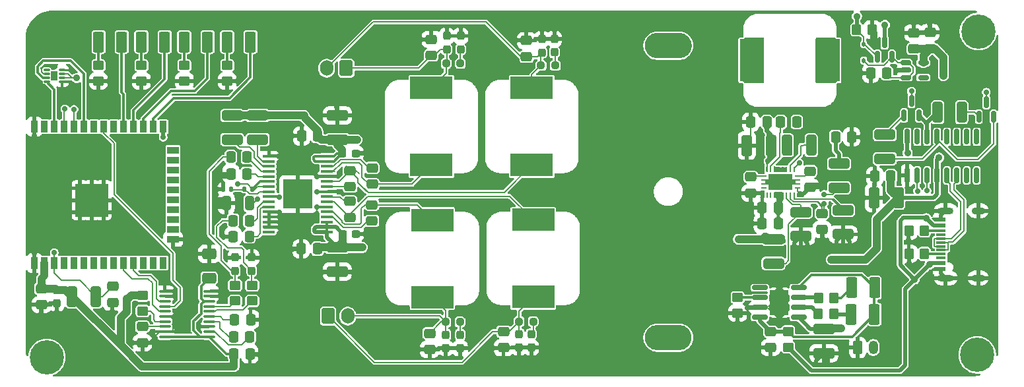
<source format=gbr>
%TF.GenerationSoftware,KiCad,Pcbnew,9.0.6*%
%TF.CreationDate,2025-12-07T16:06:48+02:00*%
%TF.ProjectId,BLUETOOTH_SPEAKER,424c5545-544f-44f5-9448-5f535045414b,rev?*%
%TF.SameCoordinates,Original*%
%TF.FileFunction,Copper,L1,Top*%
%TF.FilePolarity,Positive*%
%FSLAX46Y46*%
G04 Gerber Fmt 4.6, Leading zero omitted, Abs format (unit mm)*
G04 Created by KiCad (PCBNEW 9.0.6) date 2025-12-07 16:06:48*
%MOMM*%
%LPD*%
G01*
G04 APERTURE LIST*
G04 Aperture macros list*
%AMRoundRect*
0 Rectangle with rounded corners*
0 $1 Rounding radius*
0 $2 $3 $4 $5 $6 $7 $8 $9 X,Y pos of 4 corners*
0 Add a 4 corners polygon primitive as box body*
4,1,4,$2,$3,$4,$5,$6,$7,$8,$9,$2,$3,0*
0 Add four circle primitives for the rounded corners*
1,1,$1+$1,$2,$3*
1,1,$1+$1,$4,$5*
1,1,$1+$1,$6,$7*
1,1,$1+$1,$8,$9*
0 Add four rect primitives between the rounded corners*
20,1,$1+$1,$2,$3,$4,$5,0*
20,1,$1+$1,$4,$5,$6,$7,0*
20,1,$1+$1,$6,$7,$8,$9,0*
20,1,$1+$1,$8,$9,$2,$3,0*%
%AMFreePoly0*
4,1,13,0.375000,1.525000,1.025000,1.525000,1.025000,-1.525000,0.375000,-1.525000,0.375000,-1.925000,-0.375000,-1.925000,-0.375000,-1.525000,-1.025000,-1.525000,-1.025000,1.525000,-0.375000,1.525000,-0.375000,1.925000,0.375000,1.925000,0.375000,1.525000,0.375000,1.525000,$1*%
G04 Aperture macros list end*
%TA.AperFunction,SMDPad,CuDef*%
%ADD10RoundRect,0.250000X-0.350000X-0.450000X0.350000X-0.450000X0.350000X0.450000X-0.350000X0.450000X0*%
%TD*%
%TA.AperFunction,SMDPad,CuDef*%
%ADD11RoundRect,0.250000X-0.475000X0.337500X-0.475000X-0.337500X0.475000X-0.337500X0.475000X0.337500X0*%
%TD*%
%TA.AperFunction,SMDPad,CuDef*%
%ADD12RoundRect,0.250000X0.650000X-0.412500X0.650000X0.412500X-0.650000X0.412500X-0.650000X-0.412500X0*%
%TD*%
%TA.AperFunction,SMDPad,CuDef*%
%ADD13RoundRect,0.150000X0.150000X-0.825000X0.150000X0.825000X-0.150000X0.825000X-0.150000X-0.825000X0*%
%TD*%
%TA.AperFunction,SMDPad,CuDef*%
%ADD14RoundRect,0.250000X1.100000X-0.412500X1.100000X0.412500X-1.100000X0.412500X-1.100000X-0.412500X0*%
%TD*%
%TA.AperFunction,SMDPad,CuDef*%
%ADD15RoundRect,0.250000X0.412500X1.100000X-0.412500X1.100000X-0.412500X-1.100000X0.412500X-1.100000X0*%
%TD*%
%TA.AperFunction,SMDPad,CuDef*%
%ADD16RoundRect,0.250000X-0.337500X-0.475000X0.337500X-0.475000X0.337500X0.475000X-0.337500X0.475000X0*%
%TD*%
%TA.AperFunction,SMDPad,CuDef*%
%ADD17RoundRect,0.250001X-0.462499X-1.074999X0.462499X-1.074999X0.462499X1.074999X-0.462499X1.074999X0*%
%TD*%
%TA.AperFunction,SMDPad,CuDef*%
%ADD18RoundRect,0.250000X0.325000X0.650000X-0.325000X0.650000X-0.325000X-0.650000X0.325000X-0.650000X0*%
%TD*%
%TA.AperFunction,SMDPad,CuDef*%
%ADD19RoundRect,0.033750X0.346250X0.101250X-0.346250X0.101250X-0.346250X-0.101250X0.346250X-0.101250X0*%
%TD*%
%TA.AperFunction,SMDPad,CuDef*%
%ADD20R,0.900000X1.300000*%
%TD*%
%TA.AperFunction,SMDPad,CuDef*%
%ADD21RoundRect,0.250000X0.350000X0.450000X-0.350000X0.450000X-0.350000X-0.450000X0.350000X-0.450000X0*%
%TD*%
%TA.AperFunction,SMDPad,CuDef*%
%ADD22RoundRect,0.250000X0.475000X-0.337500X0.475000X0.337500X-0.475000X0.337500X-0.475000X-0.337500X0*%
%TD*%
%TA.AperFunction,SMDPad,CuDef*%
%ADD23RoundRect,0.237500X-0.300000X-0.237500X0.300000X-0.237500X0.300000X0.237500X-0.300000X0.237500X0*%
%TD*%
%TA.AperFunction,ComponentPad*%
%ADD24C,0.700000*%
%TD*%
%TA.AperFunction,ComponentPad*%
%ADD25C,4.400000*%
%TD*%
%TA.AperFunction,SMDPad,CuDef*%
%ADD26RoundRect,0.237500X0.250000X0.237500X-0.250000X0.237500X-0.250000X-0.237500X0.250000X-0.237500X0*%
%TD*%
%TA.AperFunction,SMDPad,CuDef*%
%ADD27RoundRect,0.250000X-1.100000X0.412500X-1.100000X-0.412500X1.100000X-0.412500X1.100000X0.412500X0*%
%TD*%
%TA.AperFunction,SMDPad,CuDef*%
%ADD28RoundRect,0.237500X0.237500X-0.300000X0.237500X0.300000X-0.237500X0.300000X-0.237500X-0.300000X0*%
%TD*%
%TA.AperFunction,SMDPad,CuDef*%
%ADD29RoundRect,0.250000X-0.400000X-1.075000X0.400000X-1.075000X0.400000X1.075000X-0.400000X1.075000X0*%
%TD*%
%TA.AperFunction,SMDPad,CuDef*%
%ADD30RoundRect,0.250000X0.450000X-0.350000X0.450000X0.350000X-0.450000X0.350000X-0.450000X-0.350000X0*%
%TD*%
%TA.AperFunction,SMDPad,CuDef*%
%ADD31RoundRect,0.250000X0.337500X0.475000X-0.337500X0.475000X-0.337500X-0.475000X0.337500X-0.475000X0*%
%TD*%
%TA.AperFunction,SMDPad,CuDef*%
%ADD32RoundRect,0.250000X1.075000X-0.400000X1.075000X0.400000X-1.075000X0.400000X-1.075000X-0.400000X0*%
%TD*%
%TA.AperFunction,SMDPad,CuDef*%
%ADD33RoundRect,0.135000X-0.135000X-0.185000X0.135000X-0.185000X0.135000X0.185000X-0.135000X0.185000X0*%
%TD*%
%TA.AperFunction,SMDPad,CuDef*%
%ADD34RoundRect,0.150000X0.150000X-0.587500X0.150000X0.587500X-0.150000X0.587500X-0.150000X-0.587500X0*%
%TD*%
%TA.AperFunction,ComponentPad*%
%ADD35RoundRect,0.250000X0.600000X0.750000X-0.600000X0.750000X-0.600000X-0.750000X0.600000X-0.750000X0*%
%TD*%
%TA.AperFunction,ComponentPad*%
%ADD36O,1.700000X2.000000*%
%TD*%
%TA.AperFunction,SMDPad,CuDef*%
%ADD37RoundRect,0.150000X-0.512500X-0.150000X0.512500X-0.150000X0.512500X0.150000X-0.512500X0.150000X0*%
%TD*%
%TA.AperFunction,SMDPad,CuDef*%
%ADD38RoundRect,0.237500X-0.237500X0.300000X-0.237500X-0.300000X0.237500X-0.300000X0.237500X0.300000X0*%
%TD*%
%TA.AperFunction,SMDPad,CuDef*%
%ADD39R,1.160000X0.600000*%
%TD*%
%TA.AperFunction,SMDPad,CuDef*%
%ADD40R,1.160000X0.300000*%
%TD*%
%TA.AperFunction,HeatsinkPad*%
%ADD41O,2.000000X0.900000*%
%TD*%
%TA.AperFunction,HeatsinkPad*%
%ADD42O,1.700000X0.900000*%
%TD*%
%TA.AperFunction,SMDPad,CuDef*%
%ADD43RoundRect,0.250000X-1.075000X0.400000X-1.075000X-0.400000X1.075000X-0.400000X1.075000X0.400000X0*%
%TD*%
%TA.AperFunction,SMDPad,CuDef*%
%ADD44RoundRect,0.237500X-0.250000X-0.237500X0.250000X-0.237500X0.250000X0.237500X-0.250000X0.237500X0*%
%TD*%
%TA.AperFunction,SMDPad,CuDef*%
%ADD45RoundRect,0.112500X0.112500X-0.187500X0.112500X0.187500X-0.112500X0.187500X-0.112500X-0.187500X0*%
%TD*%
%TA.AperFunction,SMDPad,CuDef*%
%ADD46RoundRect,0.250000X-0.450000X0.350000X-0.450000X-0.350000X0.450000X-0.350000X0.450000X0.350000X0*%
%TD*%
%TA.AperFunction,SMDPad,CuDef*%
%ADD47R,5.400000X2.900000*%
%TD*%
%TA.AperFunction,SMDPad,CuDef*%
%ADD48RoundRect,0.050400X-0.249600X0.069600X-0.249600X-0.069600X0.249600X-0.069600X0.249600X0.069600X0*%
%TD*%
%TA.AperFunction,SMDPad,CuDef*%
%ADD49RoundRect,0.050400X-0.069600X0.249600X-0.069600X-0.249600X0.069600X-0.249600X0.069600X0.249600X0*%
%TD*%
%TA.AperFunction,ComponentPad*%
%ADD50C,0.500000*%
%TD*%
%TA.AperFunction,SMDPad,CuDef*%
%ADD51RoundRect,0.050000X-0.250000X0.050000X-0.250000X-0.050000X0.250000X-0.050000X0.250000X0.050000X0*%
%TD*%
%TA.AperFunction,SMDPad,CuDef*%
%ADD52FreePoly0,270.000000*%
%TD*%
%TA.AperFunction,ComponentPad*%
%ADD53O,6.000000X3.250000*%
%TD*%
%TA.AperFunction,SMDPad,CuDef*%
%ADD54RoundRect,0.150000X-0.825000X-0.150000X0.825000X-0.150000X0.825000X0.150000X-0.825000X0.150000X0*%
%TD*%
%TA.AperFunction,HeatsinkPad*%
%ADD55C,0.500000*%
%TD*%
%TA.AperFunction,HeatsinkPad*%
%ADD56R,2.410000X3.300000*%
%TD*%
%TA.AperFunction,ComponentPad*%
%ADD57RoundRect,0.250000X-0.350000X-0.625000X0.350000X-0.625000X0.350000X0.625000X-0.350000X0.625000X0*%
%TD*%
%TA.AperFunction,ComponentPad*%
%ADD58O,1.200000X1.750000*%
%TD*%
%TA.AperFunction,SMDPad,CuDef*%
%ADD59RoundRect,0.250000X0.400000X1.075000X-0.400000X1.075000X-0.400000X-1.075000X0.400000X-1.075000X0*%
%TD*%
%TA.AperFunction,ComponentPad*%
%ADD60RoundRect,0.250000X-0.600000X-0.750000X0.600000X-0.750000X0.600000X0.750000X-0.600000X0.750000X0*%
%TD*%
%TA.AperFunction,SMDPad,CuDef*%
%ADD61RoundRect,0.100000X0.637500X0.100000X-0.637500X0.100000X-0.637500X-0.100000X0.637500X-0.100000X0*%
%TD*%
%TA.AperFunction,SMDPad,CuDef*%
%ADD62R,2.900000X5.400000*%
%TD*%
%TA.AperFunction,SMDPad,CuDef*%
%ADD63R,0.900000X1.500000*%
%TD*%
%TA.AperFunction,SMDPad,CuDef*%
%ADD64R,1.500000X0.900000*%
%TD*%
%TA.AperFunction,SMDPad,CuDef*%
%ADD65R,1.050000X1.050000*%
%TD*%
%TA.AperFunction,HeatsinkPad*%
%ADD66C,0.600000*%
%TD*%
%TA.AperFunction,HeatsinkPad*%
%ADD67R,4.200000X4.200000*%
%TD*%
%TA.AperFunction,SMDPad,CuDef*%
%ADD68RoundRect,0.102500X-0.682500X-0.102500X0.682500X-0.102500X0.682500X0.102500X-0.682500X0.102500X0*%
%TD*%
%TA.AperFunction,SMDPad,CuDef*%
%ADD69R,3.710000X3.810000*%
%TD*%
%TA.AperFunction,ViaPad*%
%ADD70C,0.900000*%
%TD*%
%TA.AperFunction,ViaPad*%
%ADD71C,0.700000*%
%TD*%
%TA.AperFunction,Conductor*%
%ADD72C,1.000000*%
%TD*%
%TA.AperFunction,Conductor*%
%ADD73C,0.300000*%
%TD*%
%TA.AperFunction,Conductor*%
%ADD74C,0.500000*%
%TD*%
%TA.AperFunction,Conductor*%
%ADD75C,0.200000*%
%TD*%
%TA.AperFunction,Conductor*%
%ADD76C,0.150000*%
%TD*%
G04 APERTURE END LIST*
D10*
%TO.P,R19,1*%
%TO.N,Net-(U6-~{STDBY})*%
X152152500Y-128116000D03*
%TO.P,R19,2*%
%TO.N,Net-(D3-K)*%
X154152500Y-128116000D03*
%TD*%
D11*
%TO.P,C50,1*%
%TO.N,Net-(U7-COMP)*%
X152630000Y-115222500D03*
%TO.P,C50,2*%
%TO.N,GND*%
X152630000Y-117297500D03*
%TD*%
D12*
%TO.P,C29,1*%
%TO.N,+3.3V*%
X74035000Y-123552500D03*
%TO.P,C29,2*%
%TO.N,GND*%
X74035000Y-120427500D03*
%TD*%
D13*
%TO.P,U4,1,GND*%
%TO.N,GND*%
X163575000Y-110332500D03*
%TO.P,U4,2,TXD*%
%TO.N,RXD0*%
X164845000Y-110332500D03*
%TO.P,U4,3,RXD*%
%TO.N,TXD0*%
X166115000Y-110332500D03*
%TO.P,U4,4,V3*%
%TO.N,+3.3V*%
X167385000Y-110332500D03*
%TO.P,U4,5,UD+*%
%TO.N,/USB_DP*%
X168655000Y-110332500D03*
%TO.P,U4,6,UD-*%
%TO.N,/USB_DN*%
X169925000Y-110332500D03*
%TO.P,U4,7,NC*%
%TO.N,unconnected-(U4-NC-Pad7)*%
X171195000Y-110332500D03*
%TO.P,U4,8,NC*%
%TO.N,unconnected-(U4-NC-Pad8)*%
X172465000Y-110332500D03*
%TO.P,U4,9,~{CTS}*%
%TO.N,unconnected-(U4-~{CTS}-Pad9)*%
X172465000Y-105382500D03*
%TO.P,U4,10,~{DSR}*%
%TO.N,unconnected-(U4-~{DSR}-Pad10)*%
X171195000Y-105382500D03*
%TO.P,U4,11,~{RI}*%
%TO.N,unconnected-(U4-~{RI}-Pad11)*%
X169925000Y-105382500D03*
%TO.P,U4,12,~{DCD}*%
%TO.N,unconnected-(U4-~{DCD}-Pad12)*%
X168655000Y-105382500D03*
%TO.P,U4,13,~{DTR}*%
%TO.N,Net-(Q1-E)*%
X167385000Y-105382500D03*
%TO.P,U4,14,~{RTS}*%
%TO.N,Net-(Q2-E)*%
X166115000Y-105382500D03*
%TO.P,U4,15,R232*%
%TO.N,unconnected-(U4-R232-Pad15)*%
X164845000Y-105382500D03*
%TO.P,U4,16,VCC*%
%TO.N,+3.3V*%
X163575000Y-105382500D03*
%TD*%
D14*
%TO.P,C3,1*%
%TO.N,+12V*%
X90487500Y-105777500D03*
%TO.P,C3,2*%
%TO.N,GND*%
X90487500Y-102652500D03*
%TD*%
D15*
%TO.P,C38,1*%
%TO.N,+3.3V*%
X162402500Y-113220000D03*
%TO.P,C38,2*%
%TO.N,GND*%
X159277500Y-113220000D03*
%TD*%
D16*
%TO.P,C28,1*%
%TO.N,+3.3V*%
X77185000Y-133280000D03*
%TO.P,C28,2*%
%TO.N,GND*%
X79260000Y-133280000D03*
%TD*%
D17*
%TO.P,D5,1,K*%
%TO.N,Net-(D5-K)*%
X70852500Y-93210000D03*
%TO.P,D5,2,A*%
%TO.N,Net-(D5-A)*%
X73827500Y-93210000D03*
%TD*%
D18*
%TO.P,C27,1*%
%TO.N,Net-(U1-GVDD)*%
X79190000Y-113920000D03*
%TO.P,C27,2*%
%TO.N,GND*%
X76240000Y-113920000D03*
%TD*%
D19*
%TO.P,U8,1,CTG*%
%TO.N,GND*%
X55175000Y-98330000D03*
%TO.P,U8,2,CELL*%
%TO.N,V_BATT*%
X55175000Y-97830000D03*
%TO.P,U8,3,VDD*%
X55175000Y-97330000D03*
%TO.P,U8,4,GND*%
%TO.N,GND*%
X55175000Y-96830000D03*
%TO.P,U8,5,~{ALERT}*%
%TO.N,unconnected-(U8-~{ALERT}-Pad5)*%
X53205000Y-96830000D03*
%TO.P,U8,6,QSTRT*%
%TO.N,GND*%
X53205000Y-97330000D03*
%TO.P,U8,7,SCL*%
%TO.N,FG-SCL*%
X53205000Y-97830000D03*
%TO.P,U8,8,SDA*%
%TO.N,FG-SDA*%
X53205000Y-98330000D03*
D20*
%TO.P,U8,9*%
%TO.N,N/C*%
X54190000Y-97580000D03*
%TD*%
D21*
%TO.P,R11,1*%
%TO.N,Net-(J3-CC1)*%
X165760000Y-120420000D03*
%TO.P,R11,2*%
%TO.N,GND*%
X163760000Y-120420000D03*
%TD*%
D22*
%TO.P,C37,1*%
%TO.N,GND*%
X61650000Y-126647500D03*
%TO.P,C37,2*%
%TO.N,ESP_EN*%
X61650000Y-124572500D03*
%TD*%
D11*
%TO.P,C7,1*%
%TO.N,Net-(U1-BSPR)*%
X94960000Y-109392500D03*
%TO.P,C7,2*%
%TO.N,Net-(U1-OUTPR)*%
X94960000Y-111467500D03*
%TD*%
D23*
%TO.P,C4,1*%
%TO.N,+12V*%
X91147500Y-117855000D03*
%TO.P,C4,2*%
%TO.N,GND*%
X92872500Y-117855000D03*
%TD*%
D11*
%TO.P,C36,1*%
%TO.N,+3.3V*%
X52530000Y-124890000D03*
%TO.P,C36,2*%
%TO.N,GND*%
X52530000Y-126965000D03*
%TD*%
D16*
%TO.P,C51,1*%
%TO.N,Net-(C51-Pad1)*%
X154362500Y-105400000D03*
%TO.P,C51,2*%
%TO.N,GND*%
X156437500Y-105400000D03*
%TD*%
D24*
%TO.P,H4,1*%
%TO.N,GND*%
X51640000Y-92170000D03*
X52123274Y-91003274D03*
X52123274Y-93336726D03*
X53290000Y-90520000D03*
D25*
X53290000Y-92170000D03*
D24*
X53290000Y-93820000D03*
X54456726Y-91003274D03*
X54456726Y-93336726D03*
X54940000Y-92170000D03*
%TD*%
D26*
%TO.P,R2,1*%
%TO.N,Net-(C20-Pad2)*%
X118417500Y-96230000D03*
%TO.P,R2,2*%
%TO.N,Net-(J1-Pin_2)*%
X116592500Y-96230000D03*
%TD*%
D17*
%TO.P,D7,1,K*%
%TO.N,Net-(D7-K)*%
X59852500Y-93210000D03*
%TO.P,D7,2,A*%
%TO.N,Net-(D7-A)*%
X62827500Y-93210000D03*
%TD*%
D27*
%TO.P,C6,1*%
%TO.N,+12V*%
X90450000Y-119582500D03*
%TO.P,C6,2*%
%TO.N,GND*%
X90450000Y-122707500D03*
%TD*%
D28*
%TO.P,C16,1*%
%TO.N,Net-(J1-Pin_2)*%
X116705000Y-94560000D03*
%TO.P,C16,2*%
%TO.N,GND*%
X116705000Y-92835000D03*
%TD*%
D29*
%TO.P,R20,1*%
%TO.N,Net-(U7-SW_4)*%
X148155000Y-106485000D03*
%TO.P,R20,2*%
%TO.N,Net-(U7-FSW)*%
X151255000Y-106485000D03*
%TD*%
D10*
%TO.P,R15,1*%
%TO.N,V_USB*%
X157067500Y-91620000D03*
%TO.P,R15,2*%
%TO.N,GND*%
X159067500Y-91620000D03*
%TD*%
D30*
%TO.P,R28,1*%
%TO.N,GND*%
X70852500Y-98210000D03*
%TO.P,R28,2*%
%TO.N,Net-(D5-K)*%
X70852500Y-96210000D03*
%TD*%
D10*
%TO.P,R14,1*%
%TO.N,GND*%
X163760000Y-117420000D03*
%TO.P,R14,2*%
%TO.N,Net-(J3-CC2)*%
X165760000Y-117420000D03*
%TD*%
D31*
%TO.P,C53,1*%
%TO.N,+12V*%
X147035000Y-114485000D03*
%TO.P,C53,2*%
%TO.N,GND*%
X144960000Y-114485000D03*
%TD*%
D32*
%TO.P,R6,1*%
%TO.N,Net-(U1-FAULTZ)*%
X76997500Y-105750000D03*
%TO.P,R6,2*%
%TO.N,+12V*%
X76997500Y-102650000D03*
%TD*%
D33*
%TO.P,R26,1*%
%TO.N,GND*%
X75850000Y-112090000D03*
%TO.P,R26,2*%
%TO.N,Net-(U1-GAIN{slash}SLV)*%
X76870000Y-112090000D03*
%TD*%
D34*
%TO.P,Q1,1,B*%
%TO.N,Net-(Q1-B)*%
X172732500Y-102815000D03*
%TO.P,Q1,2,E*%
%TO.N,Net-(Q1-E)*%
X174632500Y-102815000D03*
%TO.P,Q1,3,C*%
%TO.N,ESP_IO0*%
X173682500Y-100940000D03*
%TD*%
D35*
%TO.P,J1,1,Pin_1*%
%TO.N,Net-(J1-Pin_1)*%
X91610000Y-96580000D03*
D36*
%TO.P,J1,2,Pin_2*%
%TO.N,Net-(J1-Pin_2)*%
X89110000Y-96580000D03*
%TD*%
D37*
%TO.P,U5,1,VIN*%
%TO.N,Net-(D1-K)*%
X163350000Y-95877500D03*
%TO.P,U5,2,GND*%
%TO.N,GND*%
X163350000Y-96827500D03*
%TO.P,U5,3,CE*%
%TO.N,Net-(D1-K)*%
X163350000Y-97777500D03*
%TO.P,U5,4,NC*%
%TO.N,unconnected-(U5-NC-Pad4)*%
X165625000Y-97777500D03*
%TO.P,U5,5,VOUT*%
%TO.N,+3.3V*%
X165625000Y-95877500D03*
%TD*%
D28*
%TO.P,C32,1*%
%TO.N,IN_POSITIVE_RIGHT*%
X77385000Y-122607500D03*
%TO.P,C32,2*%
%TO.N,GND*%
X77385000Y-120882500D03*
%TD*%
D38*
%TO.P,C20,1*%
%TO.N,GND*%
X118305000Y-92817500D03*
%TO.P,C20,2*%
%TO.N,Net-(C20-Pad2)*%
X118305000Y-94542500D03*
%TD*%
D28*
%TO.P,C15,1*%
%TO.N,Net-(J1-Pin_1)*%
X104500000Y-94162500D03*
%TO.P,C15,2*%
%TO.N,GND*%
X104500000Y-92437500D03*
%TD*%
D39*
%TO.P,J3,A1,GND*%
%TO.N,GND*%
X167901500Y-122401000D03*
%TO.P,J3,A4,VBUS*%
%TO.N,V_USB*%
X167901500Y-121601000D03*
D40*
%TO.P,J3,A5,CC1*%
%TO.N,Net-(J3-CC1)*%
X167901500Y-120451000D03*
%TO.P,J3,A6,D+*%
%TO.N,/USB_DP*%
X167901500Y-119451000D03*
%TO.P,J3,A7,D-*%
%TO.N,/USB_DN*%
X167901500Y-118951000D03*
%TO.P,J3,A8*%
%TO.N,N/C*%
X167901500Y-117951000D03*
D39*
%TO.P,J3,A9,VBUS*%
%TO.N,V_USB*%
X167901500Y-116801000D03*
%TO.P,J3,A12,GND*%
%TO.N,GND*%
X167901500Y-116001000D03*
%TO.P,J3,B1,GND*%
X167901500Y-116001000D03*
%TO.P,J3,B4,VBUS*%
%TO.N,V_USB*%
X167901500Y-116801000D03*
D40*
%TO.P,J3,B5,CC2*%
%TO.N,Net-(J3-CC2)*%
X167901500Y-117451000D03*
%TO.P,J3,B6,D+*%
%TO.N,/USB_DP*%
X167901500Y-118451000D03*
%TO.P,J3,B7,D-*%
%TO.N,/USB_DN*%
X167901500Y-119951000D03*
%TO.P,J3,B8*%
%TO.N,N/C*%
X167901500Y-120951000D03*
D39*
%TO.P,J3,B9,VBUS*%
%TO.N,V_USB*%
X167901500Y-121601000D03*
%TO.P,J3,B12,GND*%
%TO.N,GND*%
X167901500Y-122401000D03*
D41*
%TO.P,J3,S1,SHIELD*%
X168481500Y-123521000D03*
D42*
X172651500Y-123521000D03*
D41*
X168481500Y-114881000D03*
D42*
X172651500Y-114881000D03*
%TD*%
D43*
%TO.P,R21,1*%
%TO.N,Net-(U7-ILIM)*%
X155330000Y-114820000D03*
%TO.P,R21,2*%
%TO.N,GND*%
X155330000Y-117920000D03*
%TD*%
D34*
%TO.P,Q3,1,G*%
%TO.N,V_USB*%
X159707500Y-95137500D03*
%TO.P,Q3,2,S*%
%TO.N,Net-(D1-K)*%
X161607500Y-95137500D03*
%TO.P,Q3,3,D*%
%TO.N,V_BATT*%
X160657500Y-93262500D03*
%TD*%
D24*
%TO.P,H3,1*%
%TO.N,N/C*%
X51560000Y-133710000D03*
X52043274Y-132543274D03*
X52043274Y-134876726D03*
X53210000Y-132060000D03*
D25*
X53210000Y-133710000D03*
D24*
X53210000Y-135360000D03*
X54376726Y-132543274D03*
X54376726Y-134876726D03*
X54860000Y-133710000D03*
%TD*%
D44*
%TO.P,R1,1*%
%TO.N,Net-(J1-Pin_1)*%
X104430000Y-95967500D03*
%TO.P,R1,2*%
%TO.N,Net-(C19-Pad1)*%
X106255000Y-95967500D03*
%TD*%
D32*
%TO.P,R24,1*%
%TO.N,Net-(U7-FB)*%
X146400000Y-121650000D03*
%TO.P,R24,2*%
%TO.N,+12V*%
X146400000Y-118550000D03*
%TD*%
D23*
%TO.P,C1,1*%
%TO.N,+12V*%
X91097500Y-107525000D03*
%TO.P,C1,2*%
%TO.N,GND*%
X92822500Y-107525000D03*
%TD*%
D24*
%TO.P,H2,1*%
%TO.N,N/C*%
X170890000Y-133400000D03*
X171373274Y-132233274D03*
X171373274Y-134566726D03*
X172540000Y-131750000D03*
D25*
X172540000Y-133400000D03*
D24*
X172540000Y-135050000D03*
X173706726Y-132233274D03*
X173706726Y-134566726D03*
X174190000Y-133400000D03*
%TD*%
D45*
%TO.P,D1,1,K*%
%TO.N,Net-(D1-K)*%
X157977500Y-95590000D03*
%TO.P,D1,2,A*%
%TO.N,V_USB*%
X157977500Y-93490000D03*
%TD*%
D11*
%TO.P,C41,1*%
%TO.N,Net-(D2-A)*%
X146022500Y-130398500D03*
%TO.P,C41,2*%
%TO.N,GND*%
X146022500Y-132473500D03*
%TD*%
D38*
%TO.P,C21,1*%
%TO.N,Net-(C21-Pad1)*%
X115350000Y-130722500D03*
%TO.P,C21,2*%
%TO.N,GND*%
X115350000Y-132447500D03*
%TD*%
D46*
%TO.P,R9,1*%
%TO.N,+3.3V*%
X65510000Y-125770000D03*
%TO.P,R9,2*%
%TO.N,Net-(U2-XSMT)*%
X65510000Y-127770000D03*
%TD*%
D31*
%TO.P,C43,1*%
%TO.N,Net-(D1-K)*%
X160941250Y-97230000D03*
%TO.P,C43,2*%
%TO.N,GND*%
X158866250Y-97230000D03*
%TD*%
D16*
%TO.P,C25,1*%
%TO.N,IN_POSITIVE_LEFT*%
X77100000Y-116160000D03*
%TO.P,C25,2*%
%TO.N,Net-(U1-INPL)*%
X79175000Y-116160000D03*
%TD*%
D47*
%TO.P,L1,1,1*%
%TO.N,Net-(U1-OUTPR)*%
X102535000Y-109005000D03*
%TO.P,L1,2,2*%
%TO.N,Net-(J1-Pin_1)*%
X102535000Y-99105000D03*
%TD*%
%TO.P,L3,1,1*%
%TO.N,Net-(U1-OUTNR)*%
X115410000Y-109005000D03*
%TO.P,L3,2,2*%
%TO.N,Net-(J1-Pin_2)*%
X115410000Y-99105000D03*
%TD*%
%TO.P,L4,1,1*%
%TO.N,Net-(U1-OUTNL)*%
X102660000Y-116080000D03*
%TO.P,L4,2,2*%
%TO.N,Net-(J2-Pin_2)*%
X102660000Y-125980000D03*
%TD*%
D32*
%TO.P,R5,1*%
%TO.N,Net-(U1-SDZ)*%
X80267500Y-105750000D03*
%TO.P,R5,2*%
%TO.N,+12V*%
X80267500Y-102650000D03*
%TD*%
D22*
%TO.P,C44,1*%
%TO.N,+3.3V*%
X166477500Y-94070000D03*
%TO.P,C44,2*%
%TO.N,GND*%
X166477500Y-91995000D03*
%TD*%
D32*
%TO.P,R22,1*%
%TO.N,Net-(U7-COMP)*%
X154800000Y-111950000D03*
%TO.P,R22,2*%
%TO.N,Net-(C51-Pad1)*%
X154800000Y-108850000D03*
%TD*%
D31*
%TO.P,C2,1*%
%TO.N,+12V*%
X87947500Y-105305000D03*
%TO.P,C2,2*%
%TO.N,GND*%
X85872500Y-105305000D03*
%TD*%
D11*
%TO.P,C9,1*%
%TO.N,Net-(U1-BSPL)*%
X92110000Y-113685000D03*
%TO.P,C9,2*%
%TO.N,Net-(U1-OUTPL)*%
X92110000Y-115760000D03*
%TD*%
D17*
%TO.P,D6,1,K*%
%TO.N,Net-(D6-K)*%
X65352500Y-93210000D03*
%TO.P,D6,2,A*%
%TO.N,Net-(D6-A)*%
X68327500Y-93210000D03*
%TD*%
D15*
%TO.P,C46,1*%
%TO.N,Net-(U7-EN)*%
X146117500Y-106505000D03*
%TO.P,C46,2*%
%TO.N,GND*%
X142992500Y-106505000D03*
%TD*%
D30*
%TO.P,R7,1*%
%TO.N,Net-(U2-OUTL)*%
X79547500Y-126470000D03*
%TO.P,R7,2*%
%TO.N,IN_POSITIVE_LEFT*%
X79547500Y-124470000D03*
%TD*%
D22*
%TO.P,C42,1*%
%TO.N,+3.3V*%
X164397500Y-94100000D03*
%TO.P,C42,2*%
%TO.N,GND*%
X164397500Y-92025000D03*
%TD*%
D28*
%TO.P,C19,1*%
%TO.N,Net-(C19-Pad1)*%
X106300000Y-94162500D03*
%TO.P,C19,2*%
%TO.N,GND*%
X106300000Y-92437500D03*
%TD*%
D38*
%TO.P,C22,1*%
%TO.N,Net-(C22-Pad1)*%
X106225000Y-130812500D03*
%TO.P,C22,2*%
%TO.N,GND*%
X106225000Y-132537500D03*
%TD*%
D31*
%TO.P,C30,1*%
%TO.N,Net-(U2-CAPP)*%
X79247500Y-131120000D03*
%TO.P,C30,2*%
%TO.N,Net-(U2-CAPM)*%
X77172500Y-131120000D03*
%TD*%
D17*
%TO.P,D2,1,K*%
%TO.N,Net-(D2-K)*%
X156392500Y-124776000D03*
%TO.P,D2,2,A*%
%TO.N,Net-(D2-A)*%
X159367500Y-124776000D03*
%TD*%
D11*
%TO.P,C14,1*%
%TO.N,Net-(J2-Pin_2)*%
X102300000Y-130625000D03*
%TO.P,C14,2*%
%TO.N,GND*%
X102300000Y-132700000D03*
%TD*%
D31*
%TO.P,C45,1*%
%TO.N,Net-(U7-EN)*%
X145570000Y-103485000D03*
%TO.P,C45,2*%
%TO.N,GND*%
X143495000Y-103485000D03*
%TD*%
D48*
%TO.P,U7,1,VCC*%
%TO.N,Net-(U7-VCC)*%
X149455000Y-110455000D03*
D49*
%TO.P,U7,2,EN*%
%TO.N,Net-(U7-EN)*%
X149055000Y-109555000D03*
%TO.P,U7,3,FSW*%
%TO.N,Net-(U7-FSW)*%
X148555000Y-109555000D03*
%TO.P,U7,4,SW_7*%
%TO.N,Net-(U7-SW_4)*%
X148055000Y-109555000D03*
%TO.P,U7,5,SW_4*%
X147555000Y-109555000D03*
%TO.P,U7,6,SW_5*%
X147055000Y-109555000D03*
%TO.P,U7,7,SW_6*%
X146555000Y-109555000D03*
%TO.P,U7,8,BOOT*%
%TO.N,Net-(U7-BOOT)*%
X146055000Y-109555000D03*
%TO.P,U7,9,VIN*%
%TO.N,Net-(U7-EN)*%
X145555000Y-109555000D03*
D48*
%TO.P,U7,10,SS*%
%TO.N,Net-(U7-SS)*%
X145155000Y-110455000D03*
%TO.P,U7,11,NC_11*%
%TO.N,unconnected-(U7-NC_11-Pad11)*%
X145155000Y-111955000D03*
D49*
%TO.P,U7,12,NC_12*%
%TO.N,unconnected-(U7-NC_12-Pad12)*%
X145555000Y-112855000D03*
%TO.P,U7,13,MODE*%
%TO.N,unconnected-(U7-MODE-Pad13)*%
X146055000Y-112855000D03*
%TO.P,U7,14,VOUT_16*%
%TO.N,+12V*%
X146555000Y-112855000D03*
%TO.P,U7,15,VOUT_14*%
X147055000Y-112855000D03*
%TO.P,U7,16,VOUT_15*%
X147555000Y-112855000D03*
%TO.P,U7,17,FB*%
%TO.N,Net-(U7-FB)*%
X148055000Y-112855000D03*
%TO.P,U7,18,COMP*%
%TO.N,Net-(U7-COMP)*%
X148555000Y-112855000D03*
%TO.P,U7,19,ILIM*%
%TO.N,Net-(U7-ILIM)*%
X149055000Y-112855000D03*
D48*
%TO.P,U7,20,AGND*%
%TO.N,GND*%
X149455000Y-111955000D03*
D50*
%TO.P,U7,21,PGND*%
X147830000Y-110430000D03*
X146780000Y-110430000D03*
D51*
X149455000Y-110930000D03*
X145155000Y-110930000D03*
D50*
X148580000Y-111205000D03*
X147830000Y-111205000D03*
D52*
X147305000Y-111205000D03*
D50*
X146780000Y-111205000D03*
X146030000Y-111205000D03*
D51*
X149455000Y-111480000D03*
X145155000Y-111480000D03*
D50*
X147830000Y-111980000D03*
X146780000Y-111980000D03*
%TD*%
D38*
%TO.P,C17,1*%
%TO.N,Net-(J2-Pin_1)*%
X113775000Y-130722500D03*
%TO.P,C17,2*%
%TO.N,GND*%
X113775000Y-132447500D03*
%TD*%
D30*
%TO.P,R8,1*%
%TO.N,Net-(U2-OUTR)*%
X77362500Y-126470000D03*
%TO.P,R8,2*%
%TO.N,IN_POSITIVE_RIGHT*%
X77362500Y-124470000D03*
%TD*%
D22*
%TO.P,C8,1*%
%TO.N,Net-(U1-BSNR)*%
X92110000Y-111792500D03*
%TO.P,C8,2*%
%TO.N,Net-(U1-OUTNR)*%
X92110000Y-109717500D03*
%TD*%
D53*
%TO.P,F1,1*%
%TO.N,Net-(U7-EN)*%
X132910000Y-93680000D03*
%TO.P,F1,2*%
%TO.N,V_BATT*%
X132910000Y-131180000D03*
%TD*%
D29*
%TO.P,R12,1*%
%TO.N,Net-(Q2-E)*%
X167442500Y-102237500D03*
%TO.P,R12,2*%
%TO.N,Net-(Q1-B)*%
X170542500Y-102237500D03*
%TD*%
D34*
%TO.P,Q2,1,B*%
%TO.N,Net-(Q2-B)*%
X163150000Y-102635000D03*
%TO.P,Q2,2,E*%
%TO.N,Net-(Q2-E)*%
X165050000Y-102635000D03*
%TO.P,Q2,3,C*%
%TO.N,ESP_EN*%
X164100000Y-100760000D03*
%TD*%
D28*
%TO.P,C31,1*%
%TO.N,IN_POSITIVE_LEFT*%
X79510000Y-122607500D03*
%TO.P,C31,2*%
%TO.N,GND*%
X79510000Y-120882500D03*
%TD*%
D16*
%TO.P,C24,1*%
%TO.N,GND*%
X76812500Y-110140000D03*
%TO.P,C24,2*%
%TO.N,Net-(U1-INNR)*%
X78887500Y-110140000D03*
%TD*%
D30*
%TO.P,R27,1*%
%TO.N,GND*%
X76352500Y-98210000D03*
%TO.P,R27,2*%
%TO.N,Net-(D4-K)*%
X76352500Y-96210000D03*
%TD*%
D11*
%TO.P,C13,1*%
%TO.N,Net-(J2-Pin_1)*%
X111775000Y-130410000D03*
%TO.P,C13,2*%
%TO.N,GND*%
X111775000Y-132485000D03*
%TD*%
D30*
%TO.P,R30,1*%
%TO.N,GND*%
X59840000Y-98210000D03*
%TO.P,R30,2*%
%TO.N,Net-(D7-K)*%
X59840000Y-96210000D03*
%TD*%
D22*
%TO.P,C48,1*%
%TO.N,GND*%
X151085000Y-111892500D03*
%TO.P,C48,2*%
%TO.N,Net-(U7-VCC)*%
X151085000Y-109817500D03*
%TD*%
D47*
%TO.P,L2,1,1*%
%TO.N,Net-(U1-OUTPL)*%
X115585000Y-116055000D03*
%TO.P,L2,2,2*%
%TO.N,Net-(J2-Pin_1)*%
X115585000Y-125955000D03*
%TD*%
D10*
%TO.P,R18,1*%
%TO.N,Net-(U6-~{CHRG})*%
X152162500Y-126116000D03*
%TO.P,R18,2*%
%TO.N,Net-(D2-K)*%
X154162500Y-126116000D03*
%TD*%
D31*
%TO.P,C5,1*%
%TO.N,+12V*%
X87920000Y-119770000D03*
%TO.P,C5,2*%
%TO.N,GND*%
X85845000Y-119770000D03*
%TD*%
D54*
%TO.P,U6,1,TEMP*%
%TO.N,unconnected-(U6-TEMP-Pad1)*%
X144682500Y-124776000D03*
%TO.P,U6,2,PROG*%
%TO.N,Net-(U6-PROG)*%
X144682500Y-126046000D03*
%TO.P,U6,3,GND*%
%TO.N,GND*%
X144682500Y-127316000D03*
%TO.P,U6,4,V_{CC}*%
%TO.N,Net-(D2-A)*%
X144682500Y-128586000D03*
%TO.P,U6,5,BAT*%
%TO.N,V_BATT*%
X149632500Y-128586000D03*
%TO.P,U6,6,~{STDBY}*%
%TO.N,Net-(U6-~{STDBY})*%
X149632500Y-127316000D03*
%TO.P,U6,7,~{CHRG}*%
%TO.N,Net-(U6-~{CHRG})*%
X149632500Y-126046000D03*
%TO.P,U6,8,CE*%
%TO.N,Net-(D2-A)*%
X149632500Y-124776000D03*
D55*
%TO.P,U6,9,EPAD*%
%TO.N,GND*%
X146457500Y-125481000D03*
X146457500Y-126681000D03*
X146457500Y-127881000D03*
D56*
X147157500Y-126681000D03*
D55*
X147857500Y-125481000D03*
X147857500Y-126681000D03*
X147857500Y-127881000D03*
%TD*%
D31*
%TO.P,C52,1*%
%TO.N,+12V*%
X147012500Y-116525000D03*
%TO.P,C52,2*%
%TO.N,GND*%
X144937500Y-116525000D03*
%TD*%
D43*
%TO.P,R23,1*%
%TO.N,Net-(U7-FB)*%
X149900000Y-115050000D03*
%TO.P,R23,2*%
%TO.N,GND*%
X149900000Y-118150000D03*
%TD*%
D26*
%TO.P,R4,1*%
%TO.N,Net-(C22-Pad1)*%
X106212500Y-129162500D03*
%TO.P,R4,2*%
%TO.N,Net-(J2-Pin_2)*%
X104387500Y-129162500D03*
%TD*%
D16*
%TO.P,C26,1*%
%TO.N,GND*%
X77100000Y-118180000D03*
%TO.P,C26,2*%
%TO.N,Net-(U1-INNL)*%
X79175000Y-118180000D03*
%TD*%
D11*
%TO.P,C49,1*%
%TO.N,Net-(U7-SS)*%
X143505000Y-110547500D03*
%TO.P,C49,2*%
%TO.N,GND*%
X143505000Y-112622500D03*
%TD*%
D22*
%TO.P,C10,1*%
%TO.N,Net-(U1-BSNL)*%
X94910000Y-116192500D03*
%TO.P,C10,2*%
%TO.N,Net-(U1-OUTNL)*%
X94910000Y-114117500D03*
%TD*%
D57*
%TO.P,J4,1,Pin_1*%
%TO.N,GND*%
X157200000Y-132450000D03*
D58*
%TO.P,J4,2,Pin_2*%
%TO.N,V_BATT*%
X159200000Y-132450000D03*
%TD*%
D32*
%TO.P,R13,1*%
%TO.N,Net-(Q1-E)*%
X160680000Y-108217500D03*
%TO.P,R13,2*%
%TO.N,Net-(Q2-B)*%
X160680000Y-105117500D03*
%TD*%
D38*
%TO.P,C35,1*%
%TO.N,+3.3V*%
X54510000Y-125057500D03*
%TO.P,C35,2*%
%TO.N,GND*%
X54510000Y-126782500D03*
%TD*%
D30*
%TO.P,R17,1*%
%TO.N,GND*%
X141802500Y-128016000D03*
%TO.P,R17,2*%
%TO.N,Net-(U6-PROG)*%
X141802500Y-126016000D03*
%TD*%
D59*
%TO.P,R10,1*%
%TO.N,ESP_EN*%
X59530000Y-125890000D03*
%TO.P,R10,2*%
%TO.N,+3.3V*%
X56430000Y-125890000D03*
%TD*%
D26*
%TO.P,R3,1*%
%TO.N,Net-(C21-Pad1)*%
X115600000Y-129100000D03*
%TO.P,R3,2*%
%TO.N,Net-(J2-Pin_1)*%
X113775000Y-129100000D03*
%TD*%
D46*
%TO.P,R16,1*%
%TO.N,Net-(D2-A)*%
X148292500Y-130406000D03*
%TO.P,R16,2*%
%TO.N,V_USB*%
X148292500Y-132406000D03*
%TD*%
D60*
%TO.P,J2,1,Pin_1*%
%TO.N,Net-(J2-Pin_1)*%
X89300000Y-128410000D03*
D36*
%TO.P,J2,2,Pin_2*%
%TO.N,Net-(J2-Pin_2)*%
X91800000Y-128410000D03*
%TD*%
D33*
%TO.P,R25,1*%
%TO.N,Net-(U1-GAIN{slash}SLV)*%
X78570000Y-112090000D03*
%TO.P,R25,2*%
%TO.N,Net-(U1-GVDD)*%
X79590000Y-112090000D03*
%TD*%
D30*
%TO.P,R29,1*%
%TO.N,GND*%
X65352500Y-98210000D03*
%TO.P,R29,2*%
%TO.N,Net-(D6-K)*%
X65352500Y-96210000D03*
%TD*%
D31*
%TO.P,C47,1*%
%TO.N,Net-(U7-SW_4)*%
X149402500Y-103485000D03*
%TO.P,C47,2*%
%TO.N,Net-(U7-BOOT)*%
X147327500Y-103485000D03*
%TD*%
D61*
%TO.P,U2,1,CPVDD*%
%TO.N,+3.3V*%
X74085000Y-131070000D03*
%TO.P,U2,2,CAPP*%
%TO.N,Net-(U2-CAPP)*%
X74085000Y-130420000D03*
%TO.P,U2,3,CPGND*%
%TO.N,GND*%
X74085000Y-129770000D03*
%TO.P,U2,4,CAPM*%
%TO.N,Net-(U2-CAPM)*%
X74085000Y-129120000D03*
%TO.P,U2,5,VNEG*%
%TO.N,Net-(U2-VNEG)*%
X74085000Y-128470000D03*
%TO.P,U2,6,OUTL*%
%TO.N,Net-(U2-OUTL)*%
X74085000Y-127820000D03*
%TO.P,U2,7,OUTR*%
%TO.N,Net-(U2-OUTR)*%
X74085000Y-127170000D03*
%TO.P,U2,8,AVDD*%
%TO.N,+3.3V*%
X74085000Y-126520000D03*
%TO.P,U2,9,AGND*%
%TO.N,GND*%
X74085000Y-125870000D03*
%TO.P,U2,10,DEMP*%
X74085000Y-125220000D03*
%TO.P,U2,11,FLT*%
X68360000Y-125220000D03*
%TO.P,U2,12,SCK*%
X68360000Y-125870000D03*
%TO.P,U2,13,BCK*%
%TO.N,Bit Clock*%
X68360000Y-126520000D03*
%TO.P,U2,14,DIN*%
%TO.N,Data Input*%
X68360000Y-127170000D03*
%TO.P,U2,15,LRCK*%
%TO.N,Left{slash}Right Clock*%
X68360000Y-127820000D03*
%TO.P,U2,16,FMT*%
%TO.N,GND*%
X68360000Y-128470000D03*
%TO.P,U2,17,XSMT*%
%TO.N,Net-(U2-XSMT)*%
X68360000Y-129120000D03*
%TO.P,U2,18,LDOO*%
%TO.N,Net-(U2-LDOO)*%
X68360000Y-129770000D03*
%TO.P,U2,19,DGND*%
%TO.N,GND*%
X68360000Y-130420000D03*
%TO.P,U2,20,DVDD*%
%TO.N,+3.3V*%
X68360000Y-131070000D03*
%TD*%
D16*
%TO.P,C23,1*%
%TO.N,IN_POSITIVE_RIGHT*%
X76812500Y-107990000D03*
%TO.P,C23,2*%
%TO.N,Net-(U1-INPR)*%
X78887500Y-107990000D03*
%TD*%
D17*
%TO.P,D3,1,K*%
%TO.N,Net-(D3-K)*%
X156377500Y-128206000D03*
%TO.P,D3,2,A*%
%TO.N,Net-(D2-A)*%
X159352500Y-128206000D03*
%TD*%
D62*
%TO.P,L5,1,1*%
%TO.N,Net-(U7-EN)*%
X143560000Y-95570000D03*
%TO.P,L5,2,2*%
%TO.N,Net-(U7-SW_4)*%
X153460000Y-95570000D03*
%TD*%
D17*
%TO.P,D4,1,K*%
%TO.N,Net-(D4-K)*%
X76352500Y-93210000D03*
%TO.P,D4,2,A*%
%TO.N,Net-(D4-A)*%
X79327500Y-93210000D03*
%TD*%
D24*
%TO.P,H1,1*%
%TO.N,N/C*%
X171020000Y-91860000D03*
X171503274Y-90693274D03*
X171503274Y-93026726D03*
X172670000Y-90210000D03*
D25*
X172670000Y-91860000D03*
D24*
X172670000Y-93510000D03*
X173836726Y-90693274D03*
X173836726Y-93026726D03*
X174320000Y-91860000D03*
%TD*%
D63*
%TO.P,U3,1,GND*%
%TO.N,GND*%
X51635000Y-121595000D03*
%TO.P,U3,2,VDD*%
%TO.N,+3.3V*%
X52905000Y-121595000D03*
%TO.P,U3,3,EN*%
%TO.N,ESP_EN*%
X54175000Y-121595000D03*
%TO.P,U3,4,SENSOR_VP*%
%TO.N,unconnected-(U3-SENSOR_VP-Pad4)*%
X55445000Y-121595000D03*
%TO.P,U3,5,SENSOR_VN*%
%TO.N,unconnected-(U3-SENSOR_VN-Pad5)*%
X56715000Y-121595000D03*
%TO.P,U3,6,IO34*%
%TO.N,unconnected-(U3-IO34-Pad6)*%
X57985000Y-121595000D03*
%TO.P,U3,7,IO35*%
%TO.N,unconnected-(U3-IO35-Pad7)*%
X59255000Y-121595000D03*
%TO.P,U3,8,IO32*%
%TO.N,unconnected-(U3-IO32-Pad8)*%
X60525000Y-121595000D03*
%TO.P,U3,9,IO33*%
%TO.N,unconnected-(U3-IO33-Pad9)*%
X61795000Y-121595000D03*
%TO.P,U3,10,IO25*%
%TO.N,Left{slash}Right Clock*%
X63065000Y-121595000D03*
%TO.P,U3,11,IO26*%
%TO.N,Bit Clock*%
X64335000Y-121595000D03*
%TO.P,U3,12,IO27*%
%TO.N,unconnected-(U3-IO27-Pad12)*%
X65605000Y-121595000D03*
%TO.P,U3,13,IO14*%
%TO.N,unconnected-(U3-IO14-Pad13)*%
X66875000Y-121595000D03*
%TO.P,U3,14,IO12*%
%TO.N,unconnected-(U3-IO12-Pad14)*%
X68145000Y-121595000D03*
D64*
%TO.P,U3,15,GND*%
%TO.N,GND*%
X69395000Y-118555000D03*
%TO.P,U3,16,IO13*%
%TO.N,unconnected-(U3-IO13-Pad16)*%
X69395000Y-117285000D03*
%TO.P,U3,17,SHD/SD2*%
%TO.N,unconnected-(U3-SHD{slash}SD2-Pad17)*%
X69395000Y-116015000D03*
%TO.P,U3,18,SWP/SD3*%
%TO.N,unconnected-(U3-SWP{slash}SD3-Pad18)*%
X69395000Y-114745000D03*
%TO.P,U3,19,SCS/CMD*%
%TO.N,unconnected-(U3-SCS{slash}CMD-Pad19)*%
X69395000Y-113475000D03*
%TO.P,U3,20,SCK/CLK*%
%TO.N,unconnected-(U3-SCK{slash}CLK-Pad20)*%
X69395000Y-112205000D03*
%TO.P,U3,21,SDO/SD0*%
%TO.N,unconnected-(U3-SDO{slash}SD0-Pad21)*%
X69395000Y-110935000D03*
%TO.P,U3,22,SDI/SD1*%
%TO.N,unconnected-(U3-SDI{slash}SD1-Pad22)*%
X69395000Y-109665000D03*
%TO.P,U3,23,IO15*%
%TO.N,unconnected-(U3-IO15-Pad23)*%
X69395000Y-108395000D03*
%TO.P,U3,24,IO2*%
%TO.N,unconnected-(U3-IO2-Pad24)*%
X69395000Y-107125000D03*
D63*
%TO.P,U3,25,IO0*%
%TO.N,ESP_IO0*%
X68145000Y-104095000D03*
%TO.P,U3,26,IO4*%
%TO.N,Net-(D4-A)*%
X66875000Y-104095000D03*
%TO.P,U3,27,IO16*%
%TO.N,Net-(D5-A)*%
X65605000Y-104095000D03*
%TO.P,U3,28,IO17*%
%TO.N,Net-(D6-A)*%
X64335000Y-104095000D03*
%TO.P,U3,29,IO5*%
%TO.N,Net-(D7-A)*%
X63065000Y-104095000D03*
%TO.P,U3,30,IO18*%
%TO.N,unconnected-(U3-IO18-Pad30)*%
X61795000Y-104095000D03*
%TO.P,U3,31,IO19*%
%TO.N,Data Input*%
X60525000Y-104095000D03*
%TO.P,U3,32,NC*%
%TO.N,unconnected-(U3-NC-Pad32)*%
X59255000Y-104095000D03*
%TO.P,U3,33,IO21*%
%TO.N,FG-SCL*%
X57985000Y-104095000D03*
%TO.P,U3,34,RXD0/IO3*%
%TO.N,RXD0*%
X56715000Y-104095000D03*
%TO.P,U3,35,TXD0/IO1*%
%TO.N,TXD0*%
X55445000Y-104095000D03*
%TO.P,U3,36,IO22*%
%TO.N,FG-SDA*%
X54175000Y-104095000D03*
%TO.P,U3,37,IO23*%
%TO.N,unconnected-(U3-IO23-Pad37)*%
X52905000Y-104095000D03*
%TO.P,U3,38,GND*%
%TO.N,GND*%
X51635000Y-104095000D03*
D65*
%TO.P,U3,39,GND*%
X57450000Y-115050000D03*
D66*
X58212500Y-115050000D03*
D65*
X58975000Y-115050000D03*
D66*
X59737500Y-115050000D03*
D65*
X60500000Y-115050000D03*
D66*
X57450000Y-114287500D03*
X58975000Y-114287500D03*
X60500000Y-114287500D03*
D65*
X57450000Y-113525000D03*
D66*
X58212500Y-113525000D03*
D65*
X58975000Y-113525000D03*
D67*
X58975000Y-113525000D03*
D66*
X59737500Y-113525000D03*
D65*
X60500000Y-113525000D03*
D66*
X57450000Y-112762500D03*
X58975000Y-112762500D03*
X60500000Y-112762500D03*
D65*
X57450000Y-112000000D03*
D66*
X58212500Y-112000000D03*
D65*
X58975000Y-112000000D03*
D66*
X59737500Y-112000000D03*
D65*
X60500000Y-112000000D03*
%TD*%
D38*
%TO.P,C18,1*%
%TO.N,Net-(J2-Pin_2)*%
X104375000Y-130800000D03*
%TO.P,C18,2*%
%TO.N,GND*%
X104375000Y-132525000D03*
%TD*%
D22*
%TO.P,C11,1*%
%TO.N,Net-(J1-Pin_1)*%
X102500000Y-94937500D03*
%TO.P,C11,2*%
%TO.N,GND*%
X102500000Y-92862500D03*
%TD*%
D11*
%TO.P,C33,1*%
%TO.N,Net-(U2-LDOO)*%
X65485000Y-129757500D03*
%TO.P,C33,2*%
%TO.N,GND*%
X65485000Y-131832500D03*
%TD*%
D68*
%TO.P,U1,1,MODSEL*%
%TO.N,GND*%
X81700000Y-107880000D03*
%TO.P,U1,2,SDZ*%
%TO.N,Net-(U1-SDZ)*%
X81700000Y-108530000D03*
%TO.P,U1,3,FAULTZ*%
%TO.N,Net-(U1-FAULTZ)*%
X81700000Y-109180000D03*
%TO.P,U1,4,INPR*%
%TO.N,Net-(U1-INPR)*%
X81700000Y-109830000D03*
%TO.P,U1,5,INNR*%
%TO.N,Net-(U1-INNR)*%
X81700000Y-110480000D03*
%TO.P,U1,6,PLMIT*%
%TO.N,Net-(U1-GVDD)*%
X81700000Y-111130000D03*
%TO.P,U1,7,GVDD*%
X81700000Y-111780000D03*
%TO.P,U1,8,GAIN/SLV*%
%TO.N,Net-(U1-GAIN{slash}SLV)*%
X81700000Y-112430000D03*
%TO.P,U1,9,GND*%
%TO.N,GND*%
X81700000Y-113080000D03*
%TO.P,U1,10,INPL*%
%TO.N,Net-(U1-INPL)*%
X81700000Y-113730000D03*
%TO.P,U1,11,INNL*%
%TO.N,Net-(U1-INNL)*%
X81700000Y-114380000D03*
%TO.P,U1,12,MUTE*%
%TO.N,GND*%
X81700000Y-115030000D03*
%TO.P,U1,13,AM2*%
X81700000Y-115680000D03*
%TO.P,U1,14,AM1*%
X81700000Y-116330000D03*
%TO.P,U1,15,AMO*%
X81700000Y-116980000D03*
%TO.P,U1,16,SYNC*%
%TO.N,unconnected-(U1-SYNC-Pad16)*%
X81700000Y-117630000D03*
%TO.P,U1,17,AVCC*%
%TO.N,+12V*%
X89140000Y-117630000D03*
%TO.P,U1,18,PVCC-1*%
X89140000Y-116980000D03*
%TO.P,U1,19,PVCC-2*%
X89140000Y-116330000D03*
%TO.P,U1,20,BSNL*%
%TO.N,Net-(U1-BSNL)*%
X89140000Y-115680000D03*
%TO.P,U1,21,OUTNL*%
%TO.N,Net-(U1-OUTNL)*%
X89140000Y-115030000D03*
%TO.P,U1,22,GND-1*%
%TO.N,GND*%
X89140000Y-114380000D03*
%TO.P,U1,23,OUTPL*%
%TO.N,Net-(U1-OUTPL)*%
X89140000Y-113730000D03*
%TO.P,U1,24,BSPL*%
%TO.N,Net-(U1-BSPL)*%
X89140000Y-113080000D03*
%TO.P,U1,25,GND-2*%
%TO.N,GND*%
X89140000Y-112430000D03*
%TO.P,U1,26,BSNR*%
%TO.N,Net-(U1-BSNR)*%
X89140000Y-111780000D03*
%TO.P,U1,27,OUTNR*%
%TO.N,Net-(U1-OUTNR)*%
X89140000Y-111130000D03*
%TO.P,U1,28,GND*%
%TO.N,GND*%
X89140000Y-110480000D03*
%TO.P,U1,29,OUTPR*%
%TO.N,Net-(U1-OUTPR)*%
X89140000Y-109830000D03*
%TO.P,U1,30,BSPR*%
%TO.N,Net-(U1-BSPR)*%
X89140000Y-109180000D03*
%TO.P,U1,31,PVCC-3*%
%TO.N,+12V*%
X89140000Y-108530000D03*
%TO.P,U1,32,PVCC*%
X89140000Y-107880000D03*
D69*
%TO.P,U1,33,POWER_PAD*%
%TO.N,GND*%
X85420000Y-112755000D03*
%TD*%
D27*
%TO.P,C40,1*%
%TO.N,V_BATT*%
X152852500Y-130063500D03*
%TO.P,C40,2*%
%TO.N,GND*%
X152852500Y-133188500D03*
%TD*%
D22*
%TO.P,C12,1*%
%TO.N,Net-(J1-Pin_2)*%
X114730000Y-95105000D03*
%TO.P,C12,2*%
%TO.N,GND*%
X114730000Y-93030000D03*
%TD*%
D16*
%TO.P,C34,1*%
%TO.N,Net-(U2-VNEG)*%
X77272500Y-128845000D03*
%TO.P,C34,2*%
%TO.N,GND*%
X79347500Y-128845000D03*
%TD*%
D31*
%TO.P,C39,1*%
%TO.N,+3.3V*%
X161467500Y-110447500D03*
%TO.P,C39,2*%
%TO.N,GND*%
X159392500Y-110447500D03*
%TD*%
D70*
%TO.N,+12V*%
X93000000Y-105770000D03*
X93680000Y-119600000D03*
X141930000Y-118540000D03*
D71*
%TO.N,GND*%
X66625000Y-98200000D03*
X83050000Y-113100000D03*
X87850000Y-112450000D03*
X85900000Y-112270000D03*
X85900000Y-111270000D03*
X54250000Y-96350000D03*
X54190000Y-97380000D03*
X84682500Y-119800000D03*
X61625000Y-127775000D03*
X75090000Y-112090000D03*
X163700000Y-112317500D03*
X83900000Y-113270000D03*
X83050000Y-117000000D03*
X158150000Y-110450000D03*
X80425000Y-133350000D03*
X70000000Y-129800000D03*
X154500000Y-119200000D03*
X87850000Y-114400000D03*
X51650000Y-120300000D03*
X86900000Y-113270000D03*
X52500000Y-128100000D03*
X64200000Y-131875000D03*
X69600000Y-125225000D03*
X106300000Y-91300000D03*
X87850000Y-110500000D03*
X163770000Y-121640000D03*
X84900000Y-112270000D03*
X150800000Y-119400000D03*
X84900000Y-111270000D03*
X86900000Y-114270000D03*
X83050000Y-115700000D03*
X104500000Y-91300000D03*
X164400000Y-90832500D03*
X152700000Y-118500000D03*
X76250000Y-120900000D03*
X51610000Y-105300000D03*
X143085000Y-127326000D03*
X151900000Y-134600000D03*
X83050000Y-116350000D03*
X83900000Y-111270000D03*
X158150000Y-110450000D03*
X92400000Y-122750000D03*
X159450000Y-92880000D03*
X101000000Y-132700000D03*
X143700000Y-116500000D03*
X141802500Y-129193500D03*
X93967500Y-107500000D03*
X104400000Y-133700000D03*
X113400000Y-93000000D03*
X90400000Y-101500000D03*
X80550000Y-128875000D03*
X85900000Y-114270000D03*
X116700000Y-91700000D03*
X61125000Y-98225000D03*
X115350000Y-133600000D03*
X149830000Y-112720000D03*
X56400000Y-98780000D03*
X86900000Y-111250000D03*
X101200000Y-92900000D03*
X143700000Y-114500000D03*
X162150000Y-96850000D03*
X54500000Y-127900000D03*
X69575000Y-128475000D03*
X158000000Y-113200000D03*
X106200000Y-133700000D03*
X142157500Y-112605000D03*
X157600000Y-105400000D03*
X85900000Y-113270000D03*
X75375000Y-125875000D03*
X70900000Y-118550000D03*
X77650000Y-98225000D03*
X83900000Y-114270000D03*
X149100000Y-119400000D03*
X75000000Y-114425000D03*
X93950000Y-117850000D03*
X75590000Y-110510000D03*
X75000000Y-113400000D03*
X156200000Y-119200000D03*
X75375000Y-125225000D03*
X157716250Y-97250000D03*
X86900000Y-112270000D03*
X83900000Y-112270000D03*
X152440000Y-111560000D03*
X84900000Y-113270000D03*
X80650000Y-120900000D03*
X118300000Y-91700000D03*
X56395000Y-96810000D03*
X84900000Y-114270000D03*
X88500000Y-122750000D03*
X153400000Y-134600000D03*
X83050000Y-115050000D03*
X144685000Y-132476000D03*
X82950000Y-107900000D03*
X74050000Y-119150000D03*
X72200000Y-98200000D03*
X75900000Y-118200000D03*
X69600000Y-125875000D03*
X72750000Y-129750000D03*
X163730000Y-118663750D03*
X110500000Y-132500000D03*
X84700000Y-105300000D03*
X113800000Y-133600000D03*
X166450000Y-90832500D03*
X141700000Y-106600000D03*
%TO.N,Net-(U1-GVDD)*%
X77720000Y-111460000D03*
X80210000Y-113420000D03*
D70*
%TO.N,+3.3V*%
X163610000Y-107430000D03*
X153820000Y-121150000D03*
X168200000Y-97500000D03*
X167640000Y-108060000D03*
X77210000Y-134900000D03*
D71*
%TO.N,ESP_EN*%
X164100000Y-99520000D03*
X54190000Y-120280000D03*
D70*
%TO.N,V_BATT*%
X160700000Y-91000000D03*
X57050000Y-97850000D03*
X155100000Y-130000000D03*
D71*
%TO.N,Net-(U7-EN)*%
X145700000Y-108500000D03*
X149724265Y-108724265D03*
%TO.N,Net-(U7-COMP)*%
X152900000Y-113975000D03*
X152900000Y-112800000D03*
D70*
%TO.N,V_USB*%
X157100000Y-89900000D03*
X164495000Y-123705000D03*
X166000000Y-115861708D03*
X166400000Y-121800000D03*
D71*
%TO.N,ESP_IO0*%
X68140000Y-105450000D03*
X173700000Y-99650000D03*
%TO.N,RXD0*%
X164860000Y-112340000D03*
X56700000Y-101860000D03*
%TO.N,TXD0*%
X55550000Y-101800000D03*
X166100000Y-112300000D03*
%TD*%
D72*
%TO.N,+12V*%
X90487500Y-105777500D02*
X88420000Y-105777500D01*
D73*
X87640000Y-108530000D02*
X87460000Y-108350000D01*
X87460000Y-108010000D02*
X87590000Y-107880000D01*
D72*
X141940000Y-118550000D02*
X141930000Y-118540000D01*
D74*
X89140000Y-118272500D02*
X90450000Y-119582500D01*
D72*
X80267500Y-102650000D02*
X86215000Y-102650000D01*
X91095000Y-107030000D02*
X91100000Y-107030000D01*
D73*
X87460000Y-108350000D02*
X87460000Y-108010000D01*
D72*
X90450000Y-119582500D02*
X88107500Y-119582500D01*
X93680000Y-119600000D02*
X90467500Y-119600000D01*
X146400000Y-118550000D02*
X141940000Y-118550000D01*
D74*
X90272500Y-116980000D02*
X91147500Y-117855000D01*
X89140000Y-117630000D02*
X89140000Y-118272500D01*
D72*
X90495000Y-105770000D02*
X90487500Y-105777500D01*
D74*
X87530000Y-117180000D02*
X87730000Y-116980000D01*
D72*
X91147500Y-117855000D02*
X91147500Y-118885000D01*
D73*
X89140000Y-108530000D02*
X87640000Y-108530000D01*
D72*
X91147500Y-118885000D02*
X90450000Y-119582500D01*
D74*
X89140000Y-116980000D02*
X90272500Y-116980000D01*
D72*
X90487500Y-106422500D02*
X91095000Y-107030000D01*
X88107500Y-119582500D02*
X87920000Y-119770000D01*
D73*
X90022190Y-108530000D02*
X91027190Y-107525000D01*
D74*
X89140000Y-117630000D02*
X87660000Y-117630000D01*
X87730000Y-116980000D02*
X89140000Y-116980000D01*
D72*
X76997500Y-102650000D02*
X80267500Y-102650000D01*
D73*
X91027190Y-107525000D02*
X91097500Y-107525000D01*
D72*
X93000000Y-105770000D02*
X90495000Y-105770000D01*
X88420000Y-105777500D02*
X87947500Y-105305000D01*
D73*
X89140000Y-116330000D02*
X89140000Y-117630000D01*
D72*
X90467500Y-119600000D02*
X90450000Y-119582500D01*
X91100000Y-107030000D02*
X91100000Y-107500000D01*
D73*
X87590000Y-107880000D02*
X89140000Y-107880000D01*
X90030000Y-107880000D02*
X90390000Y-107520000D01*
D74*
X87530000Y-117500000D02*
X87530000Y-117180000D01*
D73*
X90390000Y-107520000D02*
X90395000Y-107525000D01*
D74*
X87660000Y-117630000D02*
X87530000Y-117500000D01*
D73*
X90395000Y-107525000D02*
X91097500Y-107525000D01*
X89140000Y-108530000D02*
X90022190Y-108530000D01*
D72*
X87947500Y-104580000D02*
X87947500Y-105305000D01*
D73*
X89140000Y-107880000D02*
X90030000Y-107880000D01*
D72*
X90487500Y-105777500D02*
X90487500Y-106422500D01*
D75*
X89950000Y-119770000D02*
X90392500Y-119327500D01*
D72*
X91100000Y-107500000D02*
X91097500Y-107500000D01*
X86357500Y-102990000D02*
X87947500Y-104580000D01*
D74*
%TO.N,GND*%
X61625000Y-127775000D02*
X61625000Y-126672500D01*
X113400000Y-93000000D02*
X114567500Y-93000000D01*
X151417500Y-111560000D02*
X151085000Y-111892500D01*
X166450000Y-90832500D02*
X166450000Y-92000000D01*
X150257500Y-112720000D02*
X151085000Y-111892500D01*
D73*
X69600000Y-125875000D02*
X68420000Y-125875000D01*
D74*
X74035000Y-119165000D02*
X74050000Y-119150000D01*
X52500000Y-128100000D02*
X52500000Y-126995000D01*
X152440000Y-111560000D02*
X151417500Y-111560000D01*
X51635000Y-120315000D02*
X51635000Y-120700000D01*
X74050000Y-119150000D02*
X74050000Y-120330000D01*
D75*
X66290130Y-131832500D02*
X65485000Y-131832500D01*
X51610000Y-105300000D02*
X51625000Y-105285000D01*
D74*
X143700000Y-116500000D02*
X144912500Y-116500000D01*
X75735000Y-114425000D02*
X76240000Y-113920000D01*
X92877500Y-117850000D02*
X92872500Y-117855000D01*
D75*
X68360000Y-130420000D02*
X67702630Y-130420000D01*
D74*
X150800000Y-119050000D02*
X149900000Y-118150000D01*
D76*
X52788514Y-96360000D02*
X52549000Y-96599514D01*
D73*
X87850000Y-110500000D02*
X89120000Y-110500000D01*
D74*
X110500000Y-132500000D02*
X111667500Y-132500000D01*
D73*
X69675000Y-130425000D02*
X68470000Y-130425000D01*
D74*
X162150000Y-96850000D02*
X163317500Y-96850000D01*
X92400000Y-122750000D02*
X90492500Y-122750000D01*
X79347500Y-128845000D02*
X80520000Y-128845000D01*
D73*
X56375000Y-96830000D02*
X56395000Y-96810000D01*
D74*
X69395000Y-118555000D02*
X70895000Y-118555000D01*
X159450000Y-92880000D02*
X159450000Y-92002500D01*
X70900000Y-118550000D02*
X69720000Y-118550000D01*
X141747500Y-106565000D02*
X142915000Y-106565000D01*
X85867500Y-105300000D02*
X85872500Y-105305000D01*
D73*
X72750000Y-129750000D02*
X73930000Y-129750000D01*
D74*
X149100000Y-118950000D02*
X149900000Y-118150000D01*
X144672500Y-127326000D02*
X144682500Y-127316000D01*
X77650000Y-98225000D02*
X76367500Y-98225000D01*
X64200000Y-131875000D02*
X65442500Y-131875000D01*
D73*
X81700000Y-116980000D02*
X83030000Y-116980000D01*
D75*
X151022500Y-111955000D02*
X151085000Y-111892500D01*
D73*
X81700000Y-115030000D02*
X83030000Y-115030000D01*
D74*
X75000000Y-114425000D02*
X75735000Y-114425000D01*
X104500000Y-91300000D02*
X104500000Y-92467500D01*
D75*
X149455000Y-112345000D02*
X149830000Y-112720000D01*
X143495000Y-106002500D02*
X142992500Y-106505000D01*
D74*
X79330000Y-133350000D02*
X79260000Y-133280000D01*
D73*
X83050000Y-116350000D02*
X81720000Y-116350000D01*
X83030000Y-116980000D02*
X83050000Y-117000000D01*
D75*
X79422500Y-128470000D02*
X79497500Y-128545000D01*
D74*
X152700000Y-117367500D02*
X152630000Y-117297500D01*
X80650000Y-120900000D02*
X79470000Y-120900000D01*
X118300000Y-91700000D02*
X118300000Y-92867500D01*
X106300000Y-91300000D02*
X106300000Y-92467500D01*
X167901500Y-122941000D02*
X168481500Y-123521000D01*
D75*
X55175000Y-96830000D02*
X56375000Y-96830000D01*
D74*
X59855000Y-98225000D02*
X59840000Y-98210000D01*
X163770000Y-121640000D02*
X163770000Y-120472500D01*
D75*
X68360000Y-128470000D02*
X69097499Y-128470000D01*
D74*
X113800000Y-133600000D02*
X113800000Y-132432500D01*
D73*
X89120000Y-112450000D02*
X89140000Y-112430000D01*
X74090000Y-125875000D02*
X74085000Y-125870000D01*
D75*
X143495000Y-103485000D02*
X143495000Y-106002500D01*
D74*
X144912500Y-116500000D02*
X144937500Y-116525000D01*
D73*
X70000000Y-129800000D02*
X70000000Y-130100000D01*
D74*
X51625000Y-105285000D02*
X51625000Y-104900000D01*
X142157500Y-112605000D02*
X143325000Y-112605000D01*
D75*
X149455000Y-111955000D02*
X149455000Y-112345000D01*
D74*
X51635000Y-121595000D02*
X51635000Y-120700000D01*
X153400000Y-133736000D02*
X152852500Y-133188500D01*
X75090000Y-112090000D02*
X75850000Y-112090000D01*
X167901500Y-116001000D02*
X167901500Y-115461000D01*
X75000000Y-113400000D02*
X75720000Y-113400000D01*
X157716250Y-97250000D02*
X158883750Y-97250000D01*
X72200000Y-98200000D02*
X70862500Y-98200000D01*
X74035000Y-120427500D02*
X74035000Y-119165000D01*
X152700000Y-118500000D02*
X152700000Y-117367500D01*
X90407500Y-122750000D02*
X90450000Y-122707500D01*
X70895000Y-118555000D02*
X70900000Y-118550000D01*
D75*
X51635000Y-121595000D02*
X51474000Y-121756000D01*
D73*
X81700000Y-115680000D02*
X83030000Y-115680000D01*
D74*
X93950000Y-117850000D02*
X92877500Y-117850000D01*
X156200000Y-119200000D02*
X156200000Y-118790000D01*
X75590000Y-110510000D02*
X76770000Y-110510000D01*
D73*
X87850000Y-114400000D02*
X89120000Y-114400000D01*
X81720000Y-116350000D02*
X81700000Y-116330000D01*
D75*
X69398500Y-128771001D02*
X69398500Y-130336870D01*
D74*
X90400000Y-101500000D02*
X90400000Y-102667500D01*
X116700000Y-91700000D02*
X116700000Y-92867500D01*
X88500000Y-122750000D02*
X90407500Y-122750000D01*
D75*
X69097499Y-128470000D02*
X69398500Y-128771001D01*
X55950000Y-98330000D02*
X56400000Y-98780000D01*
D73*
X83030000Y-115030000D02*
X83050000Y-115050000D01*
D74*
X70862500Y-98200000D02*
X70852500Y-98210000D01*
X84682500Y-119800000D02*
X85850000Y-119800000D01*
D73*
X75375000Y-125225000D02*
X74090000Y-125225000D01*
D74*
X76250000Y-120900000D02*
X77430000Y-120900000D01*
X154500000Y-118750000D02*
X155330000Y-117920000D01*
X158000000Y-113200000D02*
X159167500Y-113200000D01*
D73*
X81700000Y-113080000D02*
X83030000Y-113080000D01*
X144945000Y-114500000D02*
X144960000Y-114485000D01*
D74*
X65362500Y-98200000D02*
X65352500Y-98210000D01*
X150800000Y-119400000D02*
X150800000Y-119050000D01*
X65442500Y-131875000D02*
X65485000Y-131832500D01*
X153400000Y-134600000D02*
X153400000Y-133736000D01*
X143085000Y-127326000D02*
X144672500Y-127326000D01*
D76*
X52818514Y-97330000D02*
X53205000Y-97330000D01*
D74*
X144685000Y-132476000D02*
X146020000Y-132476000D01*
X146020000Y-132476000D02*
X146022500Y-132473500D01*
X167901500Y-122401000D02*
X167901500Y-122941000D01*
X115350000Y-133600000D02*
X115350000Y-132432500D01*
D73*
X70000000Y-130100000D02*
X69675000Y-130425000D01*
X83030000Y-115680000D02*
X83050000Y-115700000D01*
X81730000Y-107850000D02*
X81700000Y-107880000D01*
D74*
X151900000Y-134141000D02*
X152852500Y-133188500D01*
X77080000Y-118200000D02*
X77100000Y-118180000D01*
D76*
X52549000Y-96599514D02*
X52549000Y-97060486D01*
D74*
X141802500Y-129193500D02*
X141802500Y-128026000D01*
D73*
X143700000Y-114500000D02*
X144945000Y-114500000D01*
X81720000Y-107900000D02*
X81700000Y-107880000D01*
D75*
X51650000Y-120300000D02*
X51635000Y-120315000D01*
D74*
X80425000Y-133350000D02*
X79330000Y-133350000D01*
D73*
X89120000Y-110500000D02*
X89140000Y-110480000D01*
X75375000Y-125875000D02*
X74090000Y-125875000D01*
D74*
X101000000Y-132700000D02*
X102167500Y-132700000D01*
D73*
X69600000Y-125225000D02*
X68420000Y-125225000D01*
D74*
X104400000Y-133700000D02*
X104400000Y-132532500D01*
X167901500Y-115461000D02*
X168481500Y-114881000D01*
X66625000Y-98200000D02*
X65362500Y-98200000D01*
X154500000Y-119200000D02*
X154500000Y-118750000D01*
X159450000Y-92002500D02*
X159067500Y-91620000D01*
X163575000Y-112192500D02*
X163700000Y-112317500D01*
D75*
X69315370Y-130420000D02*
X68360000Y-130420000D01*
D74*
X106200000Y-133700000D02*
X106200000Y-132532500D01*
D75*
X69398500Y-130336870D02*
X69315370Y-130420000D01*
D74*
X76367500Y-98225000D02*
X76352500Y-98210000D01*
X75900000Y-118200000D02*
X77080000Y-118200000D01*
X163575000Y-110332500D02*
X163575000Y-112192500D01*
D76*
X52549000Y-97060486D02*
X52818514Y-97330000D01*
D74*
X54500000Y-126792500D02*
X54510000Y-126782500D01*
X158150000Y-110450000D02*
X159317500Y-110450000D01*
X61125000Y-98225000D02*
X59855000Y-98225000D01*
X61625000Y-126672500D02*
X61650000Y-126647500D01*
D76*
X54210000Y-96360000D02*
X52788514Y-96360000D01*
D75*
X79247500Y-132582500D02*
X79110000Y-132720000D01*
D74*
X52500000Y-126995000D02*
X52530000Y-126965000D01*
X54500000Y-127900000D02*
X54500000Y-126792500D01*
X149100000Y-119400000D02*
X149100000Y-118950000D01*
D73*
X89120000Y-114400000D02*
X89140000Y-114380000D01*
X87850000Y-112450000D02*
X89120000Y-112450000D01*
D74*
X151900000Y-134600000D02*
X151900000Y-134141000D01*
X51625000Y-104005000D02*
X51625000Y-104900000D01*
X93967500Y-107500000D02*
X92800000Y-107500000D01*
D73*
X69575000Y-128475000D02*
X68395000Y-128475000D01*
D74*
X75720000Y-113400000D02*
X76240000Y-113920000D01*
X156200000Y-118790000D02*
X155330000Y-117920000D01*
X163730000Y-118663750D02*
X163730000Y-117496250D01*
X149830000Y-112720000D02*
X150257500Y-112720000D01*
D75*
X55175000Y-98330000D02*
X55950000Y-98330000D01*
D74*
X90492500Y-122750000D02*
X90450000Y-122707500D01*
X164400000Y-90832500D02*
X164400000Y-92000000D01*
D73*
X82950000Y-107900000D02*
X81720000Y-107900000D01*
D75*
X67702630Y-130420000D02*
X66290130Y-131832500D01*
D74*
X101200000Y-92900000D02*
X102367500Y-92900000D01*
X80520000Y-128845000D02*
X80550000Y-128875000D01*
X84700000Y-105300000D02*
X85867500Y-105300000D01*
D73*
X74090000Y-125225000D02*
X74085000Y-125220000D01*
D74*
X157600000Y-105400000D02*
X156437500Y-105400000D01*
D75*
%TO.N,Net-(U1-BSPR)*%
X94522500Y-109392500D02*
X93431000Y-108301000D01*
X94960000Y-109392500D02*
X94522500Y-109392500D01*
X90889000Y-108301000D02*
X90010000Y-109180000D01*
X93431000Y-108301000D02*
X90889000Y-108301000D01*
X90010000Y-109180000D02*
X89140000Y-109180000D01*
%TO.N,Net-(U1-OUTPR)*%
X90122500Y-109830000D02*
X89140000Y-109830000D01*
X102535000Y-109005000D02*
X100072500Y-111467500D01*
X93264900Y-108702000D02*
X91055100Y-108702000D01*
X89927100Y-109830000D02*
X89140000Y-109830000D01*
X94522500Y-111467500D02*
X93635000Y-110580000D01*
X100072500Y-111467500D02*
X94960000Y-111467500D01*
X93635000Y-110580000D02*
X93635000Y-109072100D01*
X94960000Y-111467500D02*
X94522500Y-111467500D01*
X91055100Y-108702000D02*
X89927100Y-109830000D01*
X93635000Y-109072100D02*
X93264900Y-108702000D01*
%TO.N,Net-(U1-OUTNR)*%
X111890000Y-112525000D02*
X94418840Y-112525000D01*
X94187000Y-112356000D02*
X93136000Y-111305000D01*
X90697500Y-111130000D02*
X89140000Y-111130000D01*
X94418840Y-112525000D02*
X93136000Y-111242160D01*
X89221000Y-111049000D02*
X89140000Y-111130000D01*
X92110000Y-109717500D02*
X90697500Y-111130000D01*
X93234000Y-110129000D02*
X92822500Y-109717500D01*
X93136000Y-111305000D02*
X93136000Y-110743500D01*
X115410000Y-109005000D02*
X111890000Y-112525000D01*
X92110000Y-109742500D02*
X91547500Y-109180000D01*
X93136000Y-110743500D02*
X92110000Y-109717500D01*
X93136000Y-111242160D02*
X93136000Y-110743500D01*
X92822500Y-109717500D02*
X92110000Y-109717500D01*
%TO.N,Net-(U1-BSNR)*%
X89924999Y-111780000D02*
X89140000Y-111780000D01*
X89152500Y-111792500D02*
X89140000Y-111780000D01*
X92110000Y-111792500D02*
X89152500Y-111792500D01*
%TO.N,Net-(U1-BSPL)*%
X91385000Y-113685000D02*
X90805000Y-113105000D01*
X89165000Y-113105000D02*
X89140000Y-113080000D01*
X90805000Y-113105000D02*
X89165000Y-113105000D01*
X92110000Y-113685000D02*
X91385000Y-113685000D01*
%TO.N,Net-(U1-OUTPL)*%
X92110000Y-115283660D02*
X92110000Y-115760000D01*
X94199840Y-113229000D02*
X94164660Y-113229000D01*
X112555000Y-113025000D02*
X94403840Y-113025000D01*
X92110000Y-115318840D02*
X92110000Y-115760000D01*
X94403840Y-113025000D02*
X94199840Y-113229000D01*
X90080000Y-113730000D02*
X89140000Y-113730000D01*
X115585000Y-116055000D02*
X112555000Y-113025000D01*
X92110000Y-115760000D02*
X90080000Y-113730000D01*
X94199840Y-113229000D02*
X92110000Y-115318840D01*
%TO.N,Net-(U1-OUTNL)*%
X91084000Y-116189001D02*
X89924999Y-115030000D01*
X91399840Y-116648500D02*
X91084000Y-116332660D01*
X102660000Y-116080000D02*
X100697500Y-114117500D01*
X94047500Y-114117500D02*
X93560000Y-114605000D01*
X93341500Y-116648500D02*
X91399840Y-116648500D01*
X100697500Y-114117500D02*
X94910000Y-114117500D01*
X93560000Y-116430000D02*
X93341500Y-116648500D01*
X91084000Y-116332660D02*
X91084000Y-116189001D01*
X89924999Y-115030000D02*
X89140000Y-115030000D01*
X94910000Y-114117500D02*
X94047500Y-114117500D01*
X88431524Y-115030000D02*
X89140000Y-115030000D01*
X93560000Y-114605000D02*
X93560000Y-116430000D01*
%TO.N,Net-(U1-BSNL)*%
X91233740Y-117049500D02*
X92260000Y-117049500D01*
X94392000Y-116192500D02*
X93535000Y-117049500D01*
X94910000Y-116192500D02*
X94392000Y-116192500D01*
X89140000Y-115680000D02*
X89864240Y-115680000D01*
X89864240Y-115680000D02*
X91233740Y-117049500D01*
X92260000Y-117049500D02*
X93535000Y-117049500D01*
%TO.N,Net-(J1-Pin_1)*%
X104500000Y-95897500D02*
X104430000Y-95967500D01*
X104500000Y-94162500D02*
X104500000Y-95897500D01*
X102535000Y-99105000D02*
X104430000Y-97210000D01*
X102500000Y-94937500D02*
X102937500Y-94937500D01*
X100857500Y-96580000D02*
X102500000Y-94937500D01*
X102937500Y-94937500D02*
X103712500Y-94162500D01*
X103712500Y-94162500D02*
X104500000Y-94162500D01*
X91610000Y-96580000D02*
X100857500Y-96580000D01*
X102535000Y-99105000D02*
X102672500Y-99105000D01*
X104430000Y-97210000D02*
X104430000Y-95967500D01*
%TO.N,Net-(J1-Pin_2)*%
X89110000Y-96580000D02*
X95041000Y-90649000D01*
X109549000Y-90649000D02*
X114005000Y-95105000D01*
X114005000Y-95105000D02*
X114730000Y-95105000D01*
X116160000Y-95105000D02*
X116705000Y-94560000D01*
X116592500Y-94672500D02*
X116705000Y-94560000D01*
X115410000Y-99105000D02*
X115410000Y-97412500D01*
X114730000Y-95105000D02*
X116160000Y-95105000D01*
X115410000Y-97412500D02*
X116592500Y-96230000D01*
X95041000Y-90649000D02*
X109549000Y-90649000D01*
X116592500Y-96230000D02*
X116592500Y-94672500D01*
%TO.N,Net-(J2-Pin_1)*%
X113775000Y-130722500D02*
X113775000Y-129100000D01*
X115585000Y-125955000D02*
X113775000Y-127765000D01*
X111775000Y-130410000D02*
X112465000Y-130410000D01*
X110410654Y-130410000D02*
X111775000Y-130410000D01*
X89300000Y-128410000D02*
X95241000Y-134351000D01*
X115585000Y-125955000D02*
X116736000Y-127106000D01*
X95241000Y-134351000D02*
X106469654Y-134351000D01*
X106469654Y-134351000D02*
X110410654Y-130410000D01*
X112465000Y-130410000D02*
X113775000Y-129100000D01*
X113775000Y-127765000D02*
X113775000Y-129100000D01*
%TO.N,Net-(J2-Pin_2)*%
X91800000Y-128410000D02*
X103635000Y-128410000D01*
X104387500Y-127707500D02*
X104387500Y-129162500D01*
X102660000Y-125980000D02*
X104387500Y-127707500D01*
X104375000Y-129175000D02*
X104387500Y-129162500D01*
X103762500Y-129162500D02*
X104387500Y-129162500D01*
X102300000Y-130625000D02*
X103762500Y-129162500D01*
X103635000Y-128410000D02*
X104387500Y-129162500D01*
X104375000Y-130800000D02*
X104375000Y-129175000D01*
%TO.N,Net-(C19-Pad1)*%
X106255000Y-95967500D02*
X106255000Y-94207500D01*
X106255000Y-94207500D02*
X106300000Y-94162500D01*
%TO.N,Net-(C20-Pad2)*%
X118417500Y-96230000D02*
X118417500Y-94655000D01*
X118417500Y-94655000D02*
X118305000Y-94542500D01*
%TO.N,Net-(C21-Pad1)*%
X115600000Y-129100000D02*
X115600000Y-130472500D01*
X115600000Y-130472500D02*
X115350000Y-130722500D01*
%TO.N,Net-(C22-Pad1)*%
X106212500Y-129162500D02*
X106212500Y-130800000D01*
X106212500Y-130800000D02*
X106225000Y-130812500D01*
%TO.N,IN_POSITIVE_RIGHT*%
X75570000Y-119430000D02*
X75570000Y-121267500D01*
X76812500Y-107990000D02*
X75860000Y-107990000D01*
X74050000Y-109800000D02*
X74050000Y-117910000D01*
X77385000Y-124447500D02*
X77362500Y-124470000D01*
X76910000Y-122607500D02*
X77385000Y-122607500D01*
X74050000Y-117910000D02*
X75570000Y-119430000D01*
X77247500Y-124355000D02*
X77362500Y-124470000D01*
X75570000Y-121267500D02*
X76910000Y-122607500D01*
X77366500Y-122589000D02*
X77385000Y-122607500D01*
X75860000Y-107990000D02*
X74050000Y-109800000D01*
X77385000Y-122607500D02*
X77385000Y-124447500D01*
%TO.N,Net-(U1-INPR)*%
X80727500Y-109830000D02*
X78887500Y-107990000D01*
X81700000Y-109830000D02*
X80727500Y-109830000D01*
%TO.N,Net-(U1-INNR)*%
X80350000Y-110480000D02*
X80010000Y-110140000D01*
X81700000Y-110480000D02*
X80350000Y-110480000D01*
X80010000Y-110140000D02*
X78887500Y-110140000D01*
%TO.N,IN_POSITIVE_LEFT*%
X75020000Y-116870000D02*
X75730000Y-116160000D01*
X78450000Y-119900000D02*
X78210000Y-119660000D01*
X79510000Y-124432500D02*
X79547500Y-124470000D01*
X76390000Y-119660000D02*
X75020000Y-118290000D01*
X75020000Y-118290000D02*
X75020000Y-116870000D01*
X75730000Y-116160000D02*
X77100000Y-116160000D01*
X78210000Y-119660000D02*
X76390000Y-119660000D01*
X79872500Y-124145000D02*
X79547500Y-124470000D01*
X78450000Y-121547500D02*
X78450000Y-119900000D01*
X79510000Y-122607500D02*
X78450000Y-121547500D01*
X79510000Y-122607500D02*
X79510000Y-124432500D01*
%TO.N,Net-(U1-INPL)*%
X80991524Y-113730000D02*
X81700000Y-113730000D01*
X79175000Y-116160000D02*
X79859000Y-116160000D01*
X80209000Y-114512524D02*
X80991524Y-113730000D01*
X79859000Y-116160000D02*
X80209000Y-115810000D01*
X80209000Y-115810000D02*
X80209000Y-114512524D01*
%TO.N,Net-(U1-INNL)*%
X80240000Y-118180000D02*
X80610000Y-117810000D01*
X79175000Y-118180000D02*
X80240000Y-118180000D01*
X80610000Y-117810000D02*
X80610000Y-114685001D01*
X80915001Y-114380000D02*
X81700000Y-114380000D01*
X80610000Y-114685001D02*
X80915001Y-114380000D01*
%TO.N,Net-(U1-GVDD)*%
X80215000Y-111780000D02*
X79825000Y-112170000D01*
D73*
X81700000Y-111130000D02*
X80550000Y-111130000D01*
D75*
X78960000Y-111460000D02*
X79590000Y-112090000D01*
X79190000Y-113920000D02*
X79710000Y-113920000D01*
X81700000Y-111780000D02*
X80215000Y-111780000D01*
X77720000Y-111460000D02*
X78960000Y-111460000D01*
X79710000Y-113920000D02*
X80210000Y-113420000D01*
D73*
X80550000Y-111130000D02*
X79590000Y-112090000D01*
D72*
%TO.N,+3.3V*%
X63600000Y-126190000D02*
X64020000Y-125770000D01*
D73*
X72996500Y-128103500D02*
X72996500Y-127530418D01*
X68360000Y-131070000D02*
X68380000Y-131050000D01*
D72*
X62665000Y-132125000D02*
X56430000Y-125890000D01*
X166477500Y-94070000D02*
X167070000Y-94070000D01*
D73*
X72996500Y-126880418D02*
X73257918Y-126619000D01*
D72*
X159640000Y-119750000D02*
X158240000Y-121150000D01*
D73*
X72996500Y-124591000D02*
X72996500Y-126159582D01*
D72*
X77210000Y-134900000D02*
X77210000Y-133305000D01*
X167070000Y-94070000D02*
X168200000Y-95200000D01*
X55597500Y-125057500D02*
X56430000Y-125890000D01*
D73*
X73257918Y-126619000D02*
X73356918Y-126619000D01*
X72050000Y-129050000D02*
X72996500Y-128103500D01*
D74*
X162422500Y-113200000D02*
X162402500Y-113220000D01*
D73*
X74085000Y-131070000D02*
X72870000Y-131070000D01*
X74085000Y-131070000D02*
X76295000Y-133280000D01*
X73031918Y-127495000D02*
X72996500Y-127459582D01*
D72*
X166447500Y-94100000D02*
X166477500Y-94070000D01*
D73*
X76295000Y-133280000D02*
X77185000Y-133280000D01*
D72*
X52530000Y-124890000D02*
X54342500Y-124890000D01*
D75*
X52697500Y-125057500D02*
X52530000Y-124890000D01*
D72*
X65440000Y-134900000D02*
X62665000Y-132125000D01*
X54342500Y-124890000D02*
X54510000Y-125057500D01*
X159640000Y-115982500D02*
X159640000Y-118700000D01*
D73*
X72996500Y-126159582D02*
X73356918Y-126520000D01*
D74*
X166950000Y-113200000D02*
X162422500Y-113200000D01*
D72*
X52530000Y-123620000D02*
X52530000Y-124890000D01*
X63440000Y-127840000D02*
X63440000Y-126190000D01*
X64020000Y-125770000D02*
X65510000Y-125770000D01*
D74*
X167390000Y-108310000D02*
X167390000Y-109230000D01*
D72*
X165625000Y-95877500D02*
X165625000Y-94922500D01*
X165625000Y-94922500D02*
X166477500Y-94070000D01*
X161467500Y-112285000D02*
X162402500Y-113220000D01*
D73*
X72050000Y-130250000D02*
X72050000Y-129050000D01*
D72*
X162402500Y-113220000D02*
X159640000Y-115982500D01*
X62665000Y-128615000D02*
X62665000Y-132125000D01*
X77210000Y-134900000D02*
X65440000Y-134900000D01*
D74*
X167385000Y-110332500D02*
X167385000Y-112765000D01*
D73*
X68380000Y-131050000D02*
X74065000Y-131050000D01*
X72870000Y-131070000D02*
X72050000Y-130250000D01*
X74065000Y-131050000D02*
X74085000Y-131070000D01*
D74*
X163575000Y-107395000D02*
X163610000Y-107430000D01*
X167385000Y-112765000D02*
X166950000Y-113200000D01*
D73*
X72996500Y-127530418D02*
X73031918Y-127495000D01*
D72*
X161467500Y-110447500D02*
X161467500Y-112285000D01*
X159640000Y-118700000D02*
X159640000Y-119750000D01*
D73*
X73356918Y-126520000D02*
X74085000Y-126520000D01*
D72*
X52905000Y-121595000D02*
X52905000Y-123245000D01*
D73*
X72996500Y-127459582D02*
X72996500Y-126880418D01*
D72*
X77210000Y-133305000D02*
X77185000Y-133280000D01*
D74*
X167640000Y-108060000D02*
X167390000Y-108310000D01*
X163575000Y-105382500D02*
X163575000Y-107395000D01*
X167390000Y-109230000D02*
X167385000Y-109235000D01*
D72*
X54510000Y-125057500D02*
X55597500Y-125057500D01*
X168200000Y-95200000D02*
X168200000Y-97569000D01*
X62665000Y-128615000D02*
X63440000Y-127840000D01*
X158240000Y-121150000D02*
X153820000Y-121150000D01*
D73*
X73356918Y-126619000D02*
X73356918Y-126520000D01*
X74035000Y-123552500D02*
X72996500Y-124591000D01*
D72*
X52905000Y-123245000D02*
X52530000Y-123620000D01*
D74*
X167385000Y-109235000D02*
X167385000Y-110332500D01*
D72*
X63440000Y-126190000D02*
X63600000Y-126190000D01*
X164397500Y-94100000D02*
X166447500Y-94100000D01*
D75*
%TO.N,Net-(U2-CAPP)*%
X78221500Y-132146000D02*
X76468370Y-132146000D01*
X76468370Y-132146000D02*
X74742370Y-130420000D01*
X79247500Y-131120000D02*
X78221500Y-132146000D01*
X74742370Y-130420000D02*
X74085000Y-130420000D01*
%TO.N,Net-(U2-CAPM)*%
X75410000Y-129970000D02*
X75410000Y-129220000D01*
X77172500Y-131120000D02*
X76560000Y-131120000D01*
X76560000Y-131120000D02*
X75410000Y-129970000D01*
X75410000Y-129220000D02*
X75310000Y-129120000D01*
X75310000Y-129120000D02*
X74085000Y-129120000D01*
%TO.N,Net-(U2-LDOO)*%
X65497500Y-129770000D02*
X65460000Y-129807500D01*
X65497500Y-129770000D02*
X65485000Y-129757500D01*
X68360000Y-129770000D02*
X65497500Y-129770000D01*
%TO.N,Net-(U2-VNEG)*%
X75485000Y-128470000D02*
X75860000Y-128845000D01*
X74160000Y-128545000D02*
X74085000Y-128470000D01*
X75860000Y-128845000D02*
X77272500Y-128845000D01*
X74085000Y-128470000D02*
X75485000Y-128470000D01*
%TO.N,ESP_EN*%
X54190000Y-121580000D02*
X54175000Y-121595000D01*
X57430000Y-123790000D02*
X55070000Y-123790000D01*
X55070000Y-123790000D02*
X54175000Y-122895000D01*
X60332500Y-125890000D02*
X61650000Y-124572500D01*
X54175000Y-122895000D02*
X54175000Y-121595000D01*
X59530000Y-125890000D02*
X60332500Y-125890000D01*
X164100000Y-100760000D02*
X164100000Y-99520000D01*
X54190000Y-120280000D02*
X54190000Y-121580000D01*
X59530000Y-125890000D02*
X57430000Y-123790000D01*
D74*
%TO.N,V_BATT*%
X160657500Y-91042500D02*
X160700000Y-91000000D01*
D75*
X56450000Y-97850000D02*
X57050000Y-97850000D01*
X55175000Y-97830000D02*
X57030000Y-97830000D01*
D74*
X152916000Y-130000000D02*
X152852500Y-130063500D01*
D75*
X55175000Y-97330000D02*
X55930000Y-97330000D01*
X55930000Y-97330000D02*
X56450000Y-97850000D01*
D72*
X155100000Y-130000000D02*
X152916000Y-130000000D01*
D74*
X151110000Y-130063500D02*
X152852500Y-130063500D01*
X160600000Y-93205000D02*
X160657500Y-93262500D01*
X160657500Y-93262500D02*
X160657500Y-91042500D01*
D75*
X56870000Y-97830000D02*
X57000000Y-97700000D01*
D74*
X149632500Y-128586000D02*
X151110000Y-130063500D01*
D75*
X57030000Y-97830000D02*
X57050000Y-97850000D01*
D73*
%TO.N,Net-(D2-A)*%
X159352500Y-128206000D02*
X159352500Y-124791000D01*
X148963500Y-131077000D02*
X156481500Y-131077000D01*
D74*
X144682500Y-128586000D02*
X144682500Y-129058500D01*
D73*
X148292500Y-130406000D02*
X148963500Y-131077000D01*
X159352500Y-124791000D02*
X159367500Y-124776000D01*
X159367500Y-124776000D02*
X157691500Y-123100000D01*
X146030000Y-130406000D02*
X146022500Y-130398500D01*
X157691500Y-123100000D02*
X151308500Y-123100000D01*
D74*
X148292500Y-130406000D02*
X146030000Y-130406000D01*
D73*
X156481500Y-131077000D02*
X159352500Y-128206000D01*
D74*
X144682500Y-129058500D02*
X146022500Y-130398500D01*
D73*
X151308500Y-123100000D02*
X149632500Y-124776000D01*
D75*
%TO.N,Net-(D1-K)*%
X161488750Y-97777500D02*
X160941250Y-97230000D01*
X163350000Y-95877500D02*
X162347500Y-95877500D01*
X163704468Y-95877500D02*
X163350000Y-95877500D01*
X163350000Y-97777500D02*
X161488750Y-97777500D01*
X157977500Y-95590000D02*
X158563500Y-96176000D01*
X164313500Y-97168468D02*
X164313500Y-96486532D01*
X163704468Y-97777500D02*
X164313500Y-97168468D01*
X163350000Y-97777500D02*
X163704468Y-97777500D01*
X160569000Y-96176000D02*
X161607500Y-95137500D01*
X162347500Y-95877500D02*
X161607500Y-95137500D01*
X164313500Y-96486532D02*
X163704468Y-95877500D01*
X158563500Y-96176000D02*
X160569000Y-96176000D01*
D74*
%TO.N,Net-(U7-EN)*%
X145570000Y-104530000D02*
X145570000Y-103485000D01*
D75*
X145555000Y-109555000D02*
X145555000Y-108645000D01*
D74*
X146200000Y-108000000D02*
X146117500Y-107917500D01*
D75*
X145555000Y-108645000D02*
X145700000Y-108500000D01*
D74*
X146117500Y-106505000D02*
X146117500Y-105217500D01*
D75*
X149055000Y-109555000D02*
X149055000Y-109393530D01*
D74*
X145500000Y-104600000D02*
X145570000Y-104530000D01*
D75*
X143560000Y-95570000D02*
X142409000Y-96721000D01*
D74*
X146117500Y-107917500D02*
X146117500Y-106505000D01*
D75*
X149055000Y-109393530D02*
X149724265Y-108724265D01*
D74*
X145700000Y-108500000D02*
X146200000Y-108000000D01*
X146117500Y-105217500D02*
X145500000Y-104600000D01*
D75*
%TO.N,Net-(U7-BOOT)*%
X147300000Y-104859000D02*
X147204000Y-104955000D01*
X147204000Y-107996000D02*
X146055000Y-109145000D01*
X146055000Y-109145000D02*
X146055000Y-109555000D01*
X147204000Y-104955000D02*
X147204000Y-107996000D01*
X147300000Y-103512500D02*
X147300000Y-104859000D01*
X147327500Y-103485000D02*
X147300000Y-103512500D01*
%TO.N,Net-(U7-VCC)*%
X150447500Y-110455000D02*
X151085000Y-109817500D01*
X149455000Y-110455000D02*
X150447500Y-110455000D01*
%TO.N,Net-(U7-SS)*%
X143597500Y-110455000D02*
X143505000Y-110547500D01*
X145155000Y-110455000D02*
X143597500Y-110455000D01*
D76*
%TO.N,Net-(U7-COMP)*%
X152630000Y-114281000D02*
X152100000Y-113751000D01*
X152630000Y-114381000D02*
X152000000Y-113751000D01*
X148555000Y-113351388D02*
X148555000Y-112855000D01*
X152100000Y-113751000D02*
X152000000Y-113751000D01*
X153950000Y-112800000D02*
X152900000Y-112800000D01*
X152900000Y-114952500D02*
X152630000Y-115222500D01*
X152900000Y-113975000D02*
X152900000Y-114952500D01*
X152000000Y-113751000D02*
X148954612Y-113751000D01*
X152630000Y-115022500D02*
X152630000Y-114281000D01*
X152630000Y-115222500D02*
X152630000Y-114381000D01*
X154800000Y-111950000D02*
X153950000Y-112800000D01*
X148954612Y-113751000D02*
X148555000Y-113351388D01*
D74*
%TO.N,Net-(C51-Pad1)*%
X154800000Y-108850000D02*
X154800000Y-107600000D01*
X154800000Y-107600000D02*
X154362500Y-107162500D01*
X154362500Y-107162500D02*
X154362500Y-105400000D01*
%TO.N,V_USB*%
X166400000Y-121800000D02*
X164495000Y-123705000D01*
X166000000Y-115861708D02*
X166000000Y-115800000D01*
X151287500Y-135401000D02*
X148292500Y-132406000D01*
D75*
X158060000Y-93490000D02*
X157977500Y-93490000D01*
X157977500Y-92530000D02*
X157067500Y-91620000D01*
D74*
X166599000Y-121601000D02*
X166400000Y-121800000D01*
X157100000Y-89900000D02*
X157100000Y-91587500D01*
X157100000Y-91587500D02*
X157067500Y-91620000D01*
X162680000Y-116187214D02*
X162680000Y-121890000D01*
X162680000Y-121890000D02*
X164495000Y-123705000D01*
X163067214Y-115800000D02*
X162680000Y-116187214D01*
X163300000Y-134700000D02*
X162599000Y-135401000D01*
X166000000Y-115800000D02*
X163067214Y-115800000D01*
X164495000Y-123705000D02*
X163300000Y-124900000D01*
X166939292Y-116801000D02*
X166000000Y-115861708D01*
X162599000Y-135401000D02*
X151287500Y-135401000D01*
D75*
X157977500Y-93490000D02*
X157977500Y-92530000D01*
D74*
X167901500Y-116801000D02*
X166939292Y-116801000D01*
D75*
X159707500Y-95137500D02*
X158060000Y-93490000D01*
D74*
X167901500Y-121601000D02*
X166599000Y-121601000D01*
X163300000Y-124900000D02*
X163300000Y-134700000D01*
D73*
%TO.N,Net-(D2-K)*%
X155052500Y-126116000D02*
X156392500Y-124776000D01*
X154162500Y-126116000D02*
X155052500Y-126116000D01*
D74*
%TO.N,Net-(D3-K)*%
X156377500Y-128206000D02*
X154242500Y-128206000D01*
D73*
X154242500Y-128206000D02*
X154152500Y-128116000D01*
%TO.N,Net-(D4-K)*%
X76352500Y-93210000D02*
X76352500Y-96210000D01*
%TO.N,Net-(D4-A)*%
X76650000Y-100440000D02*
X79327500Y-97762500D01*
X79327500Y-97762500D02*
X79327500Y-93210000D01*
X66875000Y-103045000D02*
X69480000Y-100440000D01*
X69480000Y-100440000D02*
X76650000Y-100440000D01*
X66875000Y-104095000D02*
X66875000Y-103045000D01*
%TO.N,Net-(D5-A)*%
X69160000Y-99490000D02*
X72210000Y-99490000D01*
X73827500Y-97872500D02*
X73827500Y-93210000D01*
X72210000Y-99490000D02*
X73827500Y-97872500D01*
X65605000Y-103045000D02*
X69160000Y-99490000D01*
X65605000Y-104095000D02*
X65605000Y-103045000D01*
%TO.N,Net-(D5-K)*%
X70852500Y-93210000D02*
X70852500Y-96210000D01*
%TO.N,Net-(D6-A)*%
X64335000Y-104095000D02*
X64335000Y-101995000D01*
X68327500Y-98002500D02*
X68327500Y-93210000D01*
X64335000Y-101995000D02*
X68327500Y-98002500D01*
%TO.N,Net-(D6-K)*%
X65352500Y-93210000D02*
X65352500Y-96210000D01*
%TO.N,Net-(D7-K)*%
X59852500Y-96197500D02*
X59840000Y-96210000D01*
X59852500Y-93210000D02*
X59852500Y-96197500D01*
%TO.N,Net-(D7-A)*%
X63065000Y-99945000D02*
X62827500Y-99707500D01*
X62827500Y-99707500D02*
X62827500Y-93210000D01*
X63065000Y-104095000D02*
X63065000Y-99945000D01*
D75*
%TO.N,Net-(J3-CC1)*%
X165791000Y-120451000D02*
X165760000Y-120420000D01*
D73*
X167901500Y-120451000D02*
X165791000Y-120451000D01*
D75*
%TO.N,/USB_DP*%
X170380221Y-117301581D02*
X170380221Y-113698419D01*
X168331500Y-118451000D02*
X168356500Y-118476000D01*
X168796501Y-118476000D02*
X169205802Y-118476000D01*
X167069500Y-119451000D02*
X167020500Y-119402000D01*
X167901500Y-118451000D02*
X168331500Y-118451000D01*
X168655000Y-111007500D02*
X168655000Y-110332500D01*
X167901500Y-119451000D02*
X167069500Y-119451000D01*
X167901500Y-119451000D02*
X167869500Y-119419000D01*
X169065000Y-111417500D02*
X168655000Y-111007500D01*
X170380221Y-113698419D02*
X169065000Y-112383198D01*
X167020500Y-118500000D02*
X167069500Y-118451000D01*
X167020500Y-119402000D02*
X167020500Y-118500000D01*
X168771501Y-118451000D02*
X168796501Y-118476000D01*
X167069500Y-118451000D02*
X167901500Y-118451000D01*
X167901500Y-118451000D02*
X168771501Y-118451000D01*
X169205802Y-118476000D02*
X170380221Y-117301581D01*
X169065000Y-112383198D02*
X169065000Y-111417500D01*
%TO.N,/USB_DN*%
X169515000Y-112196802D02*
X169515000Y-111417500D01*
X168331500Y-118951000D02*
X168356500Y-118926000D01*
X167901500Y-119951000D02*
X168733500Y-119951000D01*
X170830221Y-117487977D02*
X170830221Y-113512023D01*
X168733500Y-119951000D02*
X168684500Y-119902000D01*
X169392198Y-118926000D02*
X170830221Y-117487977D01*
X168782500Y-119902000D02*
X168782500Y-119000000D01*
X168771501Y-118951000D02*
X167901500Y-118951000D01*
X168782500Y-119000000D02*
X168722501Y-119000000D01*
X168796501Y-118926000D02*
X169392198Y-118926000D01*
X170830221Y-113512023D02*
X169515000Y-112196802D01*
X169925000Y-111007500D02*
X169925000Y-110332500D01*
X168771501Y-118951000D02*
X168796501Y-118926000D01*
X168722501Y-119000000D02*
X168771501Y-118951000D01*
X168684500Y-119902000D02*
X168782500Y-119902000D01*
X167901500Y-118951000D02*
X168331500Y-118951000D01*
X169515000Y-111417500D02*
X169925000Y-111007500D01*
D73*
%TO.N,Net-(J3-CC2)*%
X167901500Y-117451000D02*
X165791000Y-117451000D01*
D75*
X165791000Y-117451000D02*
X165760000Y-117420000D01*
%TO.N,Net-(Q1-B)*%
X172155000Y-102237500D02*
X170542500Y-102237500D01*
X172732500Y-102815000D02*
X172155000Y-102237500D01*
%TO.N,Net-(Q1-E)*%
X169963032Y-108307500D02*
X167385000Y-105729468D01*
X174632500Y-102815000D02*
X174632500Y-106317500D01*
X167385000Y-105729468D02*
X167385000Y-105382500D01*
X165524999Y-108217500D02*
X167385000Y-106357499D01*
X167385000Y-106357499D02*
X167385000Y-105382500D01*
X160680000Y-108217500D02*
X165524999Y-108217500D01*
X172642500Y-108307500D02*
X169963032Y-108307500D01*
X174632500Y-106317500D02*
X172642500Y-108307500D01*
%TO.N,ESP_IO0*%
X173682500Y-99667500D02*
X173700000Y-99650000D01*
X68140000Y-104100000D02*
X68145000Y-104095000D01*
X173682500Y-100940000D02*
X173682500Y-99667500D01*
D74*
X68140000Y-105450000D02*
X68140000Y-104100000D01*
D75*
%TO.N,Net-(Q2-B)*%
X160680000Y-105105000D02*
X160680000Y-105117500D01*
X163150000Y-102635000D02*
X160680000Y-105105000D01*
D74*
%TO.N,Net-(Q2-E)*%
X166115000Y-103700000D02*
X165050000Y-102635000D01*
D75*
X166115000Y-103700000D02*
X166115000Y-105382500D01*
D74*
X166115000Y-103565000D02*
X166115000Y-105382500D01*
D75*
X166218500Y-105279000D02*
X166115000Y-105382500D01*
D74*
X167442500Y-102237500D02*
X166115000Y-103565000D01*
D75*
%TO.N,Net-(U1-GAIN{slash}SLV)*%
X78565000Y-112190000D02*
X76865000Y-112190000D01*
X81700000Y-112430000D02*
X80518840Y-112430000D01*
X79191000Y-112711000D02*
X78570000Y-112090000D01*
X80518840Y-112430000D02*
X80237840Y-112711000D01*
X80237840Y-112711000D02*
X79191000Y-112711000D01*
%TO.N,Net-(U1-SDZ)*%
X81700000Y-108530000D02*
X80915001Y-108530000D01*
X80915001Y-108530000D02*
X80267500Y-107882499D01*
X80267500Y-107882499D02*
X80267500Y-105750000D01*
%TO.N,Net-(U1-FAULTZ)*%
X79776000Y-108046000D02*
X79776000Y-107279840D01*
X77948500Y-106701000D02*
X76997500Y-105750000D01*
X81700000Y-109180000D02*
X80910000Y-109180000D01*
X79197160Y-106701000D02*
X77948500Y-106701000D01*
X79776000Y-107279840D02*
X79197160Y-106701000D01*
X80910000Y-109180000D02*
X79776000Y-108046000D01*
%TO.N,Left{slash}Right Clock*%
X68360000Y-127820000D02*
X67622501Y-127820000D01*
X64151000Y-123631000D02*
X63065000Y-122545000D01*
X66750000Y-124180000D02*
X66201000Y-123631000D01*
X66201000Y-123631000D02*
X64151000Y-123631000D01*
X67622501Y-127820000D02*
X66750000Y-126947499D01*
X66750000Y-126947499D02*
X66750000Y-124180000D01*
X63065000Y-122545000D02*
X63065000Y-121595000D01*
%TO.N,Net-(U2-XSMT)*%
X66910000Y-128170000D02*
X66510000Y-127770000D01*
X67135000Y-129120000D02*
X66910000Y-128895000D01*
X66510000Y-127770000D02*
X65510000Y-127770000D01*
X66910000Y-128895000D02*
X66910000Y-128170000D01*
X68360000Y-129120000D02*
X67135000Y-129120000D01*
%TO.N,Data Input*%
X70325000Y-124750000D02*
X69398500Y-123823500D01*
X69580000Y-127170000D02*
X70325000Y-126425000D01*
X69398500Y-120360500D02*
X61820000Y-112782000D01*
X69398500Y-123823500D02*
X69398500Y-120360500D01*
X61830000Y-106220000D02*
X60525000Y-104915000D01*
X61830000Y-106240000D02*
X61830000Y-106220000D01*
X61820000Y-112782000D02*
X61820000Y-106250000D01*
X60525000Y-104915000D02*
X60525000Y-104095000D01*
X70325000Y-126425000D02*
X70325000Y-124750000D01*
X61820000Y-106250000D02*
X61830000Y-106240000D01*
X68360000Y-127170000D02*
X69580000Y-127170000D01*
%TO.N,Net-(U2-OUTR)*%
X76662500Y-127170000D02*
X74085000Y-127170000D01*
X77362500Y-126470000D02*
X76662500Y-127170000D01*
%TO.N,Bit Clock*%
X67240000Y-126137499D02*
X67240000Y-123950000D01*
X66520000Y-123230000D02*
X65020000Y-123230000D01*
X67240000Y-123950000D02*
X66520000Y-123230000D01*
X64335000Y-122545000D02*
X64335000Y-121595000D01*
X68360000Y-126520000D02*
X67622501Y-126520000D01*
X67622501Y-126520000D02*
X67240000Y-126137499D01*
X65020000Y-123230000D02*
X64335000Y-122545000D01*
%TO.N,Net-(U2-OUTL)*%
X74822499Y-127820000D02*
X74085000Y-127820000D01*
X78397500Y-127620000D02*
X75022499Y-127620000D01*
X79547500Y-126470000D02*
X78397500Y-127620000D01*
X75022499Y-127620000D02*
X74822499Y-127820000D01*
%TO.N,RXD0*%
X164845000Y-112325000D02*
X164845000Y-110332500D01*
X56715000Y-104095000D02*
X56715000Y-101875000D01*
X56715000Y-101875000D02*
X56700000Y-101860000D01*
X164860000Y-112340000D02*
X164845000Y-112325000D01*
%TO.N,TXD0*%
X55445000Y-104095000D02*
X55445000Y-101885000D01*
X55445000Y-101885000D02*
X55490000Y-101840000D01*
X166115000Y-110332500D02*
X166115000Y-112345000D01*
X166115000Y-112345000D02*
X166110000Y-112350000D01*
D73*
%TO.N,Net-(U6-~{CHRG})*%
X149702500Y-126116000D02*
X149632500Y-126046000D01*
D74*
X149632500Y-126046000D02*
X152092500Y-126046000D01*
D73*
X152092500Y-126046000D02*
X152162500Y-126116000D01*
D74*
%TO.N,Net-(U6-~{STDBY})*%
X151352500Y-127316000D02*
X152152500Y-128116000D01*
X149632500Y-127316000D02*
X151352500Y-127316000D01*
D73*
%TO.N,Net-(U6-PROG)*%
X144682500Y-126046000D02*
X141832500Y-126046000D01*
X142042500Y-126046000D02*
X141802500Y-125806000D01*
X141832500Y-126046000D02*
X141802500Y-126016000D01*
D76*
%TO.N,Net-(U7-ILIM)*%
X149055000Y-113355000D02*
X149055000Y-112855000D01*
X155330000Y-114620000D02*
X154110000Y-113400000D01*
X154110000Y-113400000D02*
X153910000Y-113400000D01*
X155330000Y-114820000D02*
X153910000Y-113400000D01*
X153910000Y-113400000D02*
X149100000Y-113400000D01*
X149100000Y-113400000D02*
X149055000Y-113355000D01*
D75*
%TO.N,Net-(U7-FSW)*%
X150215000Y-106485000D02*
X151255000Y-106485000D01*
X149900000Y-107700000D02*
X149900000Y-106500000D01*
X151240000Y-106500000D02*
X151255000Y-106485000D01*
X148555000Y-109555000D02*
X148555000Y-109045000D01*
X148555000Y-109045000D02*
X149900000Y-107700000D01*
X150200000Y-106500000D02*
X150215000Y-106485000D01*
X149900000Y-106500000D02*
X150200000Y-106500000D01*
D76*
%TO.N,Net-(U7-FB)*%
X146400000Y-121650000D02*
X147950000Y-121650000D01*
X149900000Y-114200000D02*
X149802000Y-114102000D01*
X148809223Y-114102000D02*
X148055000Y-113347777D01*
X148300000Y-121300000D02*
X148300000Y-116650000D01*
X148300000Y-116650000D02*
X149900000Y-115050000D01*
X149802000Y-114102000D02*
X148809223Y-114102000D01*
X148055000Y-113347777D02*
X148055000Y-112855000D01*
X147950000Y-121650000D02*
X148300000Y-121300000D01*
X149900000Y-115050000D02*
X149900000Y-114200000D01*
D73*
%TO.N,FG-SCL*%
X56300000Y-95650000D02*
X57985000Y-97335000D01*
X53205000Y-97830000D02*
X52712448Y-97830000D01*
X52040000Y-97157552D02*
X52040000Y-96360000D01*
X52712448Y-97830000D02*
X52040000Y-97157552D01*
X52040000Y-96360000D02*
X52750000Y-95650000D01*
X57985000Y-97335000D02*
X57985000Y-104095000D01*
X52750000Y-95650000D02*
X56300000Y-95650000D01*
%TO.N,FG-SDA*%
X53205000Y-98330000D02*
X54175000Y-99300000D01*
D75*
X53924000Y-103844000D02*
X54175000Y-104095000D01*
D73*
X54175000Y-99300000D02*
X54175000Y-104095000D01*
%TD*%
%TA.AperFunction,Conductor*%
%TO.N,Net-(U7-SW_4)*%
G36*
X146574908Y-109152564D02*
G01*
X146610417Y-109173036D01*
X146629381Y-109188657D01*
X146673294Y-109224830D01*
X146673298Y-109224832D01*
X146735761Y-109256140D01*
X146735787Y-109256151D01*
X146758877Y-109266007D01*
X146758879Y-109266007D01*
X146758883Y-109266009D01*
X146849706Y-109276759D01*
X146891292Y-109272309D01*
X146915617Y-109272992D01*
X146973100Y-109261557D01*
X146977298Y-109261017D01*
X146979411Y-109261352D01*
X146993143Y-109260000D01*
X147116861Y-109260000D01*
X147140997Y-109262372D01*
X147141415Y-109262455D01*
X147167779Y-109270836D01*
X147172613Y-109272992D01*
X147185459Y-109278722D01*
X147252839Y-109297208D01*
X147277440Y-109302363D01*
X147368610Y-109295144D01*
X147435288Y-109274268D01*
X147439725Y-109272145D01*
X147451323Y-109269513D01*
X147458310Y-109265023D01*
X147493245Y-109260000D01*
X147616861Y-109260000D01*
X147640997Y-109262372D01*
X147641415Y-109262455D01*
X147667779Y-109270836D01*
X147672613Y-109272992D01*
X147685459Y-109278722D01*
X147752839Y-109297208D01*
X147777440Y-109302363D01*
X147868610Y-109295144D01*
X147935288Y-109274268D01*
X147939725Y-109272145D01*
X147951323Y-109269513D01*
X147958310Y-109265023D01*
X147993245Y-109260000D01*
X148026000Y-109260000D01*
X148093039Y-109279685D01*
X148138794Y-109332489D01*
X148150000Y-109384000D01*
X148150000Y-109776000D01*
X148130315Y-109843039D01*
X148077511Y-109888794D01*
X148026000Y-109900000D01*
X146524000Y-109900000D01*
X146456961Y-109880315D01*
X146411206Y-109827511D01*
X146400000Y-109776000D01*
X146400000Y-109276332D01*
X146408644Y-109246893D01*
X146415164Y-109216912D01*
X146418922Y-109211891D01*
X146419685Y-109209293D01*
X146436313Y-109188657D01*
X146437197Y-109187773D01*
X146443897Y-109181072D01*
X146505216Y-109147585D01*
X146574908Y-109152564D01*
G37*
%TD.AperFunction*%
%TA.AperFunction,Conductor*%
G36*
X148616512Y-105171957D02*
G01*
X148653134Y-105184772D01*
X148685808Y-105202041D01*
X148714010Y-105222855D01*
X148715157Y-105223701D01*
X148741296Y-105249840D01*
X148762956Y-105279189D01*
X148780225Y-105311862D01*
X148793040Y-105348481D01*
X148800000Y-105389440D01*
X148800000Y-107580559D01*
X148799305Y-107584648D01*
X148799839Y-107586882D01*
X148793041Y-107621515D01*
X148780228Y-107658131D01*
X148762958Y-107690808D01*
X148741297Y-107720158D01*
X148715159Y-107746296D01*
X148685809Y-107767957D01*
X148653130Y-107785228D01*
X148636803Y-107790941D01*
X148636783Y-107790948D01*
X148616513Y-107798041D01*
X148575557Y-107805000D01*
X147724000Y-107805000D01*
X147656961Y-107785315D01*
X147611206Y-107732511D01*
X147600000Y-107681000D01*
X147600000Y-105289000D01*
X147619685Y-105221961D01*
X147672489Y-105176206D01*
X147724000Y-105165000D01*
X147724500Y-105165000D01*
X148575561Y-105165000D01*
X148616512Y-105171957D01*
G37*
%TD.AperFunction*%
%TA.AperFunction,Conductor*%
G36*
X149801513Y-102771957D02*
G01*
X149838130Y-102784771D01*
X149839128Y-102785298D01*
X149839714Y-102785336D01*
X149870804Y-102802037D01*
X149900164Y-102823706D01*
X149926298Y-102849841D01*
X149929880Y-102854694D01*
X149947957Y-102879189D01*
X149965223Y-102911858D01*
X149978039Y-102948478D01*
X149985000Y-102989439D01*
X149985000Y-103980559D01*
X149984305Y-103984648D01*
X149984839Y-103986882D01*
X149978041Y-104021513D01*
X149972951Y-104036059D01*
X149965228Y-104058131D01*
X149947958Y-104090808D01*
X149926297Y-104120158D01*
X149900159Y-104146296D01*
X149870809Y-104167957D01*
X149838130Y-104185228D01*
X149821803Y-104190941D01*
X149821783Y-104190948D01*
X149801513Y-104198041D01*
X149760557Y-104205000D01*
X149044441Y-104205000D01*
X149040351Y-104204305D01*
X149038117Y-104204839D01*
X149003486Y-104198041D01*
X148966861Y-104185225D01*
X148934188Y-104167956D01*
X148904840Y-104146297D01*
X148878704Y-104120162D01*
X148857036Y-104090802D01*
X148839770Y-104058131D01*
X148826958Y-104021515D01*
X148820000Y-103980563D01*
X148820000Y-102989437D01*
X148820694Y-102985348D01*
X148820161Y-102983116D01*
X148826956Y-102948488D01*
X148839775Y-102911858D01*
X148857039Y-102879193D01*
X148878705Y-102849836D01*
X148904834Y-102823706D01*
X148934194Y-102802037D01*
X148966868Y-102784770D01*
X148994850Y-102774978D01*
X149003483Y-102771958D01*
X149044435Y-102765000D01*
X149760561Y-102765000D01*
X149801513Y-102771957D01*
G37*
%TD.AperFunction*%
%TA.AperFunction,Conductor*%
G36*
X154272170Y-92673969D02*
G01*
X154286233Y-92673106D01*
X154305031Y-92683618D01*
X154325692Y-92689685D01*
X154336128Y-92701008D01*
X154347215Y-92707208D01*
X154361239Y-92726341D01*
X154361960Y-92725847D01*
X154365901Y-92731586D01*
X154411660Y-92784395D01*
X154423421Y-92796398D01*
X154429246Y-92802343D01*
X154429247Y-92802344D01*
X154429249Y-92802345D01*
X154461425Y-92820343D01*
X154509063Y-92846990D01*
X154576102Y-92866675D01*
X154634000Y-92875000D01*
X154781000Y-92875000D01*
X154848039Y-92894685D01*
X154893794Y-92947489D01*
X154905000Y-92999000D01*
X154905000Y-98141000D01*
X154885315Y-98208039D01*
X154832511Y-98253794D01*
X154781000Y-98265000D01*
X154633992Y-98265000D01*
X154590313Y-98269697D01*
X154538825Y-98280897D01*
X154528627Y-98283390D01*
X154528624Y-98283391D01*
X154447916Y-98326399D01*
X154447913Y-98326401D01*
X154395104Y-98372160D01*
X154377160Y-98389742D01*
X154377154Y-98389749D01*
X154367765Y-98406536D01*
X154317858Y-98455434D01*
X154259546Y-98470000D01*
X151934000Y-98470000D01*
X151866961Y-98450315D01*
X151821206Y-98397511D01*
X151810000Y-98346000D01*
X151810000Y-92794000D01*
X151829685Y-92726961D01*
X151882489Y-92681206D01*
X151934000Y-92670000D01*
X154258653Y-92670000D01*
X154272170Y-92673969D01*
G37*
%TD.AperFunction*%
%TD*%
%TA.AperFunction,Conductor*%
%TO.N,Net-(U7-EN)*%
G36*
X145669513Y-109169918D02*
G01*
X145698694Y-109233402D01*
X145700000Y-109251350D01*
X145700000Y-109748638D01*
X145691355Y-109778078D01*
X145684832Y-109808065D01*
X145681077Y-109813080D01*
X145680315Y-109815677D01*
X145663681Y-109836319D01*
X145663197Y-109836803D01*
X145601874Y-109870288D01*
X145532182Y-109865304D01*
X145520062Y-109860031D01*
X145508546Y-109854273D01*
X145457387Y-109806686D01*
X145440000Y-109743364D01*
X145440000Y-109313139D01*
X145442383Y-109288946D01*
X145446163Y-109269944D01*
X145452991Y-109235619D01*
X145452991Y-109235608D01*
X145453219Y-109234004D01*
X145453385Y-109233637D01*
X145453669Y-109232211D01*
X145454002Y-109232277D01*
X145482088Y-109170378D01*
X145540773Y-109132459D01*
X145610643Y-109132287D01*
X145669513Y-109169918D01*
G37*
%TD.AperFunction*%
%TA.AperFunction,Conductor*%
G36*
X145969012Y-102771957D02*
G01*
X146005634Y-102784772D01*
X146006631Y-102785299D01*
X146007216Y-102785337D01*
X146038308Y-102802041D01*
X146067658Y-102823702D01*
X146093794Y-102849837D01*
X146112949Y-102875791D01*
X146115458Y-102879191D01*
X146132727Y-102911866D01*
X146137737Y-102926183D01*
X146137752Y-102926222D01*
X146144777Y-102943682D01*
X146151552Y-102958517D01*
X146154222Y-102964364D01*
X146177132Y-102996654D01*
X146199869Y-103062717D01*
X146200000Y-103068405D01*
X146200000Y-103902848D01*
X146196597Y-103916590D01*
X146197532Y-103927464D01*
X146189133Y-103946733D01*
X146185674Y-103960707D01*
X146181711Y-103968217D01*
X146164720Y-103991908D01*
X146137741Y-104043806D01*
X146129673Y-104066858D01*
X146125359Y-104075037D01*
X146121925Y-104078570D01*
X146115457Y-104090809D01*
X146093799Y-104120156D01*
X146067660Y-104146296D01*
X146003503Y-104193645D01*
X145999650Y-104196283D01*
X145998374Y-104197262D01*
X145998370Y-104197266D01*
X145998365Y-104197269D01*
X145993927Y-104200681D01*
X145993873Y-104200611D01*
X145992018Y-104202123D01*
X145973814Y-104215568D01*
X145970947Y-104221727D01*
X145962024Y-104230876D01*
X145943796Y-104247733D01*
X145901931Y-104303657D01*
X145901931Y-104303658D01*
X145888118Y-104324677D01*
X145861459Y-104412159D01*
X145856476Y-104481837D01*
X145856475Y-104481857D01*
X145856219Y-104506990D01*
X145881087Y-104594993D01*
X145881088Y-104594996D01*
X145881089Y-104594997D01*
X145910041Y-104648019D01*
X145914576Y-104656323D01*
X145949616Y-104703130D01*
X145949620Y-104703134D01*
X145949627Y-104703144D01*
X145949634Y-104703151D01*
X146309968Y-105063486D01*
X146309969Y-105063487D01*
X146326319Y-105078174D01*
X146326333Y-105078186D01*
X146326341Y-105078193D01*
X146332120Y-105082850D01*
X146346982Y-105094827D01*
X146418027Y-105131990D01*
X146485059Y-105151673D01*
X146485061Y-105151673D01*
X146485067Y-105151675D01*
X146542965Y-105160000D01*
X146550562Y-105160000D01*
X146554651Y-105160694D01*
X146556885Y-105160161D01*
X146591518Y-105166959D01*
X146655516Y-105189354D01*
X146712292Y-105230077D01*
X146725469Y-105250940D01*
X146786909Y-105373818D01*
X146800000Y-105429273D01*
X146800000Y-107748638D01*
X146780315Y-107815677D01*
X146763681Y-107836319D01*
X145699998Y-108900001D01*
X145698416Y-108903821D01*
X145654573Y-108958223D01*
X145588278Y-108980285D01*
X145520579Y-108963003D01*
X145472971Y-108911864D01*
X145460700Y-108866597D01*
X145460530Y-108866620D01*
X145460363Y-108865351D01*
X145460121Y-108864459D01*
X145460000Y-108862610D01*
X145460000Y-108862595D01*
X145452997Y-108809406D01*
X145436384Y-108747408D01*
X145415856Y-108697848D01*
X145386671Y-108647298D01*
X145374288Y-108617404D01*
X145362515Y-108573465D01*
X145359249Y-108526004D01*
X145376209Y-108390320D01*
X145391864Y-108343705D01*
X145415766Y-108302305D01*
X145435469Y-108276625D01*
X145500042Y-108212054D01*
X145518825Y-108190452D01*
X145521722Y-108186610D01*
X145528974Y-108176990D01*
X145539569Y-108162936D01*
X145575978Y-108084273D01*
X145591293Y-108016103D01*
X145595293Y-107991287D01*
X145583818Y-107900554D01*
X145559847Y-107834926D01*
X145532165Y-107783400D01*
X145497037Y-107735804D01*
X145496510Y-107734806D01*
X145496048Y-107734445D01*
X145479770Y-107703132D01*
X145466958Y-107666516D01*
X145460000Y-107625563D01*
X145460000Y-105384439D01*
X145466958Y-105343486D01*
X145471209Y-105331337D01*
X145486724Y-105286996D01*
X145494727Y-105268907D01*
X145500840Y-105257621D01*
X145525116Y-105174415D01*
X145530100Y-105104723D01*
X145530356Y-105079588D01*
X145529960Y-105078186D01*
X145505487Y-104991581D01*
X145505486Y-104991580D01*
X145505486Y-104991578D01*
X145472001Y-104930255D01*
X145448751Y-104899197D01*
X145436958Y-104883444D01*
X145436955Y-104883441D01*
X145436948Y-104883431D01*
X145315494Y-104761977D01*
X145295789Y-104736297D01*
X145279860Y-104708708D01*
X145267470Y-104678795D01*
X145259225Y-104648019D01*
X145255001Y-104615931D01*
X145255001Y-104584069D01*
X145259227Y-104551972D01*
X145260982Y-104545421D01*
X145261773Y-104542301D01*
X145262356Y-104540001D01*
X145263923Y-104533444D01*
X145268923Y-104469622D01*
X145263464Y-104399966D01*
X145259971Y-104375075D01*
X145247594Y-104347728D01*
X145222264Y-104291758D01*
X145222261Y-104291753D01*
X145180018Y-104236115D01*
X145180015Y-104236112D01*
X145180012Y-104236108D01*
X145138371Y-104195030D01*
X145138368Y-104195027D01*
X145110252Y-104174277D01*
X145068001Y-104118630D01*
X145060077Y-104081391D01*
X145000000Y-103000000D01*
X144998731Y-102977154D01*
X145000697Y-102977044D01*
X144996269Y-102958517D01*
X144997990Y-102949745D01*
X144997513Y-102946227D01*
X145003067Y-102923883D01*
X145007273Y-102911863D01*
X145024542Y-102879187D01*
X145046206Y-102849833D01*
X145072336Y-102823704D01*
X145101693Y-102802038D01*
X145134364Y-102784771D01*
X145170982Y-102771957D01*
X145211935Y-102765000D01*
X145928061Y-102765000D01*
X145969012Y-102771957D01*
G37*
%TD.AperFunction*%
%TA.AperFunction,Conductor*%
G36*
X145153039Y-92689685D02*
G01*
X145198794Y-92742489D01*
X145210000Y-92794000D01*
X145210000Y-98346000D01*
X145190315Y-98413039D01*
X145137511Y-98458794D01*
X145086000Y-98470000D01*
X142761347Y-98470000D01*
X142694308Y-98450315D01*
X142659839Y-98412917D01*
X142658040Y-98414153D01*
X142654102Y-98408419D01*
X142654100Y-98408415D01*
X142608345Y-98355611D01*
X142608339Y-98355604D01*
X142590757Y-98337660D01*
X142590756Y-98337659D01*
X142590754Y-98337657D01*
X142590752Y-98337656D01*
X142590750Y-98337654D01*
X142510940Y-98293011D01*
X142510935Y-98293009D01*
X142443903Y-98273326D01*
X142443899Y-98273325D01*
X142443898Y-98273325D01*
X142386000Y-98265000D01*
X142385996Y-98265000D01*
X142239000Y-98265000D01*
X142171961Y-98245315D01*
X142126206Y-98192511D01*
X142115000Y-98141000D01*
X142115000Y-92999000D01*
X142134685Y-92931961D01*
X142187489Y-92886206D01*
X142239000Y-92875000D01*
X142385991Y-92875000D01*
X142386000Y-92875000D01*
X142429684Y-92870303D01*
X142461245Y-92863437D01*
X142481174Y-92859102D01*
X142481190Y-92859098D01*
X142481195Y-92859097D01*
X142491373Y-92856610D01*
X142572085Y-92813600D01*
X142624889Y-92767845D01*
X142642843Y-92750254D01*
X142652235Y-92733464D01*
X142702142Y-92684566D01*
X142760454Y-92670000D01*
X145086000Y-92670000D01*
X145153039Y-92689685D01*
G37*
%TD.AperFunction*%
%TA.AperFunction,Conductor*%
G36*
X134399244Y-92061061D02*
G01*
X134447255Y-92067381D01*
X134593666Y-92086656D01*
X134609559Y-92089817D01*
X134799010Y-92140580D01*
X134814347Y-92145787D01*
X134995536Y-92220838D01*
X135010076Y-92228009D01*
X135167339Y-92318803D01*
X135179913Y-92326062D01*
X135193394Y-92335070D01*
X135275263Y-92397890D01*
X135348979Y-92454454D01*
X135361174Y-92465148D01*
X135499841Y-92603814D01*
X135510535Y-92616009D01*
X135629927Y-92771602D01*
X135638936Y-92785085D01*
X135690849Y-92875000D01*
X135735877Y-92952992D01*
X135735878Y-92952995D01*
X135736987Y-92954916D01*
X135744159Y-92969460D01*
X135819205Y-93150639D01*
X135824419Y-93165997D01*
X135875178Y-93355428D01*
X135878342Y-93371336D01*
X135903939Y-93565759D01*
X135905000Y-93581945D01*
X135905000Y-93778053D01*
X135903939Y-93794239D01*
X135878342Y-93988662D01*
X135875178Y-94004570D01*
X135824419Y-94194001D01*
X135819206Y-94209357D01*
X135819205Y-94209360D01*
X135744161Y-94390533D01*
X135736988Y-94405079D01*
X135638936Y-94574913D01*
X135629923Y-94588401D01*
X135510532Y-94743993D01*
X135499838Y-94756187D01*
X135361187Y-94894838D01*
X135348993Y-94905532D01*
X135193401Y-95024923D01*
X135179913Y-95033936D01*
X135010079Y-95131988D01*
X134995533Y-95139161D01*
X134814360Y-95214205D01*
X134799001Y-95219419D01*
X134609570Y-95270178D01*
X134593662Y-95273342D01*
X134448052Y-95292512D01*
X134399237Y-95298939D01*
X134383054Y-95300000D01*
X131436946Y-95300000D01*
X131420761Y-95298939D01*
X131354914Y-95290270D01*
X131226336Y-95273342D01*
X131210428Y-95270178D01*
X131020997Y-95219419D01*
X131005638Y-95214205D01*
X130824465Y-95139161D01*
X130809919Y-95131988D01*
X130640089Y-95033939D01*
X130626601Y-95024927D01*
X130471014Y-94905540D01*
X130458820Y-94894846D01*
X130320156Y-94756183D01*
X130309462Y-94743988D01*
X130190070Y-94588395D01*
X130181058Y-94574907D01*
X130179590Y-94572365D01*
X130083013Y-94405086D01*
X130075839Y-94390539D01*
X130000792Y-94209357D01*
X129995578Y-94193999D01*
X129978034Y-94128527D01*
X129944816Y-94004555D01*
X129941656Y-93988662D01*
X129918255Y-93810909D01*
X129916061Y-93794239D01*
X129915000Y-93778055D01*
X129915000Y-93581942D01*
X129916061Y-93565758D01*
X129918863Y-93544471D01*
X129941656Y-93371328D01*
X129944816Y-93355440D01*
X129995578Y-93165996D01*
X130000792Y-93150640D01*
X130046640Y-93039953D01*
X130075839Y-92969457D01*
X130083006Y-92954923D01*
X130181064Y-92785078D01*
X130190063Y-92771610D01*
X130309463Y-92616006D01*
X130320144Y-92603827D01*
X130458822Y-92465148D01*
X130471009Y-92454462D01*
X130517389Y-92418873D01*
X130626606Y-92335066D01*
X130640084Y-92326062D01*
X130809917Y-92228010D01*
X130824451Y-92220842D01*
X130972635Y-92159463D01*
X131005640Y-92145792D01*
X131020998Y-92140578D01*
X131021002Y-92140577D01*
X131210440Y-92089816D01*
X131226328Y-92086656D01*
X131379187Y-92066533D01*
X131420756Y-92061061D01*
X131436940Y-92060000D01*
X134383060Y-92060000D01*
X134399244Y-92061061D01*
G37*
%TD.AperFunction*%
%TD*%
%TA.AperFunction,Conductor*%
%TO.N,+12V*%
G36*
X145627215Y-117719685D02*
G01*
X145661683Y-117757082D01*
X145663483Y-117755847D01*
X145667424Y-117761586D01*
X145713183Y-117814395D01*
X145730765Y-117832339D01*
X145730769Y-117832343D01*
X145730770Y-117832344D01*
X145730772Y-117832345D01*
X145807028Y-117875000D01*
X145810586Y-117876990D01*
X145877625Y-117896675D01*
X145935523Y-117905000D01*
X147495561Y-117905000D01*
X147499648Y-117905694D01*
X147501881Y-117905161D01*
X147536513Y-117911957D01*
X147573130Y-117924771D01*
X147605807Y-117942041D01*
X147647182Y-117972577D01*
X147664589Y-117988159D01*
X147668416Y-117992297D01*
X147668422Y-117992302D01*
X147733921Y-118039704D01*
X147733924Y-118039706D01*
X147733929Y-118039709D01*
X147733941Y-118039714D01*
X147733942Y-118039715D01*
X147797468Y-118068727D01*
X147797475Y-118068730D01*
X147797482Y-118068733D01*
X147797485Y-118068734D01*
X147820390Y-118077544D01*
X147829227Y-118080943D01*
X147828507Y-118082812D01*
X147879433Y-118111292D01*
X147912296Y-118172951D01*
X147914504Y-118188571D01*
X147968150Y-118885956D01*
X147953665Y-118954308D01*
X147904526Y-119003978D01*
X147854205Y-119019088D01*
X147840331Y-119020175D01*
X147840328Y-119020175D01*
X147815423Y-119023670D01*
X147732111Y-119061377D01*
X147732104Y-119061381D01*
X147676463Y-119103627D01*
X147675355Y-119104751D01*
X147660719Y-119117431D01*
X147605809Y-119157956D01*
X147573130Y-119175228D01*
X147556803Y-119180941D01*
X147556783Y-119180948D01*
X147536513Y-119188041D01*
X147495557Y-119195000D01*
X145304439Y-119195000D01*
X145300349Y-119194305D01*
X145298115Y-119194839D01*
X145263487Y-119188042D01*
X145226863Y-119175226D01*
X145194187Y-119157956D01*
X145128353Y-119109368D01*
X145122991Y-119105544D01*
X145116375Y-119100983D01*
X145057654Y-119073012D01*
X145057647Y-119073009D01*
X144990617Y-119053326D01*
X144990505Y-119053309D01*
X144978160Y-119051534D01*
X144914608Y-119022510D01*
X144876834Y-118963731D01*
X144872177Y-118938313D01*
X144804374Y-118056862D01*
X144818859Y-117988511D01*
X144840325Y-117959674D01*
X145063681Y-117736319D01*
X145125004Y-117702834D01*
X145151362Y-117700000D01*
X145560176Y-117700000D01*
X145627215Y-117719685D01*
G37*
%TD.AperFunction*%
%TA.AperFunction,Conductor*%
G36*
X147643039Y-112519685D02*
G01*
X147688794Y-112572489D01*
X147700000Y-112624000D01*
X147700000Y-112698639D01*
X147699969Y-112701394D01*
X147683578Y-113438960D01*
X147662409Y-113505546D01*
X147651402Y-113519572D01*
X147650237Y-113520854D01*
X147598994Y-113596624D01*
X147573717Y-113661747D01*
X147573712Y-113661760D01*
X147566069Y-113685700D01*
X147566069Y-113685701D01*
X147564485Y-113753241D01*
X147563924Y-113777133D01*
X147574955Y-113831286D01*
X147576054Y-113836684D01*
X147578256Y-113856222D01*
X147610026Y-113947014D01*
X147610541Y-113948484D01*
X147617500Y-113989440D01*
X147617500Y-114980559D01*
X147616805Y-114984648D01*
X147617339Y-114986882D01*
X147610541Y-115021513D01*
X147607900Y-115029063D01*
X147597728Y-115058131D01*
X147580458Y-115090807D01*
X147558796Y-115120159D01*
X147532656Y-115146299D01*
X147503309Y-115167957D01*
X147470635Y-115185226D01*
X147434341Y-115197926D01*
X147434324Y-115197932D01*
X147416838Y-115204966D01*
X147396158Y-115214411D01*
X147396157Y-115214412D01*
X147333292Y-115259018D01*
X147284911Y-115309414D01*
X147284888Y-115309440D01*
X147268636Y-115328585D01*
X147268635Y-115328588D01*
X147231494Y-115412160D01*
X147231493Y-115412161D01*
X147218039Y-115480709D01*
X147214713Y-115505634D01*
X147214713Y-115505640D01*
X147228648Y-115596027D01*
X147254389Y-115660966D01*
X147254399Y-115660988D01*
X147265071Y-115683739D01*
X147324541Y-115750975D01*
X147325664Y-115752244D01*
X147382440Y-115792966D01*
X147434338Y-115819945D01*
X147448137Y-115824773D01*
X147449133Y-115825300D01*
X147449718Y-115825338D01*
X147480805Y-115842039D01*
X147510159Y-115863702D01*
X147536297Y-115889840D01*
X147557957Y-115919190D01*
X147575225Y-115951862D01*
X147588040Y-115988481D01*
X147595000Y-116029440D01*
X147595000Y-116512596D01*
X147597083Y-116530470D01*
X147598820Y-116545372D01*
X147598934Y-116556179D01*
X147602065Y-116566442D01*
X147603989Y-116574586D01*
X147603990Y-116574590D01*
X147609402Y-116597497D01*
X147612693Y-116628763D01*
X147604420Y-117001040D01*
X147591055Y-117053226D01*
X147591247Y-117053309D01*
X147590726Y-117054513D01*
X147590485Y-117055456D01*
X147589496Y-117057358D01*
X147589486Y-117057380D01*
X147575225Y-117098135D01*
X147574697Y-117099132D01*
X147574660Y-117099716D01*
X147557957Y-117130808D01*
X147536297Y-117160158D01*
X147510156Y-117186299D01*
X147480810Y-117207956D01*
X147448138Y-117225224D01*
X147411516Y-117238040D01*
X147370557Y-117245000D01*
X146654441Y-117245000D01*
X146650351Y-117244305D01*
X146648117Y-117244839D01*
X146613486Y-117238041D01*
X146576861Y-117225225D01*
X146544190Y-117207957D01*
X146514839Y-117186296D01*
X146488700Y-117160157D01*
X146487319Y-117158286D01*
X146470442Y-117135417D01*
X146467041Y-117130808D01*
X146449773Y-117098133D01*
X146443815Y-117081107D01*
X146443812Y-117081100D01*
X146443809Y-117081091D01*
X146436055Y-117062048D01*
X146425572Y-117039589D01*
X146423773Y-117037119D01*
X146423246Y-117035649D01*
X146422531Y-117034437D01*
X146422763Y-117034299D01*
X146400211Y-116971342D01*
X146400000Y-116964109D01*
X146400000Y-116083246D01*
X146402552Y-116071890D01*
X146401517Y-116063909D01*
X146408742Y-116044349D01*
X146411927Y-116030184D01*
X146415469Y-116022701D01*
X146416830Y-116020805D01*
X146443810Y-115968905D01*
X146451937Y-115945677D01*
X146454740Y-115939757D01*
X146458258Y-115935807D01*
X146467040Y-115919190D01*
X146488706Y-115889833D01*
X146514837Y-115863703D01*
X146544188Y-115842042D01*
X146576863Y-115824772D01*
X146613161Y-115812072D01*
X146630653Y-115805034D01*
X146651331Y-115795591D01*
X146714209Y-115750978D01*
X146762597Y-115700575D01*
X146778866Y-115681409D01*
X146816007Y-115597834D01*
X146829463Y-115529272D01*
X146832786Y-115504357D01*
X146818849Y-115413969D01*
X146793102Y-115349016D01*
X146782425Y-115326256D01*
X146782423Y-115326254D01*
X146782422Y-115326251D01*
X146721835Y-115257755D01*
X146721832Y-115257752D01*
X146665057Y-115217032D01*
X146613161Y-115190054D01*
X146613158Y-115190053D01*
X146599366Y-115185227D01*
X146598364Y-115184697D01*
X146597781Y-115184660D01*
X146566690Y-115167957D01*
X146537341Y-115146297D01*
X146511202Y-115120158D01*
X146489543Y-115090810D01*
X146472273Y-115058133D01*
X146466315Y-115041107D01*
X146466312Y-115041100D01*
X146466309Y-115041091D01*
X146458555Y-115022048D01*
X146458306Y-115021515D01*
X146451035Y-115005937D01*
X146448072Y-114999589D01*
X146438445Y-114986373D01*
X146423772Y-114966230D01*
X146400211Y-114900453D01*
X146400000Y-114893220D01*
X146400000Y-114075511D01*
X146403476Y-114061581D01*
X146402561Y-114050441D01*
X146411151Y-114030832D01*
X146414543Y-114017243D01*
X146418424Y-114009952D01*
X146439330Y-113980805D01*
X146466310Y-113928905D01*
X146475403Y-113902915D01*
X146479856Y-113894551D01*
X146483260Y-113891073D01*
X146489540Y-113879190D01*
X146511206Y-113849833D01*
X146537333Y-113823706D01*
X146572457Y-113797783D01*
X146590277Y-113786828D01*
X146630584Y-113766522D01*
X146683342Y-113730680D01*
X146699246Y-113718710D01*
X146754794Y-113646056D01*
X146776695Y-113598094D01*
X146783805Y-113582524D01*
X146783814Y-113582503D01*
X146783816Y-113582499D01*
X146792840Y-113559036D01*
X146800290Y-113467884D01*
X146790343Y-113398726D01*
X146785249Y-113374110D01*
X146742236Y-113293400D01*
X146720609Y-113268444D01*
X146696481Y-113240601D01*
X146678887Y-113222647D01*
X146678886Y-113222646D01*
X146599066Y-113178002D01*
X146552204Y-113164244D01*
X146532020Y-113158318D01*
X146506357Y-113154630D01*
X146442801Y-113125608D01*
X146405024Y-113066831D01*
X146400000Y-113031892D01*
X146400000Y-112624000D01*
X146419685Y-112556961D01*
X146472489Y-112511206D01*
X146524000Y-112500000D01*
X147576000Y-112500000D01*
X147643039Y-112519685D01*
G37*
%TD.AperFunction*%
%TD*%
%TA.AperFunction,Conductor*%
%TO.N,GND*%
G36*
X163953039Y-117439685D02*
G01*
X163998794Y-117492489D01*
X164010000Y-117544000D01*
X164010000Y-118619999D01*
X164159972Y-118619999D01*
X164159986Y-118619998D01*
X164262697Y-118609505D01*
X164429119Y-118554358D01*
X164429124Y-118554356D01*
X164578345Y-118462315D01*
X164702315Y-118338345D01*
X164794356Y-118189124D01*
X164794359Y-118189117D01*
X164809300Y-118144028D01*
X164849072Y-118086583D01*
X164913587Y-118059759D01*
X164982363Y-118072073D01*
X165026775Y-118109396D01*
X165087850Y-118192150D01*
X165197118Y-118272793D01*
X165239845Y-118287744D01*
X165325299Y-118317646D01*
X165355730Y-118320500D01*
X165355734Y-118320500D01*
X166164270Y-118320500D01*
X166194699Y-118317646D01*
X166194701Y-118317646D01*
X166258978Y-118295154D01*
X166322882Y-118272793D01*
X166432150Y-118192150D01*
X166512793Y-118082882D01*
X166542625Y-117997627D01*
X166557646Y-117954701D01*
X166557646Y-117954699D01*
X166560500Y-117924263D01*
X166560636Y-117921370D01*
X166561698Y-117921419D01*
X166566167Y-117906197D01*
X166566928Y-117886095D01*
X166575810Y-117873358D01*
X166580185Y-117858461D01*
X166595387Y-117845288D01*
X166606896Y-117828786D01*
X166621255Y-117822873D01*
X166632989Y-117812706D01*
X166652900Y-117809843D01*
X166671503Y-117802183D01*
X166684500Y-117801500D01*
X166997000Y-117801500D01*
X167064039Y-117821185D01*
X167109794Y-117873989D01*
X167121000Y-117925500D01*
X167121000Y-118030951D01*
X167101315Y-118097990D01*
X167048511Y-118143745D01*
X167029095Y-118150725D01*
X166953514Y-118170977D01*
X166953511Y-118170978D01*
X166916844Y-118192149D01*
X166916842Y-118192150D01*
X166884990Y-118210539D01*
X166884987Y-118210541D01*
X166780041Y-118315487D01*
X166780035Y-118315495D01*
X166740482Y-118384004D01*
X166740479Y-118384009D01*
X166732033Y-118415532D01*
X166720000Y-118460438D01*
X166720000Y-119441562D01*
X166729099Y-119475520D01*
X166740479Y-119517990D01*
X166740480Y-119517991D01*
X166742999Y-119522354D01*
X166768769Y-119566989D01*
X166780040Y-119586511D01*
X166829040Y-119635511D01*
X166884989Y-119691460D01*
X166884991Y-119691461D01*
X166884995Y-119691464D01*
X166952785Y-119730602D01*
X166953511Y-119731021D01*
X167029096Y-119751274D01*
X167052873Y-119765767D01*
X167078203Y-119777335D01*
X167082293Y-119783700D01*
X167088754Y-119787638D01*
X167100921Y-119812685D01*
X167115977Y-119836113D01*
X167117522Y-119846860D01*
X167119283Y-119850485D01*
X167121000Y-119871048D01*
X167121000Y-119976500D01*
X167101315Y-120043539D01*
X167048511Y-120089294D01*
X166997000Y-120100500D01*
X166684500Y-120100500D01*
X166617461Y-120080815D01*
X166571706Y-120028011D01*
X166560500Y-119976500D01*
X166560500Y-119915730D01*
X166557646Y-119885300D01*
X166557646Y-119885298D01*
X166512793Y-119757119D01*
X166512792Y-119757117D01*
X166432150Y-119647850D01*
X166322882Y-119567207D01*
X166322880Y-119567206D01*
X166194700Y-119522353D01*
X166164270Y-119519500D01*
X166164266Y-119519500D01*
X165355734Y-119519500D01*
X165355730Y-119519500D01*
X165325300Y-119522353D01*
X165325298Y-119522353D01*
X165197119Y-119567206D01*
X165197117Y-119567207D01*
X165087850Y-119647850D01*
X165026776Y-119730602D01*
X164971128Y-119772853D01*
X164901472Y-119778311D01*
X164839923Y-119745243D01*
X164809300Y-119695972D01*
X164794358Y-119650880D01*
X164794356Y-119650875D01*
X164702315Y-119501654D01*
X164578345Y-119377684D01*
X164429124Y-119285643D01*
X164429119Y-119285641D01*
X164262697Y-119230494D01*
X164262690Y-119230493D01*
X164159986Y-119220000D01*
X164010000Y-119220000D01*
X164010000Y-121619999D01*
X164159972Y-121619999D01*
X164159986Y-121619998D01*
X164262697Y-121609505D01*
X164429119Y-121554358D01*
X164429124Y-121554356D01*
X164578345Y-121462315D01*
X164702315Y-121338345D01*
X164794356Y-121189124D01*
X164794359Y-121189117D01*
X164809300Y-121144028D01*
X164849072Y-121086583D01*
X164913587Y-121059759D01*
X164982363Y-121072073D01*
X165026775Y-121109396D01*
X165087850Y-121192150D01*
X165197118Y-121272793D01*
X165221293Y-121281252D01*
X165325299Y-121317646D01*
X165355730Y-121320500D01*
X165355734Y-121320500D01*
X165708941Y-121320500D01*
X165775980Y-121340185D01*
X165821735Y-121392989D01*
X165831679Y-121462147D01*
X165823502Y-121491953D01*
X165774499Y-121610255D01*
X165774497Y-121610261D01*
X165749500Y-121735928D01*
X165749500Y-121762034D01*
X165729815Y-121829073D01*
X165713181Y-121849715D01*
X164582681Y-122980215D01*
X164521358Y-123013700D01*
X164451666Y-123008716D01*
X164407319Y-122980215D01*
X163257961Y-121830857D01*
X163224476Y-121769534D01*
X163229460Y-121699842D01*
X163271332Y-121643909D01*
X163336796Y-121619492D01*
X163358261Y-121619820D01*
X163360020Y-121619999D01*
X163509999Y-121619999D01*
X163510000Y-121619998D01*
X163510000Y-119220000D01*
X163360027Y-119220000D01*
X163360012Y-119220001D01*
X163267102Y-119229493D01*
X163198409Y-119216723D01*
X163147525Y-119168843D01*
X163130500Y-119106135D01*
X163130500Y-118733865D01*
X163150185Y-118666826D01*
X163202989Y-118621071D01*
X163267103Y-118610507D01*
X163360019Y-118619999D01*
X163509999Y-118619999D01*
X163510000Y-118619998D01*
X163510000Y-117544000D01*
X163529685Y-117476961D01*
X163582489Y-117431206D01*
X163634000Y-117420000D01*
X163886000Y-117420000D01*
X163953039Y-117439685D01*
G37*
%TD.AperFunction*%
%TA.AperFunction,Conductor*%
G36*
X167844539Y-115770685D02*
G01*
X167890294Y-115823489D01*
X167901500Y-115875000D01*
X167901500Y-116001000D01*
X168027500Y-116001000D01*
X168036185Y-116003550D01*
X168045147Y-116002262D01*
X168069187Y-116013240D01*
X168094539Y-116020685D01*
X168100466Y-116027525D01*
X168108703Y-116031287D01*
X168122992Y-116053521D01*
X168140294Y-116073489D01*
X168142581Y-116084003D01*
X168146477Y-116090065D01*
X168151500Y-116125000D01*
X168151500Y-116176500D01*
X168131815Y-116243539D01*
X168079011Y-116289294D01*
X168027500Y-116300500D01*
X167752362Y-116300500D01*
X167685323Y-116280815D01*
X167664681Y-116264181D01*
X167651500Y-116251000D01*
X167077757Y-116251000D01*
X167010718Y-116231315D01*
X166990076Y-116214681D01*
X166738076Y-115962681D01*
X166704591Y-115901358D01*
X166709575Y-115831666D01*
X166751447Y-115775733D01*
X166816911Y-115751316D01*
X166825757Y-115751000D01*
X167777500Y-115751000D01*
X167844539Y-115770685D01*
G37*
%TD.AperFunction*%
%TA.AperFunction,Conductor*%
G36*
X73093439Y-128604754D02*
G01*
X73149373Y-128646625D01*
X73163540Y-128670850D01*
X73196242Y-128744913D01*
X73205314Y-128814191D01*
X73196243Y-128845085D01*
X73149915Y-128950009D01*
X73147000Y-128975131D01*
X73147000Y-129083148D01*
X73127315Y-129150187D01*
X73098487Y-129181523D01*
X73019577Y-129242073D01*
X72923399Y-129367413D01*
X72862944Y-129513368D01*
X72855487Y-129570000D01*
X73961000Y-129570000D01*
X73969685Y-129572550D01*
X73978647Y-129571262D01*
X74002687Y-129582240D01*
X74028039Y-129589685D01*
X74033966Y-129596525D01*
X74042203Y-129600287D01*
X74056492Y-129622521D01*
X74073794Y-129642489D01*
X74076081Y-129653003D01*
X74079977Y-129659065D01*
X74085000Y-129694000D01*
X74085000Y-129846000D01*
X74065315Y-129913039D01*
X74012511Y-129958794D01*
X73961000Y-129970000D01*
X72855490Y-129970000D01*
X72855488Y-129970001D01*
X72862942Y-130026627D01*
X72862944Y-130026633D01*
X72923399Y-130172585D01*
X73019577Y-130297926D01*
X73098487Y-130358477D01*
X73139689Y-130414905D01*
X73147000Y-130456852D01*
X73147000Y-130551956D01*
X73127315Y-130618995D01*
X73074511Y-130664750D01*
X73005353Y-130674694D01*
X72941797Y-130645669D01*
X72935319Y-130639637D01*
X72436819Y-130141137D01*
X72403334Y-130079814D01*
X72400500Y-130053456D01*
X72400500Y-129246543D01*
X72420185Y-129179504D01*
X72436815Y-129158866D01*
X72962427Y-128633253D01*
X73023748Y-128599770D01*
X73093439Y-128604754D01*
G37*
%TD.AperFunction*%
%TA.AperFunction,Conductor*%
G36*
X61843039Y-126667185D02*
G01*
X61888794Y-126719989D01*
X61900000Y-126771500D01*
X61900000Y-127734999D01*
X62174972Y-127734999D01*
X62174986Y-127734998D01*
X62250763Y-127727257D01*
X62319456Y-127740026D01*
X62370340Y-127787907D01*
X62387261Y-127855697D01*
X62364845Y-127921873D01*
X62351046Y-127938296D01*
X62120888Y-128168453D01*
X62120887Y-128168454D01*
X62044222Y-128283192D01*
X61991421Y-128410667D01*
X61991418Y-128410679D01*
X61966532Y-128535793D01*
X61966531Y-128535799D01*
X61964500Y-128546006D01*
X61964500Y-130134481D01*
X61944815Y-130201520D01*
X61892011Y-130247275D01*
X61822853Y-130257219D01*
X61759297Y-130228194D01*
X61752819Y-130222162D01*
X59157838Y-127627181D01*
X59124353Y-127565858D01*
X59129337Y-127496166D01*
X59171209Y-127440233D01*
X59236673Y-127415816D01*
X59245519Y-127415500D01*
X59984270Y-127415500D01*
X60014699Y-127412646D01*
X60014701Y-127412646D01*
X60078790Y-127390219D01*
X60142882Y-127367793D01*
X60252150Y-127287150D01*
X60270692Y-127262026D01*
X60326338Y-127219775D01*
X60395994Y-127214316D01*
X60457544Y-127247382D01*
X60488168Y-127296654D01*
X60490642Y-127304121D01*
X60490643Y-127304124D01*
X60582684Y-127453345D01*
X60706654Y-127577315D01*
X60855875Y-127669356D01*
X60855880Y-127669358D01*
X61022302Y-127724505D01*
X61022309Y-127724506D01*
X61125019Y-127734999D01*
X61399999Y-127734999D01*
X61400000Y-127734998D01*
X61400000Y-126771500D01*
X61419685Y-126704461D01*
X61472489Y-126658706D01*
X61524000Y-126647500D01*
X61776000Y-126647500D01*
X61843039Y-126667185D01*
G37*
%TD.AperFunction*%
%TA.AperFunction,Conductor*%
G36*
X55261177Y-98150185D02*
G01*
X55281819Y-98166819D01*
X55310000Y-98195000D01*
X56054999Y-98195000D01*
X56083180Y-98166819D01*
X56110107Y-98152115D01*
X56135926Y-98135523D01*
X56142126Y-98134631D01*
X56144503Y-98133334D01*
X56170861Y-98130500D01*
X56319473Y-98130500D01*
X56351565Y-98134724D01*
X56410438Y-98150500D01*
X56410440Y-98150500D01*
X56418330Y-98151539D01*
X56482227Y-98179806D01*
X56505246Y-98205587D01*
X56544723Y-98264668D01*
X56544726Y-98264672D01*
X56635327Y-98355273D01*
X56635331Y-98355276D01*
X56741866Y-98426461D01*
X56741872Y-98426464D01*
X56741873Y-98426465D01*
X56860256Y-98475501D01*
X56860260Y-98475501D01*
X56860261Y-98475502D01*
X56985928Y-98500500D01*
X56985931Y-98500500D01*
X57114071Y-98500500D01*
X57208550Y-98481706D01*
X57239744Y-98475501D01*
X57358127Y-98426465D01*
X57441609Y-98370683D01*
X57508286Y-98349806D01*
X57575666Y-98368290D01*
X57622357Y-98420269D01*
X57634500Y-98473786D01*
X57634500Y-103020500D01*
X57614815Y-103087539D01*
X57562011Y-103133294D01*
X57552540Y-103137156D01*
X57532161Y-103144500D01*
X57515252Y-103144500D01*
X57456769Y-103156133D01*
X57406296Y-103189858D01*
X57392040Y-103194996D01*
X57371678Y-103196225D01*
X57352213Y-103202320D01*
X57337513Y-103198287D01*
X57322297Y-103199206D01*
X57304503Y-103189231D01*
X57284833Y-103183835D01*
X57281109Y-103181442D01*
X57243230Y-103156132D01*
X57243229Y-103156131D01*
X57184752Y-103144500D01*
X57184748Y-103144500D01*
X57139500Y-103144500D01*
X57072461Y-103124815D01*
X57026706Y-103072011D01*
X57015500Y-103020500D01*
X57015500Y-102374386D01*
X57035185Y-102307347D01*
X57051819Y-102286705D01*
X57082769Y-102255755D01*
X57140509Y-102198015D01*
X57212984Y-102072485D01*
X57250500Y-101932475D01*
X57250500Y-101787525D01*
X57212984Y-101647515D01*
X57202231Y-101628891D01*
X57140511Y-101521988D01*
X57140506Y-101521982D01*
X57038017Y-101419493D01*
X57038011Y-101419488D01*
X56912488Y-101347017D01*
X56912489Y-101347017D01*
X56901006Y-101343940D01*
X56772475Y-101309500D01*
X56627525Y-101309500D01*
X56498993Y-101343940D01*
X56487511Y-101347017D01*
X56361988Y-101419488D01*
X56361982Y-101419493D01*
X56259493Y-101521982D01*
X56259487Y-101521991D01*
X56249704Y-101538934D01*
X56199135Y-101587147D01*
X56130528Y-101600367D01*
X56065664Y-101574396D01*
X56034933Y-101538929D01*
X56012742Y-101500494D01*
X55990509Y-101461985D01*
X55888015Y-101359491D01*
X55888013Y-101359490D01*
X55888011Y-101359488D01*
X55762488Y-101287017D01*
X55762489Y-101287017D01*
X55751006Y-101283940D01*
X55622475Y-101249500D01*
X55477525Y-101249500D01*
X55348993Y-101283940D01*
X55337511Y-101287017D01*
X55211988Y-101359488D01*
X55211982Y-101359493D01*
X55109493Y-101461982D01*
X55109488Y-101461988D01*
X55037017Y-101587511D01*
X55037016Y-101587515D01*
X54999500Y-101727525D01*
X54999500Y-101872475D01*
X55027353Y-101976421D01*
X55037017Y-102012488D01*
X55109488Y-102138011D01*
X55114438Y-102144461D01*
X55113013Y-102145554D01*
X55141666Y-102198028D01*
X55144500Y-102224386D01*
X55144500Y-103020500D01*
X55124815Y-103087539D01*
X55072011Y-103133294D01*
X55053354Y-103140068D01*
X55037224Y-103144500D01*
X54975252Y-103144500D01*
X54916769Y-103156133D01*
X54862208Y-103192589D01*
X54842854Y-103197908D01*
X54827176Y-103197634D01*
X54812213Y-103202320D01*
X54792959Y-103197038D01*
X54772995Y-103196690D01*
X54759952Y-103187982D01*
X54744833Y-103183835D01*
X54741109Y-103181442D01*
X54703230Y-103156132D01*
X54703229Y-103156131D01*
X54644752Y-103144500D01*
X54638688Y-103143903D01*
X54638934Y-103141397D01*
X54582461Y-103124815D01*
X54536706Y-103072011D01*
X54525500Y-103020500D01*
X54525500Y-99253858D01*
X54525500Y-99253856D01*
X54501614Y-99164712D01*
X54487058Y-99139500D01*
X54463434Y-99098582D01*
X54446961Y-99030682D01*
X54469814Y-98964655D01*
X54524735Y-98921464D01*
X54594288Y-98914823D01*
X54616311Y-98921227D01*
X54701191Y-98954699D01*
X54701190Y-98954699D01*
X54786964Y-98964999D01*
X55039999Y-98964999D01*
X55310000Y-98964999D01*
X55563028Y-98964999D01*
X55648809Y-98954699D01*
X55785306Y-98900872D01*
X55785308Y-98900871D01*
X55902217Y-98812217D01*
X55990871Y-98695308D01*
X55990872Y-98695306D01*
X56044698Y-98558811D01*
X56044699Y-98558809D01*
X56055000Y-98473035D01*
X56055000Y-98465000D01*
X55310000Y-98465000D01*
X55310000Y-98964999D01*
X55039999Y-98964999D01*
X55040000Y-98964998D01*
X55040000Y-98254500D01*
X55059685Y-98187461D01*
X55112489Y-98141706D01*
X55164000Y-98130500D01*
X55194138Y-98130500D01*
X55261177Y-98150185D01*
G37*
%TD.AperFunction*%
%TA.AperFunction,Conductor*%
G36*
X56170495Y-96020185D02*
G01*
X56191137Y-96036819D01*
X57142137Y-96987819D01*
X57175622Y-97049142D01*
X57170638Y-97118834D01*
X57128766Y-97174767D01*
X57063302Y-97199184D01*
X57054456Y-97199500D01*
X56985929Y-97199500D01*
X56860261Y-97224497D01*
X56860255Y-97224499D01*
X56741875Y-97273533D01*
X56741866Y-97273538D01*
X56635331Y-97344723D01*
X56635326Y-97344727D01*
X56590192Y-97389861D01*
X56528869Y-97423345D01*
X56459177Y-97418360D01*
X56414831Y-97389860D01*
X56114512Y-97089541D01*
X56108060Y-97084590D01*
X56109250Y-97083038D01*
X56068384Y-97040173D01*
X56054826Y-96975935D01*
X56055000Y-96973034D01*
X56055000Y-96965000D01*
X55299000Y-96965000D01*
X55290314Y-96962449D01*
X55281353Y-96963738D01*
X55257312Y-96952759D01*
X55231961Y-96945315D01*
X55226033Y-96938474D01*
X55217797Y-96934713D01*
X55203507Y-96912478D01*
X55186206Y-96892511D01*
X55183918Y-96881996D01*
X55180023Y-96875935D01*
X55175000Y-96841000D01*
X55175000Y-96819000D01*
X55194685Y-96751961D01*
X55247489Y-96706206D01*
X55299000Y-96695000D01*
X56054999Y-96695000D01*
X56054999Y-96686972D01*
X56044699Y-96601190D01*
X55990872Y-96464693D01*
X55990871Y-96464691D01*
X55902217Y-96347782D01*
X55785308Y-96259128D01*
X55785306Y-96259127D01*
X55736434Y-96239855D01*
X55681290Y-96196949D01*
X55658096Y-96131042D01*
X55674216Y-96063057D01*
X55724533Y-96014580D01*
X55781923Y-96000500D01*
X56103456Y-96000500D01*
X56170495Y-96020185D01*
G37*
%TD.AperFunction*%
%TA.AperFunction,Conductor*%
G36*
X54635116Y-96020185D02*
G01*
X54680871Y-96072989D01*
X54690815Y-96142147D01*
X54661790Y-96205703D01*
X54613566Y-96239855D01*
X54564693Y-96259127D01*
X54564691Y-96259128D01*
X54447782Y-96347782D01*
X54359128Y-96464691D01*
X54359127Y-96464693D01*
X54305301Y-96601188D01*
X54305301Y-96601189D01*
X54297003Y-96670286D01*
X54269466Y-96734500D01*
X54211583Y-96773632D01*
X54173888Y-96779500D01*
X53901948Y-96779500D01*
X53834909Y-96759815D01*
X53789154Y-96707011D01*
X53780331Y-96679691D01*
X53771908Y-96637350D01*
X53756484Y-96614266D01*
X53720135Y-96559865D01*
X53680618Y-96533461D01*
X53642650Y-96508091D01*
X53574322Y-96494500D01*
X53574320Y-96494500D01*
X52835680Y-96494500D01*
X52835678Y-96494500D01*
X52767349Y-96508091D01*
X52689865Y-96559865D01*
X52638091Y-96637350D01*
X52636117Y-96647275D01*
X52603731Y-96709186D01*
X52543015Y-96743760D01*
X52473246Y-96740019D01*
X52416574Y-96699152D01*
X52390993Y-96634134D01*
X52390500Y-96623083D01*
X52390500Y-96556544D01*
X52410185Y-96489505D01*
X52426819Y-96468863D01*
X52858863Y-96036819D01*
X52920186Y-96003334D01*
X52946544Y-96000500D01*
X54568077Y-96000500D01*
X54635116Y-96020185D01*
G37*
%TD.AperFunction*%
%TA.AperFunction,Conductor*%
G36*
X93240703Y-111835120D02*
G01*
X93247181Y-111841152D01*
X94002489Y-112596460D01*
X94071012Y-112636021D01*
X94078454Y-112638015D01*
X94085197Y-112639822D01*
X94099080Y-112647836D01*
X94112522Y-112650760D01*
X94140778Y-112671909D01*
X94148683Y-112679814D01*
X94182171Y-112741133D01*
X94177191Y-112810825D01*
X94148687Y-112855181D01*
X94074926Y-112928941D01*
X94049246Y-112948646D01*
X93980150Y-112988539D01*
X93980147Y-112988541D01*
X93924201Y-113044487D01*
X93924199Y-113044490D01*
X93884305Y-113113588D01*
X93864599Y-113139268D01*
X93247181Y-113756687D01*
X93185858Y-113790172D01*
X93116167Y-113785188D01*
X93060233Y-113743317D01*
X93035816Y-113677852D01*
X93035500Y-113669006D01*
X93035500Y-113293230D01*
X93032646Y-113262800D01*
X93032646Y-113262798D01*
X92998929Y-113166442D01*
X92987793Y-113134618D01*
X92907150Y-113025350D01*
X92797882Y-112944707D01*
X92797880Y-112944706D01*
X92669700Y-112899853D01*
X92639270Y-112897000D01*
X92639266Y-112897000D01*
X91580734Y-112897000D01*
X91580730Y-112897000D01*
X91550300Y-112899853D01*
X91550298Y-112899853D01*
X91422119Y-112944706D01*
X91422117Y-112944707D01*
X91362727Y-112988539D01*
X91312850Y-113025350D01*
X91312849Y-113025350D01*
X91305374Y-113030868D01*
X91303118Y-113027812D01*
X91257551Y-113052503D01*
X91187876Y-113047293D01*
X91143904Y-113018933D01*
X90989512Y-112864541D01*
X90989507Y-112864537D01*
X90973853Y-112855499D01*
X90973851Y-112855499D01*
X90939212Y-112835500D01*
X90920990Y-112824979D01*
X90895513Y-112818152D01*
X90844562Y-112804500D01*
X90844560Y-112804500D01*
X90535784Y-112804500D01*
X90468745Y-112784815D01*
X90422990Y-112732011D01*
X90412845Y-112664313D01*
X90416705Y-112635000D01*
X89264000Y-112635000D01*
X89255314Y-112632449D01*
X89246353Y-112633738D01*
X89222312Y-112622759D01*
X89196961Y-112615315D01*
X89191033Y-112608474D01*
X89182797Y-112604713D01*
X89168507Y-112582478D01*
X89151206Y-112562511D01*
X89148918Y-112551996D01*
X89145023Y-112545935D01*
X89140000Y-112511000D01*
X89140000Y-112349000D01*
X89159685Y-112281961D01*
X89212489Y-112236206D01*
X89264000Y-112225000D01*
X90416705Y-112225000D01*
X90419568Y-112221734D01*
X90428548Y-112164151D01*
X90474928Y-112111895D01*
X90540722Y-112093000D01*
X91063026Y-112093000D01*
X91130065Y-112112685D01*
X91175820Y-112165489D01*
X91186484Y-112205422D01*
X91187026Y-112211205D01*
X91187354Y-112214703D01*
X91232206Y-112342880D01*
X91232207Y-112342882D01*
X91312850Y-112452150D01*
X91422118Y-112532793D01*
X91459676Y-112545935D01*
X91550299Y-112577646D01*
X91580730Y-112580500D01*
X91580734Y-112580500D01*
X92639270Y-112580500D01*
X92669699Y-112577646D01*
X92669701Y-112577646D01*
X92733790Y-112555219D01*
X92797882Y-112532793D01*
X92907150Y-112452150D01*
X92987793Y-112342882D01*
X93014161Y-112267527D01*
X93032646Y-112214701D01*
X93032646Y-112214699D01*
X93035500Y-112184269D01*
X93035500Y-111928833D01*
X93055185Y-111861794D01*
X93107989Y-111816039D01*
X93177147Y-111806095D01*
X93240703Y-111835120D01*
G37*
%TD.AperFunction*%
%TA.AperFunction,Conductor*%
G36*
X109440206Y-90969185D02*
G01*
X109460848Y-90985819D01*
X113768181Y-95293152D01*
X113801666Y-95354475D01*
X113804500Y-95380833D01*
X113804500Y-95496769D01*
X113807353Y-95527199D01*
X113807353Y-95527201D01*
X113852206Y-95655380D01*
X113852207Y-95655382D01*
X113932850Y-95764650D01*
X114042118Y-95845293D01*
X114083471Y-95859763D01*
X114170299Y-95890146D01*
X114200730Y-95893000D01*
X114200734Y-95893000D01*
X115259270Y-95893000D01*
X115289699Y-95890146D01*
X115289701Y-95890146D01*
X115363580Y-95864294D01*
X115417882Y-95845293D01*
X115527150Y-95764650D01*
X115607793Y-95655382D01*
X115650104Y-95534465D01*
X115652645Y-95527203D01*
X115652645Y-95527201D01*
X115652646Y-95527199D01*
X115653515Y-95517923D01*
X115654686Y-95514985D01*
X115654236Y-95511853D01*
X115667531Y-95482740D01*
X115679372Y-95453016D01*
X115681946Y-95451176D01*
X115683261Y-95448297D01*
X115710185Y-95430993D01*
X115736216Y-95412390D01*
X115740175Y-95411720D01*
X115742039Y-95410523D01*
X115776974Y-95405500D01*
X116023429Y-95405500D01*
X116090468Y-95425185D01*
X116136223Y-95477989D01*
X116146167Y-95547147D01*
X116117142Y-95610703D01*
X116097063Y-95629270D01*
X116029287Y-95679290D01*
X115950884Y-95785523D01*
X115907274Y-95910150D01*
X115904500Y-95939739D01*
X115904500Y-96441667D01*
X115884815Y-96508706D01*
X115868181Y-96529348D01*
X115169541Y-97227987D01*
X115169535Y-97227995D01*
X115129982Y-97296504D01*
X115129980Y-97296508D01*
X115129979Y-97296510D01*
X115129979Y-97296511D01*
X115112271Y-97362596D01*
X115075906Y-97422255D01*
X115013059Y-97452783D01*
X114992497Y-97454500D01*
X112690247Y-97454500D01*
X112631770Y-97466131D01*
X112631769Y-97466132D01*
X112565447Y-97510447D01*
X112521132Y-97576769D01*
X112521131Y-97576770D01*
X112509500Y-97635247D01*
X112509500Y-97931000D01*
X112489815Y-97998039D01*
X112437011Y-98043794D01*
X112385500Y-98055000D01*
X111409985Y-98055000D01*
X111305044Y-98057998D01*
X111305008Y-98057999D01*
X111201012Y-98065999D01*
X111201010Y-98065999D01*
X111201000Y-98066000D01*
X111200978Y-98066002D01*
X111200969Y-98066004D01*
X111111857Y-98078000D01*
X111097000Y-98080000D01*
X111055177Y-98087715D01*
X110994004Y-98098999D01*
X110994001Y-98098999D01*
X110892015Y-98122996D01*
X110892000Y-98123000D01*
X110791994Y-98153001D01*
X110716177Y-98179806D01*
X110693000Y-98188000D01*
X110621689Y-98217713D01*
X110596998Y-98228001D01*
X110502003Y-98272998D01*
X110410010Y-98322994D01*
X110320991Y-98378005D01*
X110234012Y-98436991D01*
X110233978Y-98437016D01*
X110151002Y-98500997D01*
X110072000Y-98568999D01*
X110071989Y-98569009D01*
X109995999Y-98640999D01*
X109924009Y-98716989D01*
X109923999Y-98717000D01*
X109855997Y-98796002D01*
X109792016Y-98878978D01*
X109791991Y-98879012D01*
X109733005Y-98965991D01*
X109730837Y-98969500D01*
X109681523Y-99049300D01*
X109677994Y-99055010D01*
X109627998Y-99147003D01*
X109598380Y-99209531D01*
X109583000Y-99242000D01*
X109553839Y-99311988D01*
X109542999Y-99338003D01*
X109508001Y-99436994D01*
X109478000Y-99537000D01*
X109477996Y-99537015D01*
X109453999Y-99639001D01*
X109453999Y-99639004D01*
X109434999Y-99742007D01*
X109421004Y-99845969D01*
X109420999Y-99846012D01*
X109412999Y-99950008D01*
X109412998Y-99950044D01*
X109410000Y-100054984D01*
X109410000Y-108055015D01*
X109412998Y-108159955D01*
X109412999Y-108159991D01*
X109413153Y-108161988D01*
X109421000Y-108264000D01*
X109435000Y-108368000D01*
X109440116Y-108395734D01*
X109453999Y-108470995D01*
X109453999Y-108470998D01*
X109476183Y-108565279D01*
X109478000Y-108573000D01*
X109482355Y-108587517D01*
X109508001Y-108673005D01*
X109529159Y-108732850D01*
X109543000Y-108772000D01*
X109583000Y-108868000D01*
X109628000Y-108963000D01*
X109678000Y-109055000D01*
X109728532Y-109136770D01*
X109733005Y-109144008D01*
X109791641Y-109230471D01*
X109792000Y-109231000D01*
X109792012Y-109231015D01*
X109792016Y-109231021D01*
X109855997Y-109313997D01*
X109923999Y-109392999D01*
X109924009Y-109393010D01*
X109995999Y-109469000D01*
X110071989Y-109540990D01*
X110072000Y-109541000D01*
X110151002Y-109609002D01*
X110213151Y-109656924D01*
X110234000Y-109673000D01*
X110321000Y-109732000D01*
X110410000Y-109787000D01*
X110502000Y-109837000D01*
X110597000Y-109882000D01*
X110693000Y-109922000D01*
X110792000Y-109957000D01*
X110892000Y-109987000D01*
X110994000Y-110011000D01*
X111097000Y-110030000D01*
X111201000Y-110044000D01*
X111305000Y-110052000D01*
X111344396Y-110053125D01*
X111409985Y-110055000D01*
X111410000Y-110055000D01*
X112385500Y-110055000D01*
X112452539Y-110074685D01*
X112498294Y-110127489D01*
X112509500Y-110179000D01*
X112509500Y-110474752D01*
X112521131Y-110533229D01*
X112521132Y-110533230D01*
X112565447Y-110599552D01*
X112631769Y-110643867D01*
X112631770Y-110643868D01*
X112690247Y-110655499D01*
X112690250Y-110655500D01*
X112690252Y-110655500D01*
X113035167Y-110655500D01*
X113102206Y-110675185D01*
X113147961Y-110727989D01*
X113157905Y-110797147D01*
X113128880Y-110860703D01*
X113122848Y-110867181D01*
X111801848Y-112188181D01*
X111740525Y-112221666D01*
X111714167Y-112224500D01*
X95930932Y-112224500D01*
X95863893Y-112204815D01*
X95818138Y-112152011D01*
X95808194Y-112082853D01*
X95814438Y-112058013D01*
X95820556Y-112041236D01*
X95837793Y-112017882D01*
X95882646Y-111889699D01*
X95885007Y-111864518D01*
X95890480Y-111849513D01*
X95902115Y-111833731D01*
X95909372Y-111815516D01*
X95922423Y-111806188D01*
X95931943Y-111793277D01*
X95950262Y-111786291D01*
X95966216Y-111774890D01*
X95991275Y-111770653D01*
X95997228Y-111768384D01*
X96000562Y-111769083D01*
X96006974Y-111768000D01*
X100112060Y-111768000D01*
X100112062Y-111768000D01*
X100188489Y-111747521D01*
X100257011Y-111707960D01*
X100312960Y-111652011D01*
X101273152Y-110691819D01*
X101334475Y-110658334D01*
X101360833Y-110655500D01*
X105254750Y-110655500D01*
X105254751Y-110655499D01*
X105269568Y-110652552D01*
X105313229Y-110643868D01*
X105313229Y-110643867D01*
X105313231Y-110643867D01*
X105379552Y-110599552D01*
X105423867Y-110533231D01*
X105423867Y-110533229D01*
X105423868Y-110533229D01*
X105435499Y-110474752D01*
X105435500Y-110474750D01*
X105435500Y-110179000D01*
X105455185Y-110111961D01*
X105507989Y-110066206D01*
X105559500Y-110055000D01*
X106535015Y-110055000D01*
X106597979Y-110053200D01*
X106640000Y-110052000D01*
X106744000Y-110044000D01*
X106848000Y-110030000D01*
X106951000Y-110011000D01*
X107053000Y-109987000D01*
X107153000Y-109957000D01*
X107252000Y-109922000D01*
X107348000Y-109882000D01*
X107443000Y-109837000D01*
X107535000Y-109787000D01*
X107624000Y-109732000D01*
X107711000Y-109673000D01*
X107794000Y-109609000D01*
X107873000Y-109541000D01*
X107949000Y-109469000D01*
X108021000Y-109393000D01*
X108089000Y-109314000D01*
X108153000Y-109231000D01*
X108212000Y-109144000D01*
X108267000Y-109055000D01*
X108317000Y-108963000D01*
X108362000Y-108868000D01*
X108402000Y-108772000D01*
X108437000Y-108673000D01*
X108467000Y-108573000D01*
X108491000Y-108471000D01*
X108510000Y-108368000D01*
X108524000Y-108264000D01*
X108532000Y-108160000D01*
X108533671Y-108101512D01*
X108535000Y-108055015D01*
X108535000Y-100054984D01*
X108532516Y-99968062D01*
X108532000Y-99950000D01*
X108524000Y-99846000D01*
X108510000Y-99742000D01*
X108491000Y-99639000D01*
X108467000Y-99537000D01*
X108437000Y-99437000D01*
X108402000Y-99338000D01*
X108362000Y-99242000D01*
X108317000Y-99147000D01*
X108267000Y-99055000D01*
X108212000Y-98966000D01*
X108211320Y-98964998D01*
X108158148Y-98886591D01*
X108153000Y-98879000D01*
X108131151Y-98850664D01*
X108089002Y-98796002D01*
X108021000Y-98717000D01*
X108020990Y-98716989D01*
X107949000Y-98640999D01*
X107873010Y-98569009D01*
X107872999Y-98568999D01*
X107793997Y-98500997D01*
X107711021Y-98437016D01*
X107711015Y-98437012D01*
X107711000Y-98437000D01*
X107695467Y-98426466D01*
X107624008Y-98378005D01*
X107587228Y-98355276D01*
X107535000Y-98323000D01*
X107443000Y-98273000D01*
X107348000Y-98228000D01*
X107252000Y-98188000D01*
X107217306Y-98175734D01*
X107153005Y-98153001D01*
X107078000Y-98130500D01*
X107053000Y-98123000D01*
X107052991Y-98122998D01*
X107052984Y-98122996D01*
X106950996Y-98098999D01*
X106897407Y-98089114D01*
X106848000Y-98080000D01*
X106744000Y-98066000D01*
X106743987Y-98065999D01*
X106639991Y-98057999D01*
X106639955Y-98057998D01*
X106535015Y-98055000D01*
X106535000Y-98055000D01*
X105559500Y-98055000D01*
X105492461Y-98035315D01*
X105446706Y-97982511D01*
X105435500Y-97931000D01*
X105435500Y-97635249D01*
X105435499Y-97635247D01*
X105423868Y-97576770D01*
X105423867Y-97576769D01*
X105379552Y-97510447D01*
X105313230Y-97466132D01*
X105313229Y-97466131D01*
X105254752Y-97454500D01*
X105254748Y-97454500D01*
X104837187Y-97454500D01*
X104770148Y-97434815D01*
X104724393Y-97382011D01*
X104714449Y-97312853D01*
X104717412Y-97298407D01*
X104719697Y-97289879D01*
X104730500Y-97249562D01*
X104730500Y-97170438D01*
X104730500Y-96739352D01*
X104750185Y-96672313D01*
X104802989Y-96626558D01*
X104813545Y-96622311D01*
X104836535Y-96614266D01*
X104886975Y-96596616D01*
X104993211Y-96518211D01*
X105071616Y-96411975D01*
X105115225Y-96287349D01*
X105117807Y-96259815D01*
X105118000Y-96257760D01*
X105118000Y-95677239D01*
X105115225Y-95647650D01*
X105085427Y-95562493D01*
X105071616Y-95523025D01*
X105070134Y-95521017D01*
X104993211Y-95416789D01*
X104993210Y-95416788D01*
X104886976Y-95338384D01*
X104886971Y-95338382D01*
X104883540Y-95337181D01*
X104880294Y-95334853D01*
X104878760Y-95334042D01*
X104878871Y-95333831D01*
X104864555Y-95323563D01*
X104843297Y-95313855D01*
X104836691Y-95303576D01*
X104826766Y-95296457D01*
X104818157Y-95274736D01*
X104805523Y-95255077D01*
X104802766Y-95235903D01*
X104801022Y-95231503D01*
X104800500Y-95220142D01*
X104800500Y-94992477D01*
X104820185Y-94925438D01*
X104872989Y-94879683D01*
X104883522Y-94875444D01*
X104944475Y-94854116D01*
X105050711Y-94775711D01*
X105129116Y-94669475D01*
X105172725Y-94544849D01*
X105175500Y-94515256D01*
X105175500Y-93809744D01*
X105175268Y-93807275D01*
X105172725Y-93780150D01*
X105129116Y-93655525D01*
X105127056Y-93652734D01*
X105060504Y-93562559D01*
X105036535Y-93496931D01*
X105051851Y-93428761D01*
X105095180Y-93383388D01*
X105198037Y-93319945D01*
X105198038Y-93319944D01*
X105312319Y-93205664D01*
X105373642Y-93172179D01*
X105443334Y-93177163D01*
X105487681Y-93205664D01*
X105601960Y-93319943D01*
X105704820Y-93383388D01*
X105751544Y-93435336D01*
X105762767Y-93504299D01*
X105739494Y-93562560D01*
X105670883Y-93655525D01*
X105627274Y-93780150D01*
X105624500Y-93809739D01*
X105624500Y-94515260D01*
X105627274Y-94544849D01*
X105670884Y-94669476D01*
X105749288Y-94775710D01*
X105749289Y-94775711D01*
X105855525Y-94854116D01*
X105871456Y-94859690D01*
X105890445Y-94873309D01*
X105911703Y-94883018D01*
X105918305Y-94893292D01*
X105928230Y-94900410D01*
X105936842Y-94922136D01*
X105949477Y-94941796D01*
X105952232Y-94960959D01*
X105953978Y-94965363D01*
X105954500Y-94976731D01*
X105954500Y-95195647D01*
X105934815Y-95262686D01*
X105882011Y-95308441D01*
X105871457Y-95312688D01*
X105798022Y-95338385D01*
X105691789Y-95416788D01*
X105691788Y-95416789D01*
X105613384Y-95523023D01*
X105569774Y-95647650D01*
X105567000Y-95677239D01*
X105567000Y-96257760D01*
X105569774Y-96287349D01*
X105613384Y-96411976D01*
X105691788Y-96518210D01*
X105691789Y-96518211D01*
X105798023Y-96596615D01*
X105798024Y-96596615D01*
X105798025Y-96596616D01*
X105922651Y-96640225D01*
X105922650Y-96640225D01*
X105952240Y-96643000D01*
X105952244Y-96643000D01*
X106557760Y-96643000D01*
X106587349Y-96640225D01*
X106604756Y-96634134D01*
X106711975Y-96596616D01*
X106818211Y-96518211D01*
X106896616Y-96411975D01*
X106940225Y-96287349D01*
X106942807Y-96259815D01*
X106943000Y-96257760D01*
X106943000Y-95677239D01*
X106940225Y-95647650D01*
X106910427Y-95562493D01*
X106896616Y-95523025D01*
X106895134Y-95521017D01*
X106818211Y-95416789D01*
X106818210Y-95416788D01*
X106711977Y-95338385D01*
X106711975Y-95338384D01*
X106691009Y-95331047D01*
X106638543Y-95312688D01*
X106619553Y-95299067D01*
X106598297Y-95289360D01*
X106591693Y-95279083D01*
X106581768Y-95271965D01*
X106573157Y-95250241D01*
X106560523Y-95230582D01*
X106557767Y-95211414D01*
X106556022Y-95207012D01*
X106555500Y-95195647D01*
X106555500Y-95008224D01*
X106575185Y-94941185D01*
X106627989Y-94895430D01*
X106638545Y-94891183D01*
X106655797Y-94885146D01*
X106744475Y-94854116D01*
X106850711Y-94775711D01*
X106929116Y-94669475D01*
X106972725Y-94544849D01*
X106975500Y-94515256D01*
X106975500Y-93809744D01*
X106975268Y-93807275D01*
X106972725Y-93780150D01*
X106929116Y-93655525D01*
X106927056Y-93652734D01*
X106860504Y-93562559D01*
X106836535Y-93496931D01*
X106851851Y-93428761D01*
X106895180Y-93383388D01*
X106998037Y-93319945D01*
X107119944Y-93198038D01*
X107119947Y-93198034D01*
X107210448Y-93051311D01*
X107210453Y-93051300D01*
X107264680Y-92887652D01*
X107274999Y-92786654D01*
X107275000Y-92786641D01*
X107275000Y-92687500D01*
X104624000Y-92687500D01*
X104556961Y-92667815D01*
X104511206Y-92615011D01*
X104500000Y-92563500D01*
X104500000Y-92437500D01*
X104374000Y-92437500D01*
X104306961Y-92417815D01*
X104261206Y-92365011D01*
X104250000Y-92313500D01*
X104250000Y-92187500D01*
X104750000Y-92187500D01*
X106050000Y-92187500D01*
X106550000Y-92187500D01*
X107274999Y-92187500D01*
X107274999Y-92088360D01*
X107274998Y-92088345D01*
X107264680Y-91987347D01*
X107210453Y-91823699D01*
X107210448Y-91823688D01*
X107119947Y-91676965D01*
X107119944Y-91676961D01*
X106998038Y-91555055D01*
X106998034Y-91555052D01*
X106851311Y-91464551D01*
X106851300Y-91464546D01*
X106687652Y-91410319D01*
X106586654Y-91400000D01*
X106550000Y-91400000D01*
X106550000Y-92187500D01*
X106050000Y-92187500D01*
X106050000Y-91400000D01*
X106013361Y-91400000D01*
X106013343Y-91400001D01*
X105912347Y-91410319D01*
X105748699Y-91464546D01*
X105748688Y-91464551D01*
X105601965Y-91555052D01*
X105601961Y-91555055D01*
X105487681Y-91669336D01*
X105426358Y-91702821D01*
X105356666Y-91697837D01*
X105312319Y-91669336D01*
X105198038Y-91555055D01*
X105198034Y-91555052D01*
X105051311Y-91464551D01*
X105051300Y-91464546D01*
X104887652Y-91410319D01*
X104786654Y-91400000D01*
X104750000Y-91400000D01*
X104750000Y-92187500D01*
X104250000Y-92187500D01*
X104250000Y-91400000D01*
X104213361Y-91400000D01*
X104213343Y-91400001D01*
X104112347Y-91410319D01*
X103948699Y-91464546D01*
X103948688Y-91464551D01*
X103801965Y-91555052D01*
X103801961Y-91555055D01*
X103680055Y-91676961D01*
X103680052Y-91676965D01*
X103589551Y-91823688D01*
X103589546Y-91823699D01*
X103584077Y-91840204D01*
X103544302Y-91897648D01*
X103479785Y-91924468D01*
X103411010Y-91912151D01*
X103401275Y-91906735D01*
X103294124Y-91840643D01*
X103294119Y-91840641D01*
X103127697Y-91785494D01*
X103127690Y-91785493D01*
X103024986Y-91775000D01*
X102750000Y-91775000D01*
X102750000Y-92738500D01*
X102730315Y-92805539D01*
X102677511Y-92851294D01*
X102626000Y-92862500D01*
X102500000Y-92862500D01*
X102500000Y-92988500D01*
X102480315Y-93055539D01*
X102427511Y-93101294D01*
X102376000Y-93112500D01*
X101275001Y-93112500D01*
X101275001Y-93249986D01*
X101285494Y-93352697D01*
X101340641Y-93519119D01*
X101340643Y-93519124D01*
X101432684Y-93668345D01*
X101556654Y-93792315D01*
X101705875Y-93884356D01*
X101705882Y-93884359D01*
X101874081Y-93940094D01*
X101931526Y-93979866D01*
X101958350Y-94044382D01*
X101946035Y-94113158D01*
X101898493Y-94164358D01*
X101876035Y-94174841D01*
X101834422Y-94189402D01*
X101812118Y-94197207D01*
X101812117Y-94197207D01*
X101812116Y-94197208D01*
X101702850Y-94277850D01*
X101622207Y-94387117D01*
X101622206Y-94387119D01*
X101577353Y-94515298D01*
X101577353Y-94515300D01*
X101574500Y-94545730D01*
X101574500Y-95329269D01*
X101578058Y-95367212D01*
X101575570Y-95367445D01*
X101571497Y-95425119D01*
X101542958Y-95469569D01*
X100769348Y-96243181D01*
X100708025Y-96276666D01*
X100681667Y-96279500D01*
X92784500Y-96279500D01*
X92717461Y-96259815D01*
X92671706Y-96207011D01*
X92660500Y-96155500D01*
X92660500Y-95775730D01*
X92657646Y-95745300D01*
X92657646Y-95745298D01*
X92616197Y-95626847D01*
X92612793Y-95617118D01*
X92532150Y-95507850D01*
X92422882Y-95427207D01*
X92422880Y-95427206D01*
X92294700Y-95382353D01*
X92264270Y-95379500D01*
X92264266Y-95379500D01*
X91034832Y-95379500D01*
X90967793Y-95359815D01*
X90922038Y-95307011D01*
X90912094Y-95237853D01*
X90941119Y-95174297D01*
X90947151Y-95167819D01*
X93639958Y-92475013D01*
X101275000Y-92475013D01*
X101275000Y-92612500D01*
X102250000Y-92612500D01*
X102250000Y-91775000D01*
X101975029Y-91775000D01*
X101975012Y-91775001D01*
X101872302Y-91785494D01*
X101705880Y-91840641D01*
X101705875Y-91840643D01*
X101556654Y-91932684D01*
X101432684Y-92056654D01*
X101340643Y-92205875D01*
X101340641Y-92205880D01*
X101285494Y-92372302D01*
X101285493Y-92372309D01*
X101275000Y-92475013D01*
X93639958Y-92475013D01*
X93730788Y-92384183D01*
X95129152Y-90985819D01*
X95190475Y-90952334D01*
X95216833Y-90949500D01*
X109373167Y-90949500D01*
X109440206Y-90969185D01*
G37*
%TD.AperFunction*%
%TA.AperFunction,Conductor*%
G36*
X76075703Y-119771120D02*
G01*
X76082181Y-119777152D01*
X76205489Y-119900460D01*
X76274012Y-119940022D01*
X76350438Y-119960500D01*
X76442471Y-119960500D01*
X76509510Y-119980185D01*
X76555265Y-120032989D01*
X76565209Y-120102147D01*
X76548009Y-120149597D01*
X76474551Y-120268688D01*
X76474546Y-120268699D01*
X76420319Y-120432347D01*
X76410000Y-120533345D01*
X76410000Y-120632500D01*
X78025500Y-120632500D01*
X78092539Y-120652185D01*
X78138294Y-120704989D01*
X78149500Y-120756500D01*
X78149500Y-121008500D01*
X78129815Y-121075539D01*
X78077011Y-121121294D01*
X78025500Y-121132500D01*
X76410001Y-121132500D01*
X76410001Y-121231654D01*
X76420319Y-121332655D01*
X76434256Y-121374715D01*
X76436657Y-121444543D01*
X76400925Y-121504584D01*
X76338404Y-121535776D01*
X76268945Y-121528215D01*
X76228869Y-121501398D01*
X75906819Y-121179348D01*
X75873334Y-121118025D01*
X75870500Y-121091667D01*
X75870500Y-119864833D01*
X75890185Y-119797794D01*
X75942989Y-119752039D01*
X76012147Y-119742095D01*
X76075703Y-119771120D01*
G37*
%TD.AperFunction*%
%TA.AperFunction,Conductor*%
G36*
X76196685Y-116463050D02*
G01*
X76205647Y-116461762D01*
X76229687Y-116472740D01*
X76255039Y-116480185D01*
X76260966Y-116487025D01*
X76269203Y-116490787D01*
X76283492Y-116513021D01*
X76300794Y-116532989D01*
X76303081Y-116543503D01*
X76306977Y-116549565D01*
X76312000Y-116584500D01*
X76312000Y-116689269D01*
X76314853Y-116719699D01*
X76314853Y-116719701D01*
X76359706Y-116847880D01*
X76359709Y-116847886D01*
X76393475Y-116893637D01*
X76417446Y-116959266D01*
X76402130Y-117027436D01*
X76358802Y-117072808D01*
X76294159Y-117112680D01*
X76294155Y-117112683D01*
X76170184Y-117236654D01*
X76078143Y-117385875D01*
X76078141Y-117385880D01*
X76022994Y-117552302D01*
X76022993Y-117552309D01*
X76012500Y-117655013D01*
X76012500Y-117930000D01*
X76976000Y-117930000D01*
X77043039Y-117949685D01*
X77088794Y-118002489D01*
X77100000Y-118054000D01*
X77100000Y-118306000D01*
X77080315Y-118373039D01*
X77027511Y-118418794D01*
X76976000Y-118430000D01*
X76012501Y-118430000D01*
X76012501Y-118558168D01*
X75992816Y-118625207D01*
X75940012Y-118670962D01*
X75870854Y-118680906D01*
X75807298Y-118651881D01*
X75800820Y-118645849D01*
X75356819Y-118201848D01*
X75323334Y-118140525D01*
X75320500Y-118114167D01*
X75320500Y-117045833D01*
X75340185Y-116978794D01*
X75356819Y-116958152D01*
X75818152Y-116496819D01*
X75879475Y-116463334D01*
X75905833Y-116460500D01*
X76188000Y-116460500D01*
X76196685Y-116463050D01*
G37*
%TD.AperFunction*%
%TA.AperFunction,Conductor*%
G36*
X75945957Y-108431527D02*
G01*
X76001890Y-108473399D01*
X76026081Y-108536130D01*
X76027353Y-108549699D01*
X76027353Y-108549701D01*
X76072206Y-108677880D01*
X76072207Y-108677882D01*
X76152849Y-108787149D01*
X76152851Y-108787151D01*
X76159421Y-108793721D01*
X76157657Y-108795484D01*
X76191642Y-108840242D01*
X76197102Y-108909898D01*
X76164037Y-108971449D01*
X76140856Y-108989906D01*
X76006659Y-109072680D01*
X76006655Y-109072683D01*
X75882684Y-109196654D01*
X75790643Y-109345875D01*
X75790641Y-109345880D01*
X75735494Y-109512302D01*
X75735493Y-109512309D01*
X75725000Y-109615013D01*
X75725000Y-109890000D01*
X76688500Y-109890000D01*
X76755539Y-109909685D01*
X76801294Y-109962489D01*
X76812500Y-110014000D01*
X76812500Y-110266000D01*
X76792815Y-110333039D01*
X76740011Y-110378794D01*
X76688500Y-110390000D01*
X75725001Y-110390000D01*
X75725001Y-110664986D01*
X75735494Y-110767697D01*
X75790641Y-110934119D01*
X75790643Y-110934124D01*
X75882684Y-111083345D01*
X75939339Y-111140000D01*
X75976000Y-111140000D01*
X76043039Y-111159685D01*
X76088794Y-111212489D01*
X76100000Y-111264000D01*
X76100000Y-111966000D01*
X76080315Y-112033039D01*
X76027511Y-112078794D01*
X75976000Y-112090000D01*
X75850000Y-112090000D01*
X75850000Y-112216000D01*
X75830315Y-112283039D01*
X75777511Y-112328794D01*
X75726000Y-112340000D01*
X75080069Y-112340000D01*
X75082832Y-112375122D01*
X75082833Y-112375128D01*
X75127592Y-112529188D01*
X75127593Y-112529191D01*
X75209261Y-112667285D01*
X75209268Y-112667294D01*
X75261344Y-112719370D01*
X75294829Y-112780693D01*
X75289845Y-112850385D01*
X75279203Y-112872146D01*
X75230644Y-112950873D01*
X75230641Y-112950880D01*
X75175494Y-113117302D01*
X75175493Y-113117309D01*
X75165000Y-113220013D01*
X75165000Y-113670000D01*
X77314999Y-113670000D01*
X77314999Y-113220028D01*
X77314998Y-113220013D01*
X77304505Y-113117302D01*
X77249358Y-112950880D01*
X77249356Y-112950875D01*
X77157315Y-112801654D01*
X77127387Y-112771726D01*
X77093902Y-112710403D01*
X77098886Y-112640711D01*
X77140758Y-112584778D01*
X77144395Y-112582156D01*
X77153076Y-112576134D01*
X77200404Y-112554065D01*
X77235518Y-112518950D01*
X77244658Y-112512611D01*
X77267681Y-112504959D01*
X77288973Y-112493334D01*
X77309216Y-112491157D01*
X77310963Y-112490577D01*
X77312043Y-112490853D01*
X77315331Y-112490500D01*
X78124669Y-112490500D01*
X78191708Y-112510185D01*
X78212350Y-112526819D01*
X78239596Y-112554065D01*
X78346827Y-112604068D01*
X78395683Y-112610500D01*
X78395684Y-112610500D01*
X78614167Y-112610500D01*
X78643607Y-112619144D01*
X78673594Y-112625668D01*
X78678609Y-112629422D01*
X78681206Y-112630185D01*
X78701848Y-112646819D01*
X78712674Y-112657645D01*
X78746159Y-112718968D01*
X78741175Y-112788660D01*
X78699303Y-112844593D01*
X78665952Y-112862366D01*
X78652118Y-112867207D01*
X78652117Y-112867207D01*
X78542850Y-112947850D01*
X78462207Y-113057117D01*
X78462206Y-113057119D01*
X78417353Y-113185298D01*
X78417353Y-113185300D01*
X78414500Y-113215730D01*
X78414500Y-114624269D01*
X78417353Y-114654699D01*
X78417353Y-114654701D01*
X78462206Y-114782880D01*
X78462207Y-114782882D01*
X78542850Y-114892150D01*
X78652118Y-114972793D01*
X78687904Y-114985315D01*
X78746009Y-115005647D01*
X78802785Y-115046368D01*
X78828532Y-115111321D01*
X78815076Y-115179883D01*
X78766688Y-115230286D01*
X78746010Y-115239729D01*
X78624617Y-115282207D01*
X78515350Y-115362850D01*
X78434707Y-115472117D01*
X78434706Y-115472119D01*
X78389853Y-115600298D01*
X78389853Y-115600300D01*
X78387000Y-115630730D01*
X78387000Y-116689269D01*
X78389853Y-116719699D01*
X78389853Y-116719701D01*
X78434706Y-116847880D01*
X78434707Y-116847882D01*
X78515350Y-116957150D01*
X78624618Y-117037793D01*
X78654843Y-117048369D01*
X78667960Y-117052959D01*
X78724735Y-117093681D01*
X78750482Y-117158634D01*
X78737025Y-117227196D01*
X78688637Y-117277598D01*
X78667960Y-117287041D01*
X78624617Y-117302207D01*
X78515350Y-117382850D01*
X78434707Y-117492117D01*
X78412342Y-117556033D01*
X78371620Y-117612808D01*
X78306667Y-117638555D01*
X78238105Y-117625098D01*
X78187703Y-117576711D01*
X78177595Y-117554081D01*
X78121858Y-117385880D01*
X78121856Y-117385875D01*
X78029815Y-117236654D01*
X77905845Y-117112684D01*
X77841197Y-117072809D01*
X77794473Y-117020861D01*
X77783250Y-116951898D01*
X77806523Y-116893637D01*
X77840293Y-116847882D01*
X77864637Y-116778311D01*
X77885146Y-116719701D01*
X77885146Y-116719699D01*
X77888000Y-116689269D01*
X77888000Y-115630730D01*
X77885146Y-115600300D01*
X77885146Y-115600298D01*
X77845420Y-115486770D01*
X77840293Y-115472118D01*
X77759650Y-115362850D01*
X77650382Y-115282207D01*
X77650380Y-115282206D01*
X77522200Y-115237353D01*
X77491770Y-115234500D01*
X77491766Y-115234500D01*
X77258343Y-115234500D01*
X77191304Y-115214815D01*
X77145549Y-115162011D01*
X77135605Y-115092853D01*
X77155788Y-115045886D01*
X77153525Y-115044491D01*
X77249356Y-114889124D01*
X77249358Y-114889119D01*
X77304505Y-114722697D01*
X77304506Y-114722690D01*
X77314999Y-114619986D01*
X77315000Y-114619973D01*
X77315000Y-114170000D01*
X76490000Y-114170000D01*
X76490000Y-115263608D01*
X76470315Y-115330647D01*
X76446597Y-115355949D01*
X76446924Y-115356276D01*
X76440350Y-115362850D01*
X76359707Y-115472117D01*
X76359706Y-115472119D01*
X76314853Y-115600298D01*
X76314853Y-115600300D01*
X76312000Y-115630730D01*
X76312000Y-115735500D01*
X76292315Y-115802539D01*
X76239511Y-115848294D01*
X76188000Y-115859500D01*
X75690438Y-115859500D01*
X75614010Y-115879978D01*
X75545489Y-115919540D01*
X75545486Y-115919542D01*
X74779541Y-116685487D01*
X74779535Y-116685495D01*
X74739982Y-116754004D01*
X74739979Y-116754009D01*
X74731597Y-116785292D01*
X74721230Y-116823984D01*
X74719500Y-116830439D01*
X74719500Y-117855167D01*
X74713261Y-117876412D01*
X74711682Y-117898501D01*
X74703609Y-117909284D01*
X74699815Y-117922206D01*
X74683081Y-117936705D01*
X74669810Y-117954434D01*
X74657189Y-117959141D01*
X74647011Y-117967961D01*
X74625093Y-117971112D01*
X74604346Y-117978851D01*
X74591185Y-117975988D01*
X74577853Y-117977905D01*
X74557709Y-117968705D01*
X74536073Y-117963999D01*
X74518347Y-117950730D01*
X74514297Y-117948880D01*
X74507819Y-117942848D01*
X74386819Y-117821848D01*
X74353334Y-117760525D01*
X74350500Y-117734167D01*
X74350500Y-114619986D01*
X75165001Y-114619986D01*
X75175494Y-114722697D01*
X75230641Y-114889119D01*
X75230643Y-114889124D01*
X75322684Y-115038345D01*
X75446654Y-115162315D01*
X75595875Y-115254356D01*
X75595880Y-115254358D01*
X75762302Y-115309505D01*
X75762309Y-115309506D01*
X75865019Y-115319999D01*
X75989999Y-115319999D01*
X75990000Y-115319998D01*
X75990000Y-114170000D01*
X75165001Y-114170000D01*
X75165001Y-114619986D01*
X74350500Y-114619986D01*
X74350500Y-111840000D01*
X75080069Y-111840000D01*
X75600000Y-111840000D01*
X75600000Y-111277154D01*
X75599998Y-111277153D01*
X75460811Y-111317591D01*
X75460808Y-111317593D01*
X75322714Y-111399261D01*
X75322705Y-111399268D01*
X75209268Y-111512705D01*
X75209261Y-111512714D01*
X75127593Y-111650808D01*
X75127592Y-111650811D01*
X75082833Y-111804871D01*
X75082832Y-111804877D01*
X75080069Y-111840000D01*
X74350500Y-111840000D01*
X74350500Y-109975833D01*
X74370185Y-109908794D01*
X74386819Y-109888152D01*
X75099280Y-109175691D01*
X75814944Y-108460026D01*
X75876265Y-108426543D01*
X75945957Y-108431527D01*
G37*
%TD.AperFunction*%
%TA.AperFunction,Conductor*%
G36*
X149844275Y-112565448D02*
G01*
X149903332Y-112567685D01*
X149960638Y-112607657D01*
X149969458Y-112620158D01*
X150017684Y-112698345D01*
X150141654Y-112822315D01*
X150259431Y-112894961D01*
X150306155Y-112946909D01*
X150317377Y-113015872D01*
X150289534Y-113079954D01*
X150231465Y-113118810D01*
X150194334Y-113124500D01*
X149499500Y-113124500D01*
X149432461Y-113104815D01*
X149386706Y-113052011D01*
X149375500Y-113000500D01*
X149375499Y-112699000D01*
X149395183Y-112631961D01*
X149447987Y-112586206D01*
X149499499Y-112575000D01*
X149747692Y-112575000D01*
X149844033Y-112563430D01*
X149844275Y-112565448D01*
G37*
%TD.AperFunction*%
%TA.AperFunction,Conductor*%
G36*
X171742103Y-89170500D02*
G01*
X171744108Y-89170500D01*
X171806949Y-89170500D01*
X171813033Y-89170649D01*
X172143008Y-89186859D01*
X172155116Y-89188052D01*
X172257096Y-89203179D01*
X172419012Y-89227197D01*
X172482438Y-89256505D01*
X172519950Y-89315451D01*
X172519638Y-89385320D01*
X172481602Y-89443929D01*
X172417917Y-89472670D01*
X172414702Y-89473075D01*
X172267280Y-89489686D01*
X172267268Y-89489688D01*
X172004405Y-89549684D01*
X172004397Y-89549687D01*
X171749917Y-89638734D01*
X171507005Y-89755714D01*
X171278712Y-89899161D01*
X171067915Y-90067265D01*
X170877265Y-90257915D01*
X170709161Y-90468712D01*
X170565714Y-90697005D01*
X170448734Y-90939917D01*
X170359687Y-91194397D01*
X170359684Y-91194405D01*
X170299688Y-91457268D01*
X170299686Y-91457280D01*
X170269500Y-91725186D01*
X170269500Y-91994813D01*
X170299686Y-92262719D01*
X170299687Y-92262728D01*
X170299688Y-92262732D01*
X170312546Y-92319068D01*
X170359684Y-92525594D01*
X170359687Y-92525602D01*
X170448734Y-92780082D01*
X170565714Y-93022994D01*
X170603231Y-93082702D01*
X170709162Y-93251289D01*
X170811658Y-93379815D01*
X170867010Y-93449225D01*
X170877266Y-93462085D01*
X171067915Y-93652734D01*
X171278711Y-93820838D01*
X171507003Y-93964284D01*
X171749921Y-94081267D01*
X171915473Y-94139196D01*
X172004397Y-94170312D01*
X172004405Y-94170315D01*
X172004408Y-94170315D01*
X172004409Y-94170316D01*
X172267268Y-94230312D01*
X172535187Y-94260499D01*
X172535188Y-94260500D01*
X172535191Y-94260500D01*
X172804812Y-94260500D01*
X172804812Y-94260499D01*
X173072732Y-94230312D01*
X173335591Y-94170316D01*
X173590079Y-94081267D01*
X173832997Y-93964284D01*
X174061289Y-93820838D01*
X174272085Y-93652734D01*
X174462734Y-93462085D01*
X174630838Y-93251289D01*
X174774284Y-93022997D01*
X174891267Y-92780079D01*
X174980316Y-92525591D01*
X175013535Y-92380045D01*
X175022597Y-92363845D01*
X175026947Y-92345799D01*
X175039298Y-92333986D01*
X175047643Y-92319068D01*
X175064027Y-92310337D01*
X175077442Y-92297508D01*
X175094219Y-92294248D01*
X175109305Y-92286210D01*
X175127807Y-92287723D01*
X175146029Y-92284183D01*
X175161906Y-92290511D01*
X175178942Y-92291905D01*
X175193687Y-92303179D01*
X175210933Y-92310054D01*
X175220869Y-92323963D01*
X175234446Y-92334345D01*
X175240755Y-92351801D01*
X175251546Y-92366908D01*
X175257743Y-92398806D01*
X175258194Y-92400054D01*
X175258277Y-92401554D01*
X175269351Y-92626965D01*
X175269500Y-92633050D01*
X175269500Y-101919456D01*
X175249815Y-101986495D01*
X175197011Y-102032250D01*
X175127853Y-102042194D01*
X175064297Y-102013169D01*
X175057819Y-102007137D01*
X174988985Y-101938303D01*
X174883891Y-101886926D01*
X174815761Y-101877000D01*
X174815760Y-101877000D01*
X174449240Y-101877000D01*
X174449239Y-101877000D01*
X174381108Y-101886926D01*
X174276014Y-101938303D01*
X174193303Y-102021014D01*
X174141926Y-102126108D01*
X174132000Y-102194239D01*
X174132000Y-103435760D01*
X174141926Y-103503891D01*
X174141927Y-103503893D01*
X174183466Y-103588864D01*
X174193303Y-103608985D01*
X174276012Y-103691694D01*
X174276015Y-103691696D01*
X174276017Y-103691698D01*
X174276018Y-103691698D01*
X174280050Y-103694577D01*
X174323174Y-103749551D01*
X174332000Y-103795497D01*
X174332000Y-106141667D01*
X174312315Y-106208706D01*
X174295681Y-106229348D01*
X172554348Y-107970681D01*
X172493025Y-108004166D01*
X172466667Y-108007000D01*
X170138865Y-108007000D01*
X170071826Y-107987315D01*
X170051184Y-107970681D01*
X168838659Y-106758156D01*
X168805174Y-106696833D01*
X168810158Y-106627141D01*
X168852030Y-106571208D01*
X168897614Y-106552278D01*
X168897193Y-106550916D01*
X168906390Y-106548074D01*
X168906391Y-106548073D01*
X168906393Y-106548073D01*
X169011483Y-106496698D01*
X169094198Y-106413983D01*
X169145573Y-106308893D01*
X169155500Y-106240760D01*
X169155500Y-104524240D01*
X169155500Y-104524239D01*
X169424500Y-104524239D01*
X169424500Y-106240760D01*
X169434426Y-106308891D01*
X169485803Y-106413985D01*
X169568514Y-106496696D01*
X169568515Y-106496696D01*
X169568517Y-106496698D01*
X169673607Y-106548073D01*
X169702468Y-106552278D01*
X169741739Y-106558000D01*
X169741740Y-106558000D01*
X170108261Y-106558000D01*
X170130971Y-106554691D01*
X170176393Y-106548073D01*
X170281483Y-106496698D01*
X170364198Y-106413983D01*
X170415573Y-106308893D01*
X170425500Y-106240760D01*
X170425500Y-104524240D01*
X170425500Y-104524239D01*
X170694500Y-104524239D01*
X170694500Y-106240760D01*
X170704426Y-106308891D01*
X170755803Y-106413985D01*
X170838514Y-106496696D01*
X170838515Y-106496696D01*
X170838517Y-106496698D01*
X170943607Y-106548073D01*
X170972468Y-106552278D01*
X171011739Y-106558000D01*
X171011740Y-106558000D01*
X171378261Y-106558000D01*
X171400971Y-106554691D01*
X171446393Y-106548073D01*
X171551483Y-106496698D01*
X171634198Y-106413983D01*
X171685573Y-106308893D01*
X171695500Y-106240760D01*
X171695500Y-104524240D01*
X171695500Y-104524239D01*
X171964500Y-104524239D01*
X171964500Y-106240760D01*
X171974426Y-106308891D01*
X172025803Y-106413985D01*
X172108514Y-106496696D01*
X172108515Y-106496696D01*
X172108517Y-106496698D01*
X172213607Y-106548073D01*
X172242468Y-106552278D01*
X172281739Y-106558000D01*
X172281740Y-106558000D01*
X172648261Y-106558000D01*
X172670971Y-106554691D01*
X172716393Y-106548073D01*
X172821483Y-106496698D01*
X172904198Y-106413983D01*
X172955573Y-106308893D01*
X172965500Y-106240760D01*
X172965500Y-104524240D01*
X172963553Y-104510880D01*
X172960536Y-104490173D01*
X172955573Y-104456107D01*
X172904198Y-104351017D01*
X172904196Y-104351015D01*
X172904196Y-104351014D01*
X172821485Y-104268303D01*
X172716391Y-104216926D01*
X172648261Y-104207000D01*
X172648260Y-104207000D01*
X172281740Y-104207000D01*
X172281739Y-104207000D01*
X172213608Y-104216926D01*
X172108514Y-104268303D01*
X172025803Y-104351014D01*
X171974426Y-104456108D01*
X171964500Y-104524239D01*
X171695500Y-104524239D01*
X171693553Y-104510880D01*
X171690536Y-104490173D01*
X171685573Y-104456107D01*
X171634198Y-104351017D01*
X171634196Y-104351015D01*
X171634196Y-104351014D01*
X171551485Y-104268303D01*
X171446391Y-104216926D01*
X171378261Y-104207000D01*
X171378260Y-104207000D01*
X171011740Y-104207000D01*
X171011739Y-104207000D01*
X170943608Y-104216926D01*
X170838514Y-104268303D01*
X170755803Y-104351014D01*
X170704426Y-104456108D01*
X170694500Y-104524239D01*
X170425500Y-104524239D01*
X170423553Y-104510880D01*
X170420536Y-104490173D01*
X170415573Y-104456107D01*
X170364198Y-104351017D01*
X170364196Y-104351015D01*
X170364196Y-104351014D01*
X170281485Y-104268303D01*
X170176391Y-104216926D01*
X170108261Y-104207000D01*
X170108260Y-104207000D01*
X169741740Y-104207000D01*
X169741739Y-104207000D01*
X169673608Y-104216926D01*
X169568514Y-104268303D01*
X169485803Y-104351014D01*
X169434426Y-104456108D01*
X169424500Y-104524239D01*
X169155500Y-104524239D01*
X169153553Y-104510880D01*
X169150536Y-104490173D01*
X169145573Y-104456107D01*
X169094198Y-104351017D01*
X169094196Y-104351015D01*
X169094196Y-104351014D01*
X169011485Y-104268303D01*
X168906391Y-104216926D01*
X168838261Y-104207000D01*
X168838260Y-104207000D01*
X168471740Y-104207000D01*
X168471739Y-104207000D01*
X168403608Y-104216926D01*
X168298514Y-104268303D01*
X168215803Y-104351014D01*
X168164426Y-104456108D01*
X168154500Y-104524239D01*
X168154500Y-105774635D01*
X168148261Y-105795880D01*
X168146682Y-105817969D01*
X168138609Y-105828752D01*
X168134815Y-105841674D01*
X168118081Y-105856173D01*
X168104810Y-105873902D01*
X168092189Y-105878609D01*
X168082011Y-105887429D01*
X168060093Y-105890580D01*
X168039346Y-105898319D01*
X168026185Y-105895456D01*
X168012853Y-105897373D01*
X167992709Y-105888173D01*
X167971073Y-105883467D01*
X167953347Y-105870198D01*
X167949297Y-105868348D01*
X167942819Y-105862316D01*
X167921819Y-105841316D01*
X167888334Y-105779993D01*
X167885500Y-105753635D01*
X167885500Y-104524239D01*
X167880536Y-104490173D01*
X167875573Y-104456107D01*
X167824198Y-104351017D01*
X167824196Y-104351015D01*
X167824196Y-104351014D01*
X167741485Y-104268303D01*
X167636391Y-104216926D01*
X167568261Y-104207000D01*
X167568260Y-104207000D01*
X167201740Y-104207000D01*
X167201739Y-104207000D01*
X167133608Y-104216926D01*
X167028514Y-104268303D01*
X166945803Y-104351014D01*
X166894426Y-104456108D01*
X166884500Y-104524239D01*
X166884500Y-106240760D01*
X166894425Y-106308888D01*
X166897270Y-106318092D01*
X166895207Y-106318729D01*
X166897037Y-106329453D01*
X166905326Y-106351676D01*
X166902805Y-106363260D01*
X166904800Y-106374947D01*
X166895515Y-106396773D01*
X166890474Y-106419949D01*
X166879318Y-106434850D01*
X166877451Y-106439241D01*
X166869323Y-106448203D01*
X166740267Y-106577259D01*
X166678944Y-106610744D01*
X166669202Y-106610047D01*
X166644648Y-106671612D01*
X166634759Y-106682767D01*
X165436847Y-107880681D01*
X165375524Y-107914166D01*
X165349166Y-107917000D01*
X164297737Y-107917000D01*
X164230698Y-107897315D01*
X164184943Y-107844511D01*
X164174999Y-107775353D01*
X164185214Y-107744202D01*
X164184134Y-107743755D01*
X164198125Y-107709978D01*
X164235501Y-107619744D01*
X164254513Y-107524167D01*
X164260500Y-107494071D01*
X164260500Y-107365928D01*
X164235502Y-107240261D01*
X164235501Y-107240260D01*
X164235501Y-107240256D01*
X164186465Y-107121873D01*
X164186464Y-107121872D01*
X164186461Y-107121866D01*
X164115276Y-107015331D01*
X164115273Y-107015327D01*
X164061819Y-106961873D01*
X164028334Y-106900550D01*
X164025500Y-106874192D01*
X164025500Y-106419552D01*
X164038099Y-106365092D01*
X164038995Y-106363260D01*
X164065573Y-106308893D01*
X164075500Y-106240760D01*
X164075500Y-104524240D01*
X164075500Y-104524239D01*
X164344500Y-104524239D01*
X164344500Y-106240760D01*
X164354426Y-106308891D01*
X164405803Y-106413985D01*
X164488514Y-106496696D01*
X164488515Y-106496696D01*
X164488517Y-106496698D01*
X164593607Y-106548073D01*
X164622468Y-106552278D01*
X164661739Y-106558000D01*
X164661740Y-106558000D01*
X165028261Y-106558000D01*
X165050971Y-106554691D01*
X165096393Y-106548073D01*
X165201483Y-106496698D01*
X165284198Y-106413983D01*
X165335573Y-106308893D01*
X165345500Y-106240760D01*
X165345500Y-104524240D01*
X165343553Y-104510880D01*
X165340536Y-104490173D01*
X165335573Y-104456107D01*
X165284198Y-104351017D01*
X165284196Y-104351015D01*
X165284196Y-104351014D01*
X165201485Y-104268303D01*
X165096391Y-104216926D01*
X165028261Y-104207000D01*
X165028260Y-104207000D01*
X164661740Y-104207000D01*
X164661739Y-104207000D01*
X164593608Y-104216926D01*
X164488514Y-104268303D01*
X164405803Y-104351014D01*
X164354426Y-104456108D01*
X164344500Y-104524239D01*
X164075500Y-104524239D01*
X164073553Y-104510880D01*
X164070536Y-104490173D01*
X164065573Y-104456107D01*
X164014198Y-104351017D01*
X164014196Y-104351015D01*
X164014196Y-104351014D01*
X163931485Y-104268303D01*
X163826391Y-104216926D01*
X163758261Y-104207000D01*
X163758260Y-104207000D01*
X163391740Y-104207000D01*
X163391739Y-104207000D01*
X163323608Y-104216926D01*
X163218514Y-104268303D01*
X163135803Y-104351014D01*
X163084426Y-104456108D01*
X163074500Y-104524239D01*
X163074500Y-106240760D01*
X163084426Y-106308891D01*
X163088332Y-106316881D01*
X163110820Y-106362882D01*
X163111901Y-106365092D01*
X163124500Y-106419552D01*
X163124500Y-106948118D01*
X163104815Y-107015157D01*
X163103602Y-107017009D01*
X163033538Y-107121866D01*
X163033533Y-107121875D01*
X162984499Y-107240255D01*
X162984497Y-107240261D01*
X162959500Y-107365928D01*
X162959500Y-107365930D01*
X162959500Y-107365931D01*
X162959500Y-107494069D01*
X162959500Y-107494071D01*
X162959499Y-107494071D01*
X162984497Y-107619738D01*
X162984499Y-107619744D01*
X163035866Y-107743755D01*
X163033721Y-107744643D01*
X163045864Y-107802941D01*
X163020868Y-107868187D01*
X162964566Y-107909561D01*
X162922263Y-107917000D01*
X162329500Y-107917000D01*
X162262461Y-107897315D01*
X162216706Y-107844511D01*
X162205500Y-107793000D01*
X162205500Y-107763230D01*
X162202646Y-107732800D01*
X162202646Y-107732798D01*
X162157793Y-107604619D01*
X162157792Y-107604617D01*
X162077150Y-107495350D01*
X161967882Y-107414707D01*
X161967880Y-107414706D01*
X161839700Y-107369853D01*
X161809270Y-107367000D01*
X161809266Y-107367000D01*
X159550734Y-107367000D01*
X159550730Y-107367000D01*
X159520300Y-107369853D01*
X159520298Y-107369853D01*
X159392119Y-107414706D01*
X159392117Y-107414707D01*
X159282850Y-107495350D01*
X159202207Y-107604617D01*
X159202206Y-107604619D01*
X159157353Y-107732798D01*
X159157353Y-107732800D01*
X159154500Y-107763230D01*
X159154500Y-108671769D01*
X159157353Y-108702199D01*
X159157353Y-108702201D01*
X159201853Y-108829370D01*
X159202207Y-108830382D01*
X159282850Y-108939650D01*
X159392118Y-109020293D01*
X159428793Y-109033126D01*
X159520296Y-109065145D01*
X159520298Y-109065145D01*
X159520301Y-109065146D01*
X159530076Y-109066062D01*
X159594985Y-109091919D01*
X159635610Y-109148764D01*
X159642500Y-109189521D01*
X159642500Y-111678500D01*
X159622815Y-111745539D01*
X159570011Y-111791294D01*
X159530002Y-111799997D01*
X159527500Y-111802500D01*
X159527500Y-112970000D01*
X160439999Y-112970000D01*
X160439999Y-112070028D01*
X160439998Y-112070011D01*
X160429505Y-111967302D01*
X160374358Y-111800880D01*
X160374356Y-111800875D01*
X160282315Y-111651654D01*
X160259592Y-111628931D01*
X160226107Y-111567608D01*
X160231091Y-111497916D01*
X160259592Y-111453569D01*
X160322315Y-111390845D01*
X160414356Y-111241624D01*
X160414359Y-111241617D01*
X160470094Y-111073419D01*
X160483616Y-111053887D01*
X160493264Y-111032179D01*
X160503139Y-111025688D01*
X160509866Y-111015974D01*
X160531799Y-111006854D01*
X160551654Y-110993807D01*
X160563470Y-110993686D01*
X160574382Y-110989150D01*
X160597765Y-110993337D01*
X160621520Y-110993095D01*
X160631525Y-110999382D01*
X160643158Y-111001465D01*
X160660566Y-111017629D01*
X160680680Y-111030268D01*
X160688455Y-111043526D01*
X160694358Y-111049007D01*
X160700063Y-111059763D01*
X160702754Y-111065500D01*
X160727207Y-111135382D01*
X160750054Y-111166338D01*
X160755263Y-111177443D01*
X160758793Y-111200337D01*
X160766741Y-111222096D01*
X160767000Y-111230102D01*
X160767000Y-112216006D01*
X160767000Y-112353994D01*
X160767000Y-112353996D01*
X160766999Y-112353996D01*
X160793918Y-112489322D01*
X160793921Y-112489332D01*
X160846722Y-112616807D01*
X160923387Y-112731545D01*
X161324161Y-113132319D01*
X161357646Y-113193642D01*
X161352662Y-113263334D01*
X161324161Y-113307681D01*
X160651680Y-113980161D01*
X160590357Y-114013646D01*
X160520665Y-114008662D01*
X160464732Y-113966790D01*
X160440315Y-113901326D01*
X160439999Y-113892480D01*
X160440000Y-113470000D01*
X159527500Y-113470000D01*
X159527500Y-115052980D01*
X159507815Y-115120019D01*
X159491181Y-115140661D01*
X159095888Y-115535953D01*
X159095887Y-115535954D01*
X159019223Y-115650692D01*
X158966421Y-115778168D01*
X158966421Y-115778169D01*
X158966420Y-115778172D01*
X158952220Y-115849562D01*
X158951521Y-115853076D01*
X158939500Y-115913505D01*
X158939500Y-119408481D01*
X158919815Y-119475520D01*
X158903181Y-119496162D01*
X157986162Y-120413181D01*
X157924839Y-120446666D01*
X157898481Y-120449500D01*
X153751005Y-120449500D01*
X153615677Y-120476418D01*
X153615667Y-120476421D01*
X153488195Y-120529221D01*
X153488182Y-120529228D01*
X153373458Y-120605885D01*
X153373454Y-120605888D01*
X153275888Y-120703454D01*
X153275885Y-120703458D01*
X153199228Y-120818182D01*
X153199221Y-120818195D01*
X153146421Y-120945667D01*
X153146418Y-120945677D01*
X153119500Y-121081004D01*
X153119500Y-121081007D01*
X153119500Y-121218993D01*
X153119500Y-121218995D01*
X153119499Y-121218995D01*
X153146418Y-121354322D01*
X153146421Y-121354332D01*
X153199221Y-121481804D01*
X153199228Y-121481817D01*
X153275885Y-121596541D01*
X153275888Y-121596545D01*
X153373454Y-121694111D01*
X153373458Y-121694114D01*
X153488182Y-121770771D01*
X153488195Y-121770778D01*
X153615667Y-121823578D01*
X153615672Y-121823580D01*
X153615676Y-121823580D01*
X153615677Y-121823581D01*
X153751004Y-121850500D01*
X153751007Y-121850500D01*
X158308996Y-121850500D01*
X158400040Y-121832389D01*
X158444328Y-121823580D01*
X158508069Y-121797177D01*
X158571807Y-121770777D01*
X158571808Y-121770776D01*
X158571811Y-121770775D01*
X158686543Y-121694114D01*
X160184114Y-120196543D01*
X160260775Y-120081811D01*
X160313580Y-119954328D01*
X160331884Y-119862309D01*
X160340500Y-119818996D01*
X160340500Y-116324018D01*
X160360185Y-116256979D01*
X160376814Y-116236342D01*
X161809418Y-114803737D01*
X161870739Y-114770254D01*
X161908673Y-114767962D01*
X161935734Y-114770500D01*
X161935735Y-114770500D01*
X162869270Y-114770500D01*
X162899699Y-114767646D01*
X162899701Y-114767646D01*
X162983208Y-114738425D01*
X163027882Y-114722793D01*
X163137150Y-114642150D01*
X163217793Y-114532882D01*
X163248951Y-114443838D01*
X163262646Y-114404701D01*
X163262646Y-114404699D01*
X163265500Y-114374269D01*
X163265500Y-113774500D01*
X163285185Y-113707461D01*
X163337989Y-113661706D01*
X163389500Y-113650500D01*
X167009307Y-113650500D01*
X167009309Y-113650500D01*
X167093182Y-113628026D01*
X167110907Y-113623277D01*
X167110908Y-113623276D01*
X167123887Y-113619799D01*
X167226614Y-113560489D01*
X167745489Y-113041614D01*
X167804799Y-112938887D01*
X167813671Y-112905775D01*
X167835500Y-112824309D01*
X167835500Y-111369552D01*
X167848099Y-111315092D01*
X167853974Y-111303074D01*
X167875573Y-111258893D01*
X167885500Y-111190760D01*
X167885500Y-109474240D01*
X167882945Y-109456703D01*
X167875574Y-109406111D01*
X167875573Y-109406109D01*
X167875573Y-109406107D01*
X167852243Y-109358385D01*
X167841839Y-109297436D01*
X167840500Y-109297436D01*
X167840500Y-109289595D01*
X167840486Y-109289513D01*
X167840500Y-109289400D01*
X167840500Y-108763899D01*
X167860185Y-108696860D01*
X167912989Y-108651105D01*
X167917012Y-108649352D01*
X167948127Y-108636465D01*
X168054669Y-108565276D01*
X168145276Y-108474669D01*
X168216465Y-108368127D01*
X168265501Y-108249744D01*
X168279474Y-108179500D01*
X168290500Y-108124071D01*
X168290500Y-107995928D01*
X168265502Y-107870261D01*
X168265501Y-107870260D01*
X168265501Y-107870256D01*
X168219831Y-107760000D01*
X168216466Y-107751875D01*
X168216461Y-107751866D01*
X168145276Y-107645331D01*
X168145273Y-107645327D01*
X168054672Y-107554726D01*
X168054668Y-107554723D01*
X167948133Y-107483538D01*
X167948124Y-107483533D01*
X167829744Y-107434499D01*
X167829738Y-107434497D01*
X167704071Y-107409500D01*
X167704069Y-107409500D01*
X167575931Y-107409500D01*
X167575929Y-107409500D01*
X167450261Y-107434497D01*
X167450255Y-107434499D01*
X167331875Y-107483533D01*
X167331866Y-107483538D01*
X167225331Y-107554723D01*
X167225327Y-107554726D01*
X167134726Y-107645327D01*
X167134723Y-107645331D01*
X167063538Y-107751866D01*
X167063533Y-107751875D01*
X167014499Y-107870255D01*
X167014497Y-107870261D01*
X166989500Y-107995928D01*
X166989500Y-108069460D01*
X166987534Y-108078882D01*
X166988522Y-108085005D01*
X166982566Y-108102701D01*
X166979159Y-108119035D01*
X166976371Y-108125424D01*
X166970201Y-108136113D01*
X166970201Y-108136114D01*
X166967798Y-108145078D01*
X166967797Y-108145083D01*
X166939500Y-108250691D01*
X166939500Y-109140707D01*
X166939435Y-109144712D01*
X166938973Y-109158995D01*
X166934500Y-109175691D01*
X166934500Y-109297436D01*
X166934435Y-109299452D01*
X166931533Y-109308269D01*
X166921901Y-109349906D01*
X166894428Y-109406104D01*
X166894425Y-109406111D01*
X166884500Y-109474239D01*
X166884500Y-111190760D01*
X166894426Y-111258891D01*
X166921901Y-111315092D01*
X166934500Y-111369552D01*
X166934500Y-112527035D01*
X166914815Y-112594074D01*
X166898181Y-112614716D01*
X166799716Y-112713181D01*
X166772788Y-112727884D01*
X166746970Y-112744477D01*
X166740769Y-112745368D01*
X166738393Y-112746666D01*
X166712035Y-112749500D01*
X166690918Y-112749500D01*
X166623879Y-112729815D01*
X166578124Y-112677011D01*
X166568180Y-112607853D01*
X166583531Y-112563500D01*
X166612982Y-112512488D01*
X166612981Y-112512488D01*
X166612984Y-112512485D01*
X166650500Y-112372475D01*
X166650500Y-112227525D01*
X166612984Y-112087515D01*
X166611998Y-112085808D01*
X166540511Y-111961988D01*
X166540506Y-111961982D01*
X166451819Y-111873295D01*
X166437115Y-111846367D01*
X166420523Y-111820549D01*
X166419631Y-111814348D01*
X166418334Y-111811972D01*
X166415500Y-111785614D01*
X166415500Y-111550497D01*
X166435185Y-111483458D01*
X166467450Y-111449577D01*
X166471477Y-111446700D01*
X166471483Y-111446698D01*
X166554198Y-111363983D01*
X166605573Y-111258893D01*
X166615500Y-111190760D01*
X166615500Y-109474240D01*
X166605573Y-109406107D01*
X166554198Y-109301017D01*
X166554196Y-109301015D01*
X166554196Y-109301014D01*
X166471485Y-109218303D01*
X166366391Y-109166926D01*
X166298261Y-109157000D01*
X166298260Y-109157000D01*
X165931740Y-109157000D01*
X165931739Y-109157000D01*
X165863608Y-109166926D01*
X165758514Y-109218303D01*
X165675803Y-109301014D01*
X165624426Y-109406108D01*
X165614500Y-109474239D01*
X165614500Y-111190760D01*
X165624426Y-111258891D01*
X165675803Y-111363985D01*
X165758512Y-111446694D01*
X165758515Y-111446696D01*
X165758517Y-111446698D01*
X165758518Y-111446698D01*
X165762550Y-111449577D01*
X165766249Y-111454293D01*
X165771703Y-111456784D01*
X165787564Y-111481465D01*
X165805674Y-111504551D01*
X165807069Y-111511815D01*
X165809477Y-111515562D01*
X165814500Y-111550497D01*
X165814500Y-111758044D01*
X165794815Y-111825083D01*
X165765994Y-111856414D01*
X165761986Y-111859489D01*
X165659493Y-111961982D01*
X165659488Y-111961988D01*
X165587016Y-112087513D01*
X165584184Y-112094351D01*
X165540342Y-112148755D01*
X165474048Y-112170819D01*
X165406349Y-112153539D01*
X165362236Y-112108899D01*
X165353057Y-112093000D01*
X165300509Y-112001985D01*
X165198015Y-111899491D01*
X165198013Y-111899489D01*
X165194006Y-111896414D01*
X165191760Y-111893338D01*
X165188297Y-111891757D01*
X165171321Y-111865342D01*
X165152808Y-111839984D01*
X165151983Y-111835251D01*
X165150523Y-111832979D01*
X165145500Y-111798044D01*
X165145500Y-111550497D01*
X165165185Y-111483458D01*
X165197450Y-111449577D01*
X165201477Y-111446700D01*
X165201483Y-111446698D01*
X165284198Y-111363983D01*
X165335573Y-111258893D01*
X165345500Y-111190760D01*
X165345500Y-109474240D01*
X165335573Y-109406107D01*
X165284198Y-109301017D01*
X165284196Y-109301015D01*
X165284196Y-109301014D01*
X165201485Y-109218303D01*
X165096391Y-109166926D01*
X165028261Y-109157000D01*
X165028260Y-109157000D01*
X164661740Y-109157000D01*
X164661739Y-109157000D01*
X164593608Y-109166926D01*
X164488513Y-109218304D01*
X164480153Y-109224273D01*
X164479358Y-109223160D01*
X164427500Y-109251472D01*
X164357809Y-109246483D01*
X164301879Y-109204607D01*
X164294419Y-109193425D01*
X164242684Y-109105946D01*
X164242678Y-109105938D01*
X164126561Y-108989821D01*
X164126552Y-108989814D01*
X163985196Y-108906217D01*
X163985193Y-108906216D01*
X163827494Y-108860400D01*
X163827497Y-108860400D01*
X163825000Y-108860203D01*
X163825000Y-111804795D01*
X163825001Y-111804795D01*
X163827486Y-111804600D01*
X163985198Y-111758781D01*
X164126552Y-111675185D01*
X164126561Y-111675178D01*
X164242678Y-111559061D01*
X164242687Y-111559050D01*
X164294419Y-111471575D01*
X164307802Y-111459078D01*
X164317250Y-111443390D01*
X164332810Y-111435727D01*
X164345487Y-111423891D01*
X164363503Y-111420613D01*
X164379932Y-111412524D01*
X164397165Y-111414490D01*
X164414229Y-111411387D01*
X164431154Y-111418369D01*
X164449351Y-111420446D01*
X164470203Y-111434478D01*
X164478818Y-111438032D01*
X164479586Y-111438654D01*
X164484424Y-111442605D01*
X164488517Y-111446698D01*
X164490805Y-111447816D01*
X164498935Y-111454456D01*
X164516490Y-111480095D01*
X164535674Y-111504551D01*
X164536625Y-111509503D01*
X164538408Y-111512107D01*
X164538637Y-111519978D01*
X164544500Y-111550497D01*
X164544500Y-111825614D01*
X164524815Y-111892653D01*
X164508181Y-111913295D01*
X164419493Y-112001982D01*
X164419488Y-112001988D01*
X164347017Y-112127511D01*
X164347016Y-112127515D01*
X164309500Y-112267525D01*
X164309500Y-112412475D01*
X164345261Y-112545935D01*
X164347017Y-112552488D01*
X164353375Y-112563500D01*
X164369848Y-112631400D01*
X164346996Y-112697427D01*
X164292075Y-112740617D01*
X164245988Y-112749500D01*
X163389500Y-112749500D01*
X163322461Y-112729815D01*
X163276706Y-112677011D01*
X163265500Y-112625500D01*
X163265500Y-112065730D01*
X163262646Y-112035300D01*
X163262646Y-112035298D01*
X163240746Y-111972713D01*
X163237184Y-111902934D01*
X163271912Y-111842307D01*
X163300494Y-111827448D01*
X163325000Y-111804795D01*
X163325000Y-110582500D01*
X162775000Y-110582500D01*
X162775000Y-111223149D01*
X162777899Y-111259989D01*
X162777900Y-111259995D01*
X162823716Y-111417693D01*
X162823717Y-111417696D01*
X162861970Y-111482379D01*
X162879153Y-111550103D01*
X162856993Y-111616366D01*
X162802527Y-111660129D01*
X162755238Y-111669500D01*
X162292000Y-111669500D01*
X162224961Y-111649815D01*
X162179206Y-111597011D01*
X162168000Y-111545500D01*
X162168000Y-111230102D01*
X162187685Y-111163063D01*
X162192231Y-111156467D01*
X162207793Y-111135382D01*
X162225187Y-111085673D01*
X162252646Y-111007201D01*
X162252646Y-111007199D01*
X162255500Y-110976769D01*
X162255500Y-109918230D01*
X162252646Y-109887800D01*
X162252646Y-109887798D01*
X162207793Y-109759619D01*
X162207792Y-109759617D01*
X162187410Y-109732000D01*
X162127150Y-109650350D01*
X162017882Y-109569707D01*
X162017880Y-109569706D01*
X161980036Y-109556464D01*
X161889700Y-109524853D01*
X161859270Y-109522000D01*
X161859266Y-109522000D01*
X161075734Y-109522000D01*
X161075730Y-109522000D01*
X161045300Y-109524853D01*
X161045298Y-109524853D01*
X160917119Y-109569706D01*
X160917117Y-109569707D01*
X160807850Y-109650350D01*
X160727207Y-109759617D01*
X160704842Y-109823533D01*
X160664120Y-109880308D01*
X160599167Y-109906055D01*
X160530605Y-109892598D01*
X160480203Y-109844211D01*
X160470095Y-109821581D01*
X160414358Y-109653380D01*
X160414356Y-109653375D01*
X160322315Y-109504154D01*
X160260011Y-109441850D01*
X162775000Y-109441850D01*
X162775000Y-110082500D01*
X163325000Y-110082500D01*
X163325000Y-108860203D01*
X163322503Y-108860400D01*
X163164806Y-108906216D01*
X163164803Y-108906217D01*
X163023447Y-108989814D01*
X163023438Y-108989821D01*
X162907321Y-109105938D01*
X162907314Y-109105947D01*
X162823717Y-109247303D01*
X162823716Y-109247306D01*
X162777900Y-109405004D01*
X162777899Y-109405010D01*
X162775000Y-109441850D01*
X160260011Y-109441850D01*
X160198345Y-109380184D01*
X160064356Y-109297539D01*
X160017632Y-109245591D01*
X160006409Y-109176628D01*
X160034253Y-109112546D01*
X160092322Y-109073690D01*
X160129453Y-109068000D01*
X161809270Y-109068000D01*
X161839699Y-109065146D01*
X161839701Y-109065146D01*
X161908370Y-109041117D01*
X161967882Y-109020293D01*
X162077150Y-108939650D01*
X162157793Y-108830382D01*
X162191921Y-108732850D01*
X162202646Y-108702201D01*
X162202646Y-108702199D01*
X162205500Y-108671769D01*
X162205500Y-108642000D01*
X162225185Y-108574961D01*
X162277989Y-108529206D01*
X162329500Y-108518000D01*
X165564559Y-108518000D01*
X165564561Y-108518000D01*
X165640988Y-108497521D01*
X165709510Y-108457960D01*
X165765459Y-108402011D01*
X167590075Y-106577393D01*
X167594522Y-106574293D01*
X167596188Y-106571679D01*
X167606603Y-106565870D01*
X167625805Y-106552483D01*
X167634888Y-106548292D01*
X167636393Y-106548073D01*
X167653665Y-106539629D01*
X167654903Y-106539058D01*
X167688122Y-106534150D01*
X167721262Y-106528492D01*
X167722593Y-106529058D01*
X167724023Y-106528847D01*
X167754640Y-106542686D01*
X167785560Y-106555835D01*
X167787378Y-106557484D01*
X167787690Y-106557625D01*
X167787912Y-106557968D01*
X167794532Y-106563971D01*
X169722572Y-108492011D01*
X169778521Y-108547960D01*
X169778523Y-108547961D01*
X169778527Y-108547964D01*
X169825288Y-108574961D01*
X169847043Y-108587521D01*
X169923470Y-108608000D01*
X169923472Y-108608000D01*
X172682060Y-108608000D01*
X172682062Y-108608000D01*
X172758489Y-108587521D01*
X172827011Y-108547960D01*
X172882960Y-108492011D01*
X174872960Y-106502011D01*
X174879032Y-106491494D01*
X174912521Y-106433489D01*
X174933000Y-106357062D01*
X174933000Y-103795497D01*
X174952685Y-103728458D01*
X174971130Y-103706041D01*
X174983050Y-103694598D01*
X174988983Y-103691698D01*
X175058706Y-103621974D01*
X175059630Y-103621088D01*
X175089566Y-103605527D01*
X175119142Y-103589378D01*
X175120455Y-103589471D01*
X175121625Y-103588864D01*
X175155216Y-103591957D01*
X175188834Y-103594362D01*
X175189888Y-103595151D01*
X175191200Y-103595272D01*
X175217781Y-103616032D01*
X175244767Y-103636234D01*
X175245227Y-103637467D01*
X175246266Y-103638279D01*
X175257403Y-103670113D01*
X175269184Y-103701698D01*
X175269267Y-103704023D01*
X175269339Y-103704229D01*
X175269282Y-103704464D01*
X175269500Y-103710544D01*
X175269500Y-132726949D01*
X175269351Y-132733034D01*
X175253140Y-133063007D01*
X175251947Y-133075117D01*
X175203920Y-133398888D01*
X175201546Y-133410821D01*
X175184784Y-133477742D01*
X175149401Y-133537990D01*
X175087062Y-133569544D01*
X175017560Y-133562386D01*
X174962961Y-133518789D01*
X174940600Y-133452594D01*
X174940500Y-133447614D01*
X174940500Y-133265188D01*
X174940499Y-133265186D01*
X174938497Y-133247421D01*
X174910312Y-132997268D01*
X174850316Y-132734409D01*
X174847383Y-132726028D01*
X174816702Y-132638345D01*
X174761267Y-132479921D01*
X174644284Y-132237003D01*
X174500838Y-132008711D01*
X174332734Y-131797915D01*
X174142085Y-131607266D01*
X174140141Y-131605716D01*
X174065558Y-131546238D01*
X173931289Y-131439162D01*
X173740809Y-131319475D01*
X173702994Y-131295714D01*
X173460082Y-131178734D01*
X173205602Y-131089687D01*
X173205594Y-131089684D01*
X172997818Y-131042261D01*
X172942732Y-131029688D01*
X172942728Y-131029687D01*
X172942719Y-131029686D01*
X172674813Y-130999500D01*
X172674809Y-130999500D01*
X172405191Y-130999500D01*
X172405186Y-130999500D01*
X172137280Y-131029686D01*
X172137268Y-131029688D01*
X171874405Y-131089684D01*
X171874397Y-131089687D01*
X171619917Y-131178734D01*
X171377005Y-131295714D01*
X171148712Y-131439161D01*
X170937915Y-131607265D01*
X170747265Y-131797915D01*
X170579161Y-132008712D01*
X170435714Y-132237005D01*
X170318734Y-132479917D01*
X170229687Y-132734397D01*
X170229684Y-132734405D01*
X170169688Y-132997268D01*
X170169686Y-132997280D01*
X170139500Y-133265186D01*
X170139500Y-133534813D01*
X170169686Y-133802719D01*
X170169687Y-133802728D01*
X170169688Y-133802732D01*
X170178126Y-133839701D01*
X170229684Y-134065594D01*
X170229687Y-134065602D01*
X170318734Y-134320082D01*
X170435714Y-134562994D01*
X170453603Y-134591464D01*
X170579162Y-134791289D01*
X170677165Y-134914181D01*
X170726953Y-134976614D01*
X170747266Y-135002085D01*
X170937915Y-135192734D01*
X171148711Y-135360838D01*
X171377003Y-135504284D01*
X171619921Y-135621267D01*
X171811049Y-135688145D01*
X171874397Y-135710312D01*
X171874405Y-135710315D01*
X171874408Y-135710315D01*
X171874409Y-135710316D01*
X172137268Y-135770312D01*
X172405187Y-135800499D01*
X172405188Y-135800500D01*
X172405191Y-135800500D01*
X172674812Y-135800500D01*
X172674812Y-135800499D01*
X172797347Y-135786693D01*
X172818135Y-135790334D01*
X172839208Y-135789110D01*
X172851862Y-135796241D01*
X172866169Y-135798747D01*
X172881689Y-135813050D01*
X172900078Y-135823413D01*
X172906867Y-135836253D01*
X172917548Y-135846096D01*
X172922872Y-135866519D01*
X172932739Y-135885179D01*
X172931509Y-135899650D01*
X172935173Y-135913706D01*
X172928609Y-135933768D01*
X172926822Y-135954797D01*
X172917963Y-135966305D01*
X172913447Y-135980112D01*
X172897079Y-135993440D01*
X172884206Y-136010166D01*
X172862340Y-136021728D01*
X172859268Y-136024230D01*
X172853006Y-136026664D01*
X172819983Y-136038480D01*
X172808337Y-136042013D01*
X172490822Y-136121546D01*
X172478888Y-136123920D01*
X172155117Y-136171947D01*
X172143007Y-136173140D01*
X171830723Y-136188481D01*
X171813032Y-136189351D01*
X171806949Y-136189500D01*
X54121902Y-136189500D01*
X54054863Y-136169815D01*
X54009108Y-136117011D01*
X53999164Y-136047853D01*
X54028189Y-135984297D01*
X54080947Y-135948459D01*
X54081395Y-135948302D01*
X54130079Y-135931267D01*
X54372997Y-135814284D01*
X54601289Y-135670838D01*
X54812085Y-135502734D01*
X55002734Y-135312085D01*
X55170838Y-135101289D01*
X55314284Y-134872997D01*
X55431267Y-134630079D01*
X55520316Y-134375591D01*
X55580312Y-134112732D01*
X55610500Y-133844809D01*
X55610500Y-133575191D01*
X55580312Y-133307268D01*
X55520316Y-133044409D01*
X55506700Y-133005498D01*
X55492074Y-132963697D01*
X55431267Y-132789921D01*
X55330075Y-132579794D01*
X55314285Y-132547005D01*
X55284354Y-132499370D01*
X55170838Y-132318711D01*
X55002734Y-132107915D01*
X54812085Y-131917266D01*
X54783103Y-131894154D01*
X54719105Y-131843117D01*
X54601289Y-131749162D01*
X54399556Y-131622404D01*
X54372994Y-131605714D01*
X54130082Y-131488734D01*
X53875602Y-131399687D01*
X53875594Y-131399684D01*
X53678446Y-131354687D01*
X53612732Y-131339688D01*
X53612728Y-131339687D01*
X53612719Y-131339686D01*
X53344813Y-131309500D01*
X53344809Y-131309500D01*
X53075191Y-131309500D01*
X53075186Y-131309500D01*
X52807280Y-131339686D01*
X52807268Y-131339688D01*
X52544405Y-131399684D01*
X52544397Y-131399687D01*
X52289917Y-131488734D01*
X52047005Y-131605714D01*
X51818712Y-131749161D01*
X51607915Y-131917265D01*
X51417265Y-132107915D01*
X51249161Y-132318712D01*
X51105714Y-132547005D01*
X50988734Y-132789917D01*
X50899687Y-133044397D01*
X50899684Y-133044405D01*
X50839688Y-133307268D01*
X50839686Y-133307280D01*
X50821195Y-133471383D01*
X50815992Y-133483764D01*
X50815453Y-133497184D01*
X50802720Y-133515347D01*
X50794128Y-133535797D01*
X50783056Y-133543400D01*
X50775348Y-133554398D01*
X50754817Y-133562794D01*
X50736533Y-133575352D01*
X50723109Y-133575762D01*
X50710678Y-133580847D01*
X50688864Y-133576810D01*
X50666696Y-133577489D01*
X50655182Y-133570577D01*
X50641975Y-133568134D01*
X50625805Y-133552944D01*
X50606790Y-133541530D01*
X50599725Y-133528444D01*
X50591051Y-133520295D01*
X50577691Y-133487627D01*
X50576723Y-133483764D01*
X50564356Y-133434390D01*
X50558453Y-133410821D01*
X50556079Y-133398888D01*
X50508052Y-133075117D01*
X50506859Y-133063006D01*
X50505945Y-133044409D01*
X50490649Y-132733033D01*
X50490500Y-132726949D01*
X50490500Y-127352486D01*
X51305001Y-127352486D01*
X51315494Y-127455197D01*
X51370641Y-127621619D01*
X51370643Y-127621624D01*
X51462684Y-127770845D01*
X51586654Y-127894815D01*
X51735875Y-127986856D01*
X51735880Y-127986858D01*
X51902302Y-128042005D01*
X51902309Y-128042006D01*
X52005019Y-128052499D01*
X52279999Y-128052499D01*
X52280000Y-128052498D01*
X52280000Y-127215000D01*
X52780000Y-127215000D01*
X52780000Y-128052499D01*
X53054972Y-128052499D01*
X53054986Y-128052498D01*
X53157697Y-128042005D01*
X53324119Y-127986858D01*
X53324124Y-127986856D01*
X53473345Y-127894815D01*
X53597317Y-127770843D01*
X53638692Y-127703763D01*
X53690639Y-127657038D01*
X53759602Y-127645815D01*
X53809328Y-127663321D01*
X53958688Y-127755448D01*
X53958699Y-127755453D01*
X54122347Y-127809680D01*
X54223352Y-127819999D01*
X54260000Y-127819999D01*
X54260000Y-127032500D01*
X53885000Y-127032500D01*
X53885000Y-127091000D01*
X53865315Y-127158039D01*
X53812511Y-127203794D01*
X53761000Y-127215000D01*
X52780000Y-127215000D01*
X52280000Y-127215000D01*
X51305001Y-127215000D01*
X51305001Y-127352486D01*
X50490500Y-127352486D01*
X50490500Y-126577513D01*
X51305000Y-126577513D01*
X51305000Y-126715000D01*
X53405000Y-126715000D01*
X53405000Y-126656500D01*
X53424685Y-126589461D01*
X53477489Y-126543706D01*
X53529000Y-126532500D01*
X54386000Y-126532500D01*
X54453039Y-126552185D01*
X54498794Y-126604989D01*
X54510000Y-126656500D01*
X54510000Y-126782500D01*
X54636000Y-126782500D01*
X54703039Y-126802185D01*
X54748794Y-126854989D01*
X54760000Y-126906500D01*
X54760000Y-127819999D01*
X54796640Y-127819999D01*
X54796654Y-127819998D01*
X54897652Y-127809680D01*
X55061300Y-127755453D01*
X55061311Y-127755448D01*
X55208034Y-127664947D01*
X55208038Y-127664944D01*
X55329944Y-127543038D01*
X55329947Y-127543034D01*
X55420448Y-127396311D01*
X55420454Y-127396298D01*
X55459161Y-127279488D01*
X55498933Y-127222042D01*
X55563449Y-127195219D01*
X55632225Y-127207534D01*
X55676637Y-127244858D01*
X55707848Y-127287148D01*
X55707849Y-127287148D01*
X55707850Y-127287150D01*
X55817118Y-127367793D01*
X55859845Y-127382744D01*
X55945299Y-127412646D01*
X55975730Y-127415500D01*
X55975734Y-127415500D01*
X56884264Y-127415500D01*
X56884266Y-127415500D01*
X56899893Y-127414034D01*
X56968476Y-127427371D01*
X56999154Y-127449811D01*
X62120886Y-132571543D01*
X64993453Y-135444111D01*
X64993454Y-135444112D01*
X65108192Y-135520777D01*
X65235667Y-135573578D01*
X65235672Y-135573580D01*
X65235676Y-135573580D01*
X65235677Y-135573581D01*
X65371003Y-135600500D01*
X65371006Y-135600500D01*
X77278995Y-135600500D01*
X77370041Y-135582389D01*
X77414328Y-135573580D01*
X77541811Y-135520775D01*
X77656542Y-135444114D01*
X77754114Y-135346542D01*
X77830775Y-135231811D01*
X77883580Y-135104328D01*
X77908984Y-134976614D01*
X77910500Y-134968995D01*
X77910500Y-134026623D01*
X77911467Y-134021213D01*
X77910790Y-134018142D01*
X77914092Y-134006540D01*
X77918191Y-133983633D01*
X77922728Y-133971356D01*
X77925293Y-133967882D01*
X77948022Y-133902924D01*
X77948389Y-133901933D01*
X77968600Y-133874766D01*
X77988377Y-133847193D01*
X77989423Y-133846777D01*
X77990095Y-133845876D01*
X78021792Y-133833946D01*
X78053330Y-133821445D01*
X78054435Y-133821661D01*
X78055487Y-133821266D01*
X78088610Y-133828369D01*
X78121892Y-133834901D01*
X78122703Y-133835680D01*
X78123803Y-133835916D01*
X78147833Y-133859805D01*
X78172295Y-133883288D01*
X78172965Y-133884788D01*
X78173354Y-133885175D01*
X78173564Y-133886130D01*
X78182404Y-133905918D01*
X78238142Y-134074121D01*
X78238143Y-134074124D01*
X78330184Y-134223345D01*
X78454154Y-134347315D01*
X78603375Y-134439356D01*
X78603380Y-134439358D01*
X78769802Y-134494505D01*
X78769809Y-134494506D01*
X78872519Y-134504999D01*
X79009999Y-134504999D01*
X79510000Y-134504999D01*
X79647472Y-134504999D01*
X79647486Y-134504998D01*
X79750197Y-134494505D01*
X79916619Y-134439358D01*
X79916624Y-134439356D01*
X80065845Y-134347315D01*
X80189815Y-134223345D01*
X80281856Y-134074124D01*
X80281858Y-134074119D01*
X80337005Y-133907697D01*
X80337006Y-133907690D01*
X80347499Y-133804986D01*
X80347500Y-133804973D01*
X80347500Y-133530000D01*
X79510000Y-133530000D01*
X79510000Y-134504999D01*
X79009999Y-134504999D01*
X79010000Y-134504998D01*
X79010000Y-133404000D01*
X79029685Y-133336961D01*
X79082489Y-133291206D01*
X79134000Y-133280000D01*
X79260000Y-133280000D01*
X79260000Y-133154000D01*
X79279685Y-133086961D01*
X79332489Y-133041206D01*
X79384000Y-133030000D01*
X80347499Y-133030000D01*
X80347499Y-132755028D01*
X80347498Y-132755013D01*
X80337005Y-132652302D01*
X80281858Y-132485880D01*
X80281856Y-132485875D01*
X80189815Y-132336654D01*
X80065845Y-132212684D01*
X79917453Y-132121155D01*
X79870729Y-132069207D01*
X79859506Y-132000244D01*
X79887350Y-131936162D01*
X79900946Y-131923353D01*
X79907146Y-131917152D01*
X79907150Y-131917150D01*
X79987793Y-131807882D01*
X80019280Y-131717897D01*
X80032646Y-131679701D01*
X80032646Y-131679699D01*
X80035500Y-131649269D01*
X80035500Y-130590730D01*
X80032646Y-130560300D01*
X80032646Y-130560298D01*
X79989213Y-130436176D01*
X79987793Y-130432118D01*
X79907150Y-130322850D01*
X79907148Y-130322849D01*
X79907148Y-130322848D01*
X79832007Y-130267392D01*
X79789756Y-130211745D01*
X79784297Y-130142089D01*
X79817364Y-130080539D01*
X79866636Y-130049916D01*
X80004119Y-130004358D01*
X80004124Y-130004356D01*
X80153345Y-129912315D01*
X80277315Y-129788345D01*
X80369356Y-129639124D01*
X80369358Y-129639119D01*
X80424505Y-129472697D01*
X80424506Y-129472690D01*
X80434999Y-129369986D01*
X80435000Y-129369973D01*
X80435000Y-129095000D01*
X79471500Y-129095000D01*
X79404461Y-129075315D01*
X79358706Y-129022511D01*
X79347500Y-128971000D01*
X79347500Y-128845000D01*
X79221500Y-128845000D01*
X79154461Y-128825315D01*
X79108706Y-128772511D01*
X79097500Y-128721000D01*
X79097500Y-128595000D01*
X79597500Y-128595000D01*
X80434999Y-128595000D01*
X80434999Y-128320028D01*
X80434998Y-128320013D01*
X80424505Y-128217302D01*
X80369358Y-128050880D01*
X80369356Y-128050875D01*
X80277315Y-127901654D01*
X80153345Y-127777684D01*
X80004124Y-127685643D01*
X80004119Y-127685641D01*
X79837697Y-127630494D01*
X79837690Y-127630493D01*
X79734986Y-127620000D01*
X79597500Y-127620000D01*
X79597500Y-128595000D01*
X79097500Y-128595000D01*
X79097500Y-127631703D01*
X79048799Y-127596210D01*
X79029629Y-127571274D01*
X79009038Y-127547511D01*
X79008503Y-127543795D01*
X79006215Y-127540818D01*
X79003569Y-127509480D01*
X78999094Y-127478353D01*
X79000653Y-127474937D01*
X79000338Y-127471195D01*
X79015055Y-127443401D01*
X79028119Y-127414797D01*
X79032951Y-127409605D01*
X79033035Y-127409449D01*
X79033167Y-127409374D01*
X79034123Y-127408347D01*
X79135654Y-127306816D01*
X79196976Y-127273334D01*
X79223333Y-127270500D01*
X80051770Y-127270500D01*
X80082199Y-127267646D01*
X80082201Y-127267646D01*
X80147324Y-127244858D01*
X80210382Y-127222793D01*
X80319650Y-127142150D01*
X80400293Y-127032882D01*
X80425446Y-126961000D01*
X80445146Y-126904701D01*
X80445146Y-126904699D01*
X80448000Y-126874269D01*
X80448000Y-126065729D01*
X80445146Y-126035300D01*
X80445146Y-126035298D01*
X80410294Y-125935699D01*
X80400293Y-125907118D01*
X80319650Y-125797850D01*
X80210382Y-125717207D01*
X80210380Y-125717206D01*
X80082200Y-125672353D01*
X80051770Y-125669500D01*
X80051766Y-125669500D01*
X79043234Y-125669500D01*
X79043230Y-125669500D01*
X79012800Y-125672353D01*
X79012798Y-125672353D01*
X78884619Y-125717206D01*
X78884617Y-125717207D01*
X78775350Y-125797850D01*
X78694707Y-125907117D01*
X78694706Y-125907119D01*
X78649853Y-126035298D01*
X78649853Y-126035300D01*
X78647000Y-126065729D01*
X78647000Y-126874270D01*
X78647667Y-126881389D01*
X78634323Y-126949972D01*
X78611889Y-126980638D01*
X78411011Y-127181516D01*
X78349688Y-127215001D01*
X78279996Y-127210017D01*
X78224063Y-127168145D01*
X78199646Y-127102681D01*
X78212471Y-127041738D01*
X78212224Y-127041652D01*
X78212890Y-127039746D01*
X78213703Y-127035887D01*
X78215285Y-127032892D01*
X78215293Y-127032882D01*
X78240964Y-126959517D01*
X78260146Y-126904701D01*
X78260146Y-126904699D01*
X78263000Y-126874269D01*
X78263000Y-126065729D01*
X78260146Y-126035300D01*
X78260146Y-126035298D01*
X78225294Y-125935699D01*
X78215293Y-125907118D01*
X78134650Y-125797850D01*
X78025382Y-125717207D01*
X78025380Y-125717206D01*
X77897200Y-125672353D01*
X77866770Y-125669500D01*
X77866766Y-125669500D01*
X76858234Y-125669500D01*
X76858230Y-125669500D01*
X76827800Y-125672353D01*
X76827798Y-125672353D01*
X76699619Y-125717206D01*
X76699617Y-125717207D01*
X76590350Y-125797850D01*
X76509707Y-125907117D01*
X76509706Y-125907119D01*
X76464853Y-126035298D01*
X76464853Y-126035300D01*
X76462000Y-126065729D01*
X76462000Y-126745500D01*
X76442315Y-126812539D01*
X76389511Y-126858294D01*
X76338000Y-126869500D01*
X75131125Y-126869500D01*
X75064086Y-126849815D01*
X75018331Y-126797011D01*
X75007562Y-126735103D01*
X75009303Y-126714409D01*
X75020085Y-126689991D01*
X75023000Y-126664865D01*
X75022999Y-126551641D01*
X75023436Y-126546455D01*
X75034247Y-126518541D01*
X75042683Y-126489813D01*
X75047333Y-126484758D01*
X75048672Y-126481302D01*
X75054265Y-126477223D01*
X75071513Y-126458476D01*
X75150423Y-126397926D01*
X75246600Y-126272586D01*
X75307055Y-126126631D01*
X75314512Y-126070000D01*
X74209000Y-126070000D01*
X74200314Y-126067449D01*
X74191353Y-126068738D01*
X74167312Y-126057759D01*
X74141961Y-126050315D01*
X74136033Y-126043474D01*
X74127797Y-126039713D01*
X74113507Y-126017478D01*
X74096206Y-125997511D01*
X74093918Y-125986996D01*
X74090023Y-125980935D01*
X74085000Y-125946000D01*
X74085000Y-125794000D01*
X74104685Y-125726961D01*
X74157489Y-125681206D01*
X74209000Y-125670000D01*
X75314510Y-125670000D01*
X75314511Y-125669998D01*
X75307058Y-125613377D01*
X75307055Y-125613368D01*
X75298392Y-125592453D01*
X75290923Y-125522983D01*
X75298392Y-125497546D01*
X75307056Y-125476629D01*
X75314512Y-125420000D01*
X74209000Y-125420000D01*
X74200314Y-125417449D01*
X74191353Y-125418738D01*
X74167312Y-125407759D01*
X74141961Y-125400315D01*
X74136033Y-125393474D01*
X74127797Y-125389713D01*
X74113507Y-125367478D01*
X74096206Y-125347511D01*
X74093918Y-125336996D01*
X74090023Y-125330935D01*
X74085000Y-125296000D01*
X74085000Y-125144000D01*
X74104685Y-125076961D01*
X74157489Y-125031206D01*
X74209000Y-125020000D01*
X75314510Y-125020000D01*
X75314511Y-125019998D01*
X75307057Y-124963372D01*
X75307055Y-124963366D01*
X75246600Y-124817414D01*
X75150424Y-124692075D01*
X75025086Y-124595899D01*
X74948423Y-124564145D01*
X74894019Y-124520304D01*
X74871954Y-124454010D01*
X74889233Y-124386311D01*
X74922237Y-124349817D01*
X75007150Y-124287150D01*
X75087793Y-124177882D01*
X75118369Y-124090500D01*
X75132646Y-124049701D01*
X75132646Y-124049699D01*
X75135500Y-124019269D01*
X75135500Y-123085730D01*
X75132646Y-123055300D01*
X75132646Y-123055298D01*
X75093380Y-122943086D01*
X75087
... [304525 chars truncated]
</source>
